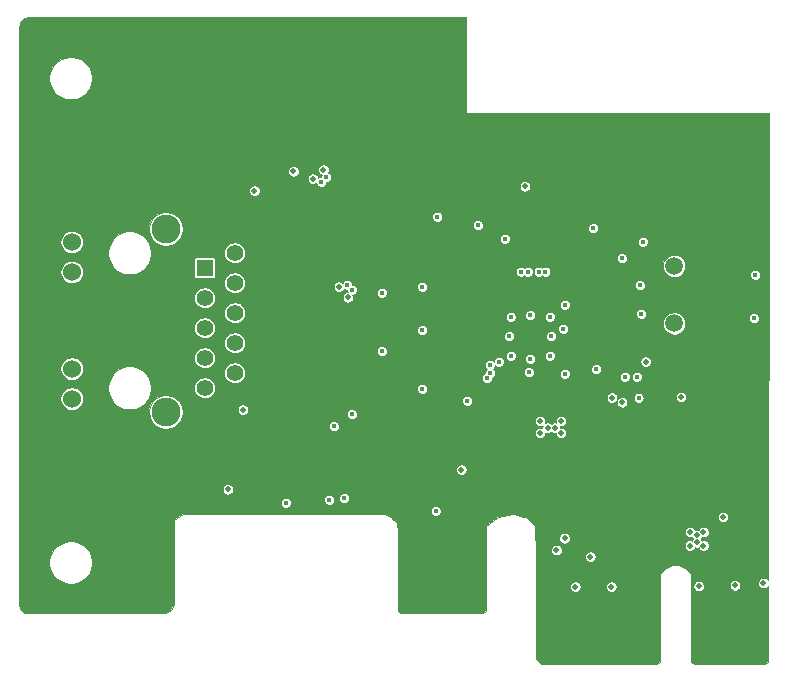
<source format=gbr>
G04 #@! TF.GenerationSoftware,KiCad,Pcbnew,(5.1.6)-1*
G04 #@! TF.CreationDate,2020-07-05T14:39:03+08:00*
G04 #@! TF.ProjectId,inteli210AT,696e7465-6c69-4323-9130-41542e6b6963,rev?*
G04 #@! TF.SameCoordinates,Original*
G04 #@! TF.FileFunction,Copper,L2,Inr*
G04 #@! TF.FilePolarity,Positive*
%FSLAX46Y46*%
G04 Gerber Fmt 4.6, Leading zero omitted, Abs format (unit mm)*
G04 Created by KiCad (PCBNEW (5.1.6)-1) date 2020-07-05 14:39:03*
%MOMM*%
%LPD*%
G01*
G04 APERTURE LIST*
G04 #@! TA.AperFunction,ViaPad*
%ADD10C,1.398000*%
G04 #@! TD*
G04 #@! TA.AperFunction,ViaPad*
%ADD11C,2.445000*%
G04 #@! TD*
G04 #@! TA.AperFunction,ViaPad*
%ADD12C,1.530000*%
G04 #@! TD*
G04 #@! TA.AperFunction,ViaPad*
%ADD13R,1.398000X1.398000*%
G04 #@! TD*
G04 #@! TA.AperFunction,ViaPad*
%ADD14C,1.500000*%
G04 #@! TD*
G04 #@! TA.AperFunction,ViaPad*
%ADD15C,0.500000*%
G04 #@! TD*
G04 #@! TA.AperFunction,ViaPad*
%ADD16C,0.450000*%
G04 #@! TD*
G04 #@! TA.AperFunction,Conductor*
%ADD17C,0.100000*%
G04 #@! TD*
G04 APERTURE END LIST*
D10*
X-45518600Y30820000D03*
X-48058600Y19390000D03*
D11*
X-51358600Y17355000D03*
X-51358600Y32845000D03*
D12*
X-59308600Y21015000D03*
X-59308600Y18475000D03*
X-59308600Y29185000D03*
X-59308600Y31725000D03*
D10*
X-45518600Y20660000D03*
X-48058600Y21930000D03*
X-45518600Y23200000D03*
X-48058600Y24470000D03*
X-45518600Y25740000D03*
X-48058600Y27010000D03*
X-45518600Y28280000D03*
D13*
X-48058600Y29550000D03*
D14*
X-8305600Y24838000D03*
X-8305600Y29718000D03*
D15*
X-17894100Y16573500D03*
X-17894100Y15557500D03*
X-19672100Y15557500D03*
X-19672100Y16573500D03*
D16*
X-36245600Y10033000D03*
X-1447600Y28956000D03*
X-1574600Y25273000D03*
X-11099600Y25654000D03*
X-11226600Y28067000D03*
X-12750600Y30353000D03*
X-10972600Y31750000D03*
X-15163600Y32893000D03*
X-22656600Y32004000D03*
X-24942600Y33147000D03*
X-29641600Y27940000D03*
X-33070600Y27432000D03*
X-33070600Y22479000D03*
X-29641600Y24257000D03*
X-29641600Y19304000D03*
X-22148600Y25400000D03*
X-18846600Y25400000D03*
X-18846600Y22098000D03*
X-22148600Y22098000D03*
X-22275600Y23749000D03*
X-18719600Y23749000D03*
X-20497600Y25527000D03*
X-20497600Y21844000D03*
X-28364600Y33864000D03*
D15*
X-12725200Y18161000D03*
X-6972100Y6032500D03*
X-5829100Y6032500D03*
X-5829100Y7175500D03*
X-6972100Y7175500D03*
X-6236500Y2603500D03*
X-16687600Y2540000D03*
X-13639600Y2540000D03*
X-3162100Y2667000D03*
X-749100Y2857500D03*
X-43847000Y36068000D03*
X-40545000Y37719000D03*
X-20955000Y36449000D03*
X-36703000Y27940000D03*
X-35941000Y27051000D03*
X-38005000Y37846000D03*
X-38894000Y37084000D03*
D16*
X-59772600Y38735000D03*
X-42087600Y20828000D03*
X-14147600Y33528000D03*
X-16179600Y29591000D03*
X-17703600Y29337000D03*
X-24434600Y30607000D03*
X-27355600Y31750000D03*
X-33070600Y25781000D03*
X-33070600Y24130000D03*
X-29641600Y25908000D03*
X-29641600Y22606000D03*
X-29641600Y20955000D03*
X-25704600Y14605000D03*
X-25069600Y11303000D03*
X-7797600Y20320000D03*
X-7924600Y17018000D03*
X-24815600Y29337000D03*
X-15036600Y24003000D03*
X-11099600Y23876000D03*
X-24053600Y23622000D03*
X-32308600Y11684000D03*
X-46024600Y10160000D03*
X-36626600Y23368000D03*
D15*
X-22224800Y20396200D03*
X-17398800Y18110200D03*
X-11099600Y2476500D03*
D16*
X-17703600Y24384000D03*
X-17576600Y26416000D03*
X-24180600Y20193000D03*
X-41198600Y9652000D03*
X-23875514Y20650629D03*
X-37515600Y9906000D03*
X-23926600Y21336000D03*
X-37134600Y16129000D03*
X-23164600Y21590000D03*
X-35610600Y17145000D03*
X-25831600Y18288000D03*
D15*
X-26339600Y12446000D03*
D16*
X-14909600Y20955000D03*
X-11323100Y18542000D03*
X-19209100Y29217502D03*
X-35994245Y28102588D03*
X-35586243Y27694586D03*
X-19786100Y29217502D03*
X-20709100Y29217502D03*
X-37780599Y37228001D03*
X-21286100Y29217502D03*
X-38188601Y36819999D03*
D15*
X-46101000Y10795000D03*
D16*
X-17576600Y20574000D03*
X-20624600Y20701000D03*
D15*
X-44831000Y17526000D03*
X-4178100Y8445500D03*
X-7734100Y18605500D03*
X-17589974Y6654126D03*
D16*
X-28498600Y8953500D03*
X-12496600Y20320000D03*
X-11480600Y20320000D03*
D15*
X-15417600Y5080000D03*
X-13576100Y18542000D03*
X-18275100Y5651500D03*
X-10718600Y21590000D03*
X-18406100Y16002000D03*
X-19033100Y16002000D03*
X-6400600Y6290500D03*
X-6400600Y6917500D03*
D17*
G36*
X-25958000Y42672000D02*
G01*
X-25957039Y42662245D01*
X-25954194Y42652866D01*
X-25949573Y42644221D01*
X-25943355Y42636645D01*
X-25935779Y42630427D01*
X-25927134Y42625806D01*
X-25917755Y42622961D01*
X-25908000Y42622000D01*
X-252748Y42622000D01*
X-252748Y36576157D01*
X-358075Y3082268D01*
X-399562Y3144358D01*
X-462242Y3207038D01*
X-535945Y3256285D01*
X-617840Y3290206D01*
X-704779Y3307500D01*
X-793421Y3307500D01*
X-880360Y3290206D01*
X-962255Y3256285D01*
X-1035958Y3207038D01*
X-1098638Y3144358D01*
X-1147885Y3070655D01*
X-1181806Y2988760D01*
X-1199100Y2901821D01*
X-1199100Y2813179D01*
X-1181806Y2726240D01*
X-1147885Y2644345D01*
X-1098638Y2570642D01*
X-1035958Y2507962D01*
X-962255Y2458715D01*
X-880360Y2424794D01*
X-793421Y2407500D01*
X-704779Y2407500D01*
X-617840Y2424794D01*
X-535945Y2458715D01*
X-462242Y2507962D01*
X-399562Y2570642D01*
X-359495Y2630606D01*
X-379683Y-3789225D01*
X-604458Y-4014000D01*
X-6659038Y-4014000D01*
X-6883748Y-3789290D01*
X-6883748Y2647821D01*
X-6686500Y2647821D01*
X-6686500Y2559179D01*
X-6669206Y2472240D01*
X-6635285Y2390345D01*
X-6586038Y2316642D01*
X-6523358Y2253962D01*
X-6449655Y2204715D01*
X-6367760Y2170794D01*
X-6280821Y2153500D01*
X-6192179Y2153500D01*
X-6105240Y2170794D01*
X-6023345Y2204715D01*
X-5949642Y2253962D01*
X-5886962Y2316642D01*
X-5837715Y2390345D01*
X-5803794Y2472240D01*
X-5786500Y2559179D01*
X-5786500Y2647821D01*
X-5799131Y2711321D01*
X-3612100Y2711321D01*
X-3612100Y2622679D01*
X-3594806Y2535740D01*
X-3560885Y2453845D01*
X-3511638Y2380142D01*
X-3448958Y2317462D01*
X-3375255Y2268215D01*
X-3293360Y2234294D01*
X-3206421Y2217000D01*
X-3117779Y2217000D01*
X-3030840Y2234294D01*
X-2948945Y2268215D01*
X-2875242Y2317462D01*
X-2812562Y2380142D01*
X-2763315Y2453845D01*
X-2729394Y2535740D01*
X-2712100Y2622679D01*
X-2712100Y2711321D01*
X-2729394Y2798260D01*
X-2763315Y2880155D01*
X-2812562Y2953858D01*
X-2875242Y3016538D01*
X-2948945Y3065785D01*
X-3030840Y3099706D01*
X-3117779Y3117000D01*
X-3206421Y3117000D01*
X-3293360Y3099706D01*
X-3375255Y3065785D01*
X-3448958Y3016538D01*
X-3511638Y2953858D01*
X-3560885Y2880155D01*
X-3594806Y2798260D01*
X-3612100Y2711321D01*
X-5799131Y2711321D01*
X-5803794Y2734760D01*
X-5837715Y2816655D01*
X-5886962Y2890358D01*
X-5949642Y2953038D01*
X-6023345Y3002285D01*
X-6105240Y3036206D01*
X-6192179Y3053500D01*
X-6280821Y3053500D01*
X-6367760Y3036206D01*
X-6449655Y3002285D01*
X-6523358Y2953038D01*
X-6586038Y2890358D01*
X-6635285Y2816655D01*
X-6669206Y2734760D01*
X-6686500Y2647821D01*
X-6883748Y2647821D01*
X-6883748Y3556000D01*
X-6884709Y3565755D01*
X-6887554Y3575134D01*
X-6892175Y3583779D01*
X-6898393Y3591355D01*
X-7406393Y4099355D01*
X-7413969Y4105573D01*
X-7419387Y4108721D01*
X-7927387Y4362721D01*
X-7936542Y4366224D01*
X-7949748Y4368000D01*
X-8457748Y4368000D01*
X-8467503Y4367039D01*
X-8480109Y4362721D01*
X-8988109Y4108721D01*
X-8996404Y4103500D01*
X-9001103Y4099355D01*
X-9509103Y3591355D01*
X-9515321Y3583779D01*
X-9519942Y3575134D01*
X-9522787Y3565755D01*
X-9523748Y3556000D01*
X-9523748Y-3789290D01*
X-9748458Y-4014000D01*
X-19613038Y-4014000D01*
X-20050000Y-3577038D01*
X-20050000Y2584321D01*
X-17137600Y2584321D01*
X-17137600Y2495679D01*
X-17120306Y2408740D01*
X-17086385Y2326845D01*
X-17037138Y2253142D01*
X-16974458Y2190462D01*
X-16900755Y2141215D01*
X-16818860Y2107294D01*
X-16731921Y2090000D01*
X-16643279Y2090000D01*
X-16556340Y2107294D01*
X-16474445Y2141215D01*
X-16400742Y2190462D01*
X-16338062Y2253142D01*
X-16288815Y2326845D01*
X-16254894Y2408740D01*
X-16237600Y2495679D01*
X-16237600Y2584321D01*
X-14089600Y2584321D01*
X-14089600Y2495679D01*
X-14072306Y2408740D01*
X-14038385Y2326845D01*
X-13989138Y2253142D01*
X-13926458Y2190462D01*
X-13852755Y2141215D01*
X-13770860Y2107294D01*
X-13683921Y2090000D01*
X-13595279Y2090000D01*
X-13508340Y2107294D01*
X-13426445Y2141215D01*
X-13352742Y2190462D01*
X-13290062Y2253142D01*
X-13240815Y2326845D01*
X-13206894Y2408740D01*
X-13189600Y2495679D01*
X-13189600Y2584321D01*
X-13206894Y2671260D01*
X-13240815Y2753155D01*
X-13290062Y2826858D01*
X-13352742Y2889538D01*
X-13426445Y2938785D01*
X-13508340Y2972706D01*
X-13595279Y2990000D01*
X-13683921Y2990000D01*
X-13770860Y2972706D01*
X-13852755Y2938785D01*
X-13926458Y2889538D01*
X-13989138Y2826858D01*
X-14038385Y2753155D01*
X-14072306Y2671260D01*
X-14089600Y2584321D01*
X-16237600Y2584321D01*
X-16254894Y2671260D01*
X-16288815Y2753155D01*
X-16338062Y2826858D01*
X-16400742Y2889538D01*
X-16474445Y2938785D01*
X-16556340Y2972706D01*
X-16643279Y2990000D01*
X-16731921Y2990000D01*
X-16818860Y2972706D01*
X-16900755Y2938785D01*
X-16974458Y2889538D01*
X-17037138Y2826858D01*
X-17086385Y2753155D01*
X-17120306Y2671260D01*
X-17137600Y2584321D01*
X-20050000Y2584321D01*
X-20050000Y5124321D01*
X-15867600Y5124321D01*
X-15867600Y5035679D01*
X-15850306Y4948740D01*
X-15816385Y4866845D01*
X-15767138Y4793142D01*
X-15704458Y4730462D01*
X-15630755Y4681215D01*
X-15548860Y4647294D01*
X-15461921Y4630000D01*
X-15373279Y4630000D01*
X-15286340Y4647294D01*
X-15204445Y4681215D01*
X-15130742Y4730462D01*
X-15068062Y4793142D01*
X-15018815Y4866845D01*
X-14984894Y4948740D01*
X-14967600Y5035679D01*
X-14967600Y5124321D01*
X-14984894Y5211260D01*
X-15018815Y5293155D01*
X-15068062Y5366858D01*
X-15130742Y5429538D01*
X-15204445Y5478785D01*
X-15286340Y5512706D01*
X-15373279Y5530000D01*
X-15461921Y5530000D01*
X-15548860Y5512706D01*
X-15630755Y5478785D01*
X-15704458Y5429538D01*
X-15767138Y5366858D01*
X-15816385Y5293155D01*
X-15850306Y5211260D01*
X-15867600Y5124321D01*
X-20050000Y5124321D01*
X-20050000Y5695821D01*
X-18725100Y5695821D01*
X-18725100Y5607179D01*
X-18707806Y5520240D01*
X-18673885Y5438345D01*
X-18624638Y5364642D01*
X-18561958Y5301962D01*
X-18488255Y5252715D01*
X-18406360Y5218794D01*
X-18319421Y5201500D01*
X-18230779Y5201500D01*
X-18143840Y5218794D01*
X-18061945Y5252715D01*
X-17988242Y5301962D01*
X-17925562Y5364642D01*
X-17876315Y5438345D01*
X-17842394Y5520240D01*
X-17825100Y5607179D01*
X-17825100Y5695821D01*
X-17842394Y5782760D01*
X-17876315Y5864655D01*
X-17925562Y5938358D01*
X-17988242Y6001038D01*
X-18061945Y6050285D01*
X-18143840Y6084206D01*
X-18230779Y6101500D01*
X-18319421Y6101500D01*
X-18406360Y6084206D01*
X-18488255Y6050285D01*
X-18561958Y6001038D01*
X-18624638Y5938358D01*
X-18673885Y5864655D01*
X-18707806Y5782760D01*
X-18725100Y5695821D01*
X-20050000Y5695821D01*
X-20050000Y6490875D01*
X-20050086Y6491744D01*
X-20050184Y6505827D01*
X-20051371Y6517121D01*
X-20051371Y6528476D01*
X-20051736Y6531948D01*
X-20070411Y6698447D01*
X-18039974Y6698447D01*
X-18039974Y6609805D01*
X-18022680Y6522866D01*
X-17988759Y6440971D01*
X-17939512Y6367268D01*
X-17876832Y6304588D01*
X-17803129Y6255341D01*
X-17721234Y6221420D01*
X-17634295Y6204126D01*
X-17545653Y6204126D01*
X-17458714Y6221420D01*
X-17376819Y6255341D01*
X-17303116Y6304588D01*
X-17240436Y6367268D01*
X-17191189Y6440971D01*
X-17157268Y6522866D01*
X-17139974Y6609805D01*
X-17139974Y6698447D01*
X-17157268Y6785386D01*
X-17191189Y6867281D01*
X-17240436Y6940984D01*
X-17303116Y7003664D01*
X-17376819Y7052911D01*
X-17458714Y7086832D01*
X-17545653Y7104126D01*
X-17634295Y7104126D01*
X-17721234Y7086832D01*
X-17803129Y7052911D01*
X-17876832Y7003664D01*
X-17939512Y6940984D01*
X-17988759Y6867281D01*
X-18022680Y6785386D01*
X-18039974Y6698447D01*
X-20070411Y6698447D01*
X-20091439Y6885906D01*
X-20091748Y6887360D01*
X-20091748Y7219821D01*
X-7422100Y7219821D01*
X-7422100Y7131179D01*
X-7404806Y7044240D01*
X-7370885Y6962345D01*
X-7321638Y6888642D01*
X-7258958Y6825962D01*
X-7185255Y6776715D01*
X-7103360Y6742794D01*
X-7016421Y6725500D01*
X-6927779Y6725500D01*
X-6840840Y6742794D01*
X-6819049Y6751820D01*
X-6799385Y6704345D01*
X-6750138Y6630642D01*
X-6723496Y6604000D01*
X-6750138Y6577358D01*
X-6799385Y6503655D01*
X-6819049Y6456180D01*
X-6840840Y6465206D01*
X-6927779Y6482500D01*
X-7016421Y6482500D01*
X-7103360Y6465206D01*
X-7185255Y6431285D01*
X-7258958Y6382038D01*
X-7321638Y6319358D01*
X-7370885Y6245655D01*
X-7404806Y6163760D01*
X-7422100Y6076821D01*
X-7422100Y5988179D01*
X-7404806Y5901240D01*
X-7370885Y5819345D01*
X-7321638Y5745642D01*
X-7258958Y5682962D01*
X-7185255Y5633715D01*
X-7103360Y5599794D01*
X-7016421Y5582500D01*
X-6927779Y5582500D01*
X-6840840Y5599794D01*
X-6758945Y5633715D01*
X-6685242Y5682962D01*
X-6622562Y5745642D01*
X-6573315Y5819345D01*
X-6553651Y5866820D01*
X-6531860Y5857794D01*
X-6444921Y5840500D01*
X-6356279Y5840500D01*
X-6269340Y5857794D01*
X-6247549Y5866820D01*
X-6227885Y5819345D01*
X-6178638Y5745642D01*
X-6115958Y5682962D01*
X-6042255Y5633715D01*
X-5960360Y5599794D01*
X-5873421Y5582500D01*
X-5784779Y5582500D01*
X-5697840Y5599794D01*
X-5615945Y5633715D01*
X-5542242Y5682962D01*
X-5479562Y5745642D01*
X-5430315Y5819345D01*
X-5396394Y5901240D01*
X-5379100Y5988179D01*
X-5379100Y6076821D01*
X-5396394Y6163760D01*
X-5430315Y6245655D01*
X-5479562Y6319358D01*
X-5542242Y6382038D01*
X-5615945Y6431285D01*
X-5697840Y6465206D01*
X-5784779Y6482500D01*
X-5873421Y6482500D01*
X-5960360Y6465206D01*
X-5982151Y6456180D01*
X-6001815Y6503655D01*
X-6051062Y6577358D01*
X-6077704Y6604000D01*
X-6051062Y6630642D01*
X-6001815Y6704345D01*
X-5982151Y6751820D01*
X-5960360Y6742794D01*
X-5873421Y6725500D01*
X-5784779Y6725500D01*
X-5697840Y6742794D01*
X-5615945Y6776715D01*
X-5542242Y6825962D01*
X-5479562Y6888642D01*
X-5430315Y6962345D01*
X-5396394Y7044240D01*
X-5379100Y7131179D01*
X-5379100Y7219821D01*
X-5396394Y7306760D01*
X-5430315Y7388655D01*
X-5479562Y7462358D01*
X-5542242Y7525038D01*
X-5615945Y7574285D01*
X-5697840Y7608206D01*
X-5784779Y7625500D01*
X-5873421Y7625500D01*
X-5960360Y7608206D01*
X-6042255Y7574285D01*
X-6115958Y7525038D01*
X-6178638Y7462358D01*
X-6227885Y7388655D01*
X-6247549Y7341180D01*
X-6269340Y7350206D01*
X-6356279Y7367500D01*
X-6444921Y7367500D01*
X-6531860Y7350206D01*
X-6553651Y7341180D01*
X-6573315Y7388655D01*
X-6622562Y7462358D01*
X-6685242Y7525038D01*
X-6758945Y7574285D01*
X-6840840Y7608206D01*
X-6927779Y7625500D01*
X-7016421Y7625500D01*
X-7103360Y7608206D01*
X-7185255Y7574285D01*
X-7258958Y7525038D01*
X-7321638Y7462358D01*
X-7370885Y7388655D01*
X-7404806Y7306760D01*
X-7422100Y7219821D01*
X-20091748Y7219821D01*
X-20091748Y7620000D01*
X-20092709Y7629755D01*
X-20095554Y7639134D01*
X-20100175Y7647779D01*
X-20106393Y7655355D01*
X-20868393Y8417355D01*
X-20875969Y8423573D01*
X-20884614Y8428194D01*
X-20891621Y8430507D01*
X-21128877Y8489821D01*
X-4628100Y8489821D01*
X-4628100Y8401179D01*
X-4610806Y8314240D01*
X-4576885Y8232345D01*
X-4527638Y8158642D01*
X-4464958Y8095962D01*
X-4391255Y8046715D01*
X-4309360Y8012794D01*
X-4222421Y7995500D01*
X-4133779Y7995500D01*
X-4046840Y8012794D01*
X-3964945Y8046715D01*
X-3891242Y8095962D01*
X-3828562Y8158642D01*
X-3779315Y8232345D01*
X-3745394Y8314240D01*
X-3728100Y8401179D01*
X-3728100Y8489821D01*
X-3745394Y8576760D01*
X-3779315Y8658655D01*
X-3828562Y8732358D01*
X-3891242Y8795038D01*
X-3964945Y8844285D01*
X-4046840Y8878206D01*
X-4133779Y8895500D01*
X-4222421Y8895500D01*
X-4309360Y8878206D01*
X-4391255Y8844285D01*
X-4464958Y8795038D01*
X-4527638Y8732358D01*
X-4576885Y8658655D01*
X-4610806Y8576760D01*
X-4628100Y8489821D01*
X-21128877Y8489821D01*
X-21907621Y8684507D01*
X-21917318Y8685941D01*
X-21929554Y8685029D01*
X-23199554Y8431029D01*
X-23208930Y8428174D01*
X-23219748Y8422000D01*
X-24235748Y7660000D01*
X-24242975Y7653379D01*
X-24248772Y7645475D01*
X-24252915Y7636592D01*
X-24255245Y7627071D01*
X-24255748Y7620000D01*
X-24255748Y528710D01*
X-24480458Y304000D01*
X-31551038Y304000D01*
X-31700000Y452962D01*
X-31700000Y7315875D01*
X-31700190Y7317805D01*
X-31700510Y7338446D01*
X-31701913Y7350781D01*
X-31702124Y7363197D01*
X-31702548Y7366662D01*
X-31727599Y7560212D01*
X-31732683Y7582280D01*
X-31737465Y7604442D01*
X-31738554Y7607759D01*
X-31775748Y7718439D01*
X-31775748Y7874000D01*
X-31776709Y7883755D01*
X-31779554Y7893134D01*
X-31784175Y7901779D01*
X-31790393Y7909355D01*
X-32067244Y8186206D01*
X-32073843Y8193804D01*
X-32090270Y8209352D01*
X-32094768Y8213730D01*
X-32298393Y8417355D01*
X-32305969Y8423573D01*
X-32311387Y8426721D01*
X-32819387Y8680721D01*
X-32828542Y8684224D01*
X-32841748Y8686000D01*
X-49859748Y8686000D01*
X-49869503Y8685039D01*
X-49878882Y8682194D01*
X-49887483Y8677603D01*
X-50649483Y8169603D01*
X-50657066Y8163392D01*
X-50663292Y8155822D01*
X-50667922Y8147182D01*
X-50670777Y8137806D01*
X-50671748Y8128000D01*
X-50671748Y1027803D01*
X-50913016Y545268D01*
X-51395551Y304000D01*
X-63273094Y304000D01*
X-63285346Y307699D01*
X-63414383Y376309D01*
X-63527629Y468670D01*
X-63620785Y581276D01*
X-63690291Y709825D01*
X-63733508Y849437D01*
X-63750000Y1006346D01*
X-63750000Y4777284D01*
X-61200000Y4777284D01*
X-61200000Y4422716D01*
X-61130827Y4074959D01*
X-60995139Y3747380D01*
X-60798151Y3452567D01*
X-60547433Y3201849D01*
X-60252620Y3004861D01*
X-59925041Y2869173D01*
X-59577284Y2800000D01*
X-59222716Y2800000D01*
X-58874959Y2869173D01*
X-58547380Y3004861D01*
X-58252567Y3201849D01*
X-58001849Y3452567D01*
X-57804861Y3747380D01*
X-57669173Y4074959D01*
X-57600000Y4422716D01*
X-57600000Y4777284D01*
X-57669173Y5125041D01*
X-57804861Y5452620D01*
X-58001849Y5747433D01*
X-58252567Y5998151D01*
X-58547380Y6195139D01*
X-58874959Y6330827D01*
X-59222716Y6400000D01*
X-59577284Y6400000D01*
X-59925041Y6330827D01*
X-60252620Y6195139D01*
X-60547433Y5998151D01*
X-60798151Y5747433D01*
X-60995139Y5452620D01*
X-61130827Y5125041D01*
X-61200000Y4777284D01*
X-63750000Y4777284D01*
X-63750000Y8995359D01*
X-28923600Y8995359D01*
X-28923600Y8911641D01*
X-28907267Y8829532D01*
X-28875230Y8752187D01*
X-28828719Y8682579D01*
X-28769521Y8623381D01*
X-28699913Y8576870D01*
X-28622568Y8544833D01*
X-28540459Y8528500D01*
X-28456741Y8528500D01*
X-28374632Y8544833D01*
X-28297287Y8576870D01*
X-28227679Y8623381D01*
X-28168481Y8682579D01*
X-28121970Y8752187D01*
X-28089933Y8829532D01*
X-28073600Y8911641D01*
X-28073600Y8995359D01*
X-28089933Y9077468D01*
X-28121970Y9154813D01*
X-28168481Y9224421D01*
X-28227679Y9283619D01*
X-28297287Y9330130D01*
X-28374632Y9362167D01*
X-28456741Y9378500D01*
X-28540459Y9378500D01*
X-28622568Y9362167D01*
X-28699913Y9330130D01*
X-28769521Y9283619D01*
X-28828719Y9224421D01*
X-28875230Y9154813D01*
X-28907267Y9077468D01*
X-28923600Y8995359D01*
X-63750000Y8995359D01*
X-63750000Y9693859D01*
X-41623600Y9693859D01*
X-41623600Y9610141D01*
X-41607267Y9528032D01*
X-41575230Y9450687D01*
X-41528719Y9381079D01*
X-41469521Y9321881D01*
X-41399913Y9275370D01*
X-41322568Y9243333D01*
X-41240459Y9227000D01*
X-41156741Y9227000D01*
X-41074632Y9243333D01*
X-40997287Y9275370D01*
X-40927679Y9321881D01*
X-40868481Y9381079D01*
X-40821970Y9450687D01*
X-40789933Y9528032D01*
X-40773600Y9610141D01*
X-40773600Y9693859D01*
X-40789933Y9775968D01*
X-40821970Y9853313D01*
X-40868481Y9922921D01*
X-40893419Y9947859D01*
X-37940600Y9947859D01*
X-37940600Y9864141D01*
X-37924267Y9782032D01*
X-37892230Y9704687D01*
X-37845719Y9635079D01*
X-37786521Y9575881D01*
X-37716913Y9529370D01*
X-37639568Y9497333D01*
X-37557459Y9481000D01*
X-37473741Y9481000D01*
X-37391632Y9497333D01*
X-37314287Y9529370D01*
X-37244679Y9575881D01*
X-37185481Y9635079D01*
X-37138970Y9704687D01*
X-37106933Y9782032D01*
X-37090600Y9864141D01*
X-37090600Y9947859D01*
X-37106933Y10029968D01*
X-37125527Y10074859D01*
X-36670600Y10074859D01*
X-36670600Y9991141D01*
X-36654267Y9909032D01*
X-36622230Y9831687D01*
X-36575719Y9762079D01*
X-36516521Y9702881D01*
X-36446913Y9656370D01*
X-36369568Y9624333D01*
X-36287459Y9608000D01*
X-36203741Y9608000D01*
X-36121632Y9624333D01*
X-36044287Y9656370D01*
X-35974679Y9702881D01*
X-35915481Y9762079D01*
X-35868970Y9831687D01*
X-35836933Y9909032D01*
X-35820600Y9991141D01*
X-35820600Y10074859D01*
X-35836933Y10156968D01*
X-35868970Y10234313D01*
X-35915481Y10303921D01*
X-35974679Y10363119D01*
X-36044287Y10409630D01*
X-36121632Y10441667D01*
X-36203741Y10458000D01*
X-36287459Y10458000D01*
X-36369568Y10441667D01*
X-36446913Y10409630D01*
X-36516521Y10363119D01*
X-36575719Y10303921D01*
X-36622230Y10234313D01*
X-36654267Y10156968D01*
X-36670600Y10074859D01*
X-37125527Y10074859D01*
X-37138970Y10107313D01*
X-37185481Y10176921D01*
X-37244679Y10236119D01*
X-37314287Y10282630D01*
X-37391632Y10314667D01*
X-37473741Y10331000D01*
X-37557459Y10331000D01*
X-37639568Y10314667D01*
X-37716913Y10282630D01*
X-37786521Y10236119D01*
X-37845719Y10176921D01*
X-37892230Y10107313D01*
X-37924267Y10029968D01*
X-37940600Y9947859D01*
X-40893419Y9947859D01*
X-40927679Y9982119D01*
X-40997287Y10028630D01*
X-41074632Y10060667D01*
X-41156741Y10077000D01*
X-41240459Y10077000D01*
X-41322568Y10060667D01*
X-41399913Y10028630D01*
X-41469521Y9982119D01*
X-41528719Y9922921D01*
X-41575230Y9853313D01*
X-41607267Y9775968D01*
X-41623600Y9693859D01*
X-63750000Y9693859D01*
X-63750000Y10839321D01*
X-46551000Y10839321D01*
X-46551000Y10750679D01*
X-46533706Y10663740D01*
X-46499785Y10581845D01*
X-46450538Y10508142D01*
X-46387858Y10445462D01*
X-46314155Y10396215D01*
X-46232260Y10362294D01*
X-46145321Y10345000D01*
X-46056679Y10345000D01*
X-45969740Y10362294D01*
X-45887845Y10396215D01*
X-45814142Y10445462D01*
X-45751462Y10508142D01*
X-45702215Y10581845D01*
X-45668294Y10663740D01*
X-45651000Y10750679D01*
X-45651000Y10839321D01*
X-45668294Y10926260D01*
X-45702215Y11008155D01*
X-45751462Y11081858D01*
X-45814142Y11144538D01*
X-45887845Y11193785D01*
X-45969740Y11227706D01*
X-46056679Y11245000D01*
X-46145321Y11245000D01*
X-46232260Y11227706D01*
X-46314155Y11193785D01*
X-46387858Y11144538D01*
X-46450538Y11081858D01*
X-46499785Y11008155D01*
X-46533706Y10926260D01*
X-46551000Y10839321D01*
X-63750000Y10839321D01*
X-63750000Y12490321D01*
X-26789600Y12490321D01*
X-26789600Y12401679D01*
X-26772306Y12314740D01*
X-26738385Y12232845D01*
X-26689138Y12159142D01*
X-26626458Y12096462D01*
X-26552755Y12047215D01*
X-26470860Y12013294D01*
X-26383921Y11996000D01*
X-26295279Y11996000D01*
X-26208340Y12013294D01*
X-26126445Y12047215D01*
X-26052742Y12096462D01*
X-25990062Y12159142D01*
X-25940815Y12232845D01*
X-25906894Y12314740D01*
X-25889600Y12401679D01*
X-25889600Y12490321D01*
X-25906894Y12577260D01*
X-25940815Y12659155D01*
X-25990062Y12732858D01*
X-26052742Y12795538D01*
X-26126445Y12844785D01*
X-26208340Y12878706D01*
X-26295279Y12896000D01*
X-26383921Y12896000D01*
X-26470860Y12878706D01*
X-26552755Y12844785D01*
X-26626458Y12795538D01*
X-26689138Y12732858D01*
X-26738385Y12659155D01*
X-26772306Y12577260D01*
X-26789600Y12490321D01*
X-63750000Y12490321D01*
X-63750000Y17495104D01*
X-52781100Y17495104D01*
X-52781100Y17214896D01*
X-52726434Y16940072D01*
X-52619203Y16681194D01*
X-52463528Y16448209D01*
X-52265391Y16250072D01*
X-52032406Y16094397D01*
X-51773528Y15987166D01*
X-51498704Y15932500D01*
X-51218496Y15932500D01*
X-50943672Y15987166D01*
X-50684794Y16094397D01*
X-50570361Y16170859D01*
X-37559600Y16170859D01*
X-37559600Y16087141D01*
X-37543267Y16005032D01*
X-37511230Y15927687D01*
X-37464719Y15858079D01*
X-37405521Y15798881D01*
X-37335913Y15752370D01*
X-37258568Y15720333D01*
X-37176459Y15704000D01*
X-37092741Y15704000D01*
X-37010632Y15720333D01*
X-36933287Y15752370D01*
X-36863679Y15798881D01*
X-36804481Y15858079D01*
X-36757970Y15927687D01*
X-36725933Y16005032D01*
X-36709600Y16087141D01*
X-36709600Y16170859D01*
X-36725933Y16252968D01*
X-36757970Y16330313D01*
X-36804481Y16399921D01*
X-36863679Y16459119D01*
X-36933287Y16505630D01*
X-37010632Y16537667D01*
X-37092741Y16554000D01*
X-37176459Y16554000D01*
X-37258568Y16537667D01*
X-37335913Y16505630D01*
X-37405521Y16459119D01*
X-37464719Y16399921D01*
X-37511230Y16330313D01*
X-37543267Y16252968D01*
X-37559600Y16170859D01*
X-50570361Y16170859D01*
X-50451809Y16250072D01*
X-50253672Y16448209D01*
X-50140342Y16617821D01*
X-20122100Y16617821D01*
X-20122100Y16529179D01*
X-20104806Y16442240D01*
X-20070885Y16360345D01*
X-20021638Y16286642D01*
X-19958958Y16223962D01*
X-19885255Y16174715D01*
X-19803360Y16140794D01*
X-19716421Y16123500D01*
X-19627779Y16123500D01*
X-19540840Y16140794D01*
X-19458945Y16174715D01*
X-19444690Y16184240D01*
X-19465806Y16133260D01*
X-19483100Y16046321D01*
X-19483100Y15966290D01*
X-19540840Y15990206D01*
X-19627779Y16007500D01*
X-19716421Y16007500D01*
X-19803360Y15990206D01*
X-19885255Y15956285D01*
X-19958958Y15907038D01*
X-20021638Y15844358D01*
X-20070885Y15770655D01*
X-20104806Y15688760D01*
X-20122100Y15601821D01*
X-20122100Y15513179D01*
X-20104806Y15426240D01*
X-20070885Y15344345D01*
X-20021638Y15270642D01*
X-19958958Y15207962D01*
X-19885255Y15158715D01*
X-19803360Y15124794D01*
X-19716421Y15107500D01*
X-19627779Y15107500D01*
X-19540840Y15124794D01*
X-19458945Y15158715D01*
X-19385242Y15207962D01*
X-19322562Y15270642D01*
X-19273315Y15344345D01*
X-19239394Y15426240D01*
X-19222100Y15513179D01*
X-19222100Y15593210D01*
X-19164360Y15569294D01*
X-19077421Y15552000D01*
X-18988779Y15552000D01*
X-18901840Y15569294D01*
X-18819945Y15603215D01*
X-18746242Y15652462D01*
X-18719600Y15679104D01*
X-18692958Y15652462D01*
X-18619255Y15603215D01*
X-18537360Y15569294D01*
X-18450421Y15552000D01*
X-18361779Y15552000D01*
X-18344100Y15555517D01*
X-18344100Y15513179D01*
X-18326806Y15426240D01*
X-18292885Y15344345D01*
X-18243638Y15270642D01*
X-18180958Y15207962D01*
X-18107255Y15158715D01*
X-18025360Y15124794D01*
X-17938421Y15107500D01*
X-17849779Y15107500D01*
X-17762840Y15124794D01*
X-17680945Y15158715D01*
X-17607242Y15207962D01*
X-17544562Y15270642D01*
X-17495315Y15344345D01*
X-17461394Y15426240D01*
X-17444100Y15513179D01*
X-17444100Y15601821D01*
X-17461394Y15688760D01*
X-17495315Y15770655D01*
X-17544562Y15844358D01*
X-17607242Y15907038D01*
X-17680945Y15956285D01*
X-17762840Y15990206D01*
X-17849779Y16007500D01*
X-17938421Y16007500D01*
X-17956100Y16003983D01*
X-17956100Y16046321D01*
X-17972813Y16130341D01*
X-17938421Y16123500D01*
X-17849779Y16123500D01*
X-17762840Y16140794D01*
X-17680945Y16174715D01*
X-17607242Y16223962D01*
X-17544562Y16286642D01*
X-17495315Y16360345D01*
X-17461394Y16442240D01*
X-17444100Y16529179D01*
X-17444100Y16617821D01*
X-17461394Y16704760D01*
X-17495315Y16786655D01*
X-17544562Y16860358D01*
X-17607242Y16923038D01*
X-17680945Y16972285D01*
X-17762840Y17006206D01*
X-17849779Y17023500D01*
X-17938421Y17023500D01*
X-18025360Y17006206D01*
X-18107255Y16972285D01*
X-18180958Y16923038D01*
X-18243638Y16860358D01*
X-18292885Y16786655D01*
X-18326806Y16704760D01*
X-18344100Y16617821D01*
X-18344100Y16529179D01*
X-18327387Y16445159D01*
X-18361779Y16452000D01*
X-18450421Y16452000D01*
X-18537360Y16434706D01*
X-18619255Y16400785D01*
X-18692958Y16351538D01*
X-18719600Y16324896D01*
X-18746242Y16351538D01*
X-18819945Y16400785D01*
X-18901840Y16434706D01*
X-18988779Y16452000D01*
X-19077421Y16452000D01*
X-19164360Y16434706D01*
X-19246255Y16400785D01*
X-19260510Y16391260D01*
X-19239394Y16442240D01*
X-19222100Y16529179D01*
X-19222100Y16617821D01*
X-19239394Y16704760D01*
X-19273315Y16786655D01*
X-19322562Y16860358D01*
X-19385242Y16923038D01*
X-19458945Y16972285D01*
X-19540840Y17006206D01*
X-19627779Y17023500D01*
X-19716421Y17023500D01*
X-19803360Y17006206D01*
X-19885255Y16972285D01*
X-19958958Y16923038D01*
X-20021638Y16860358D01*
X-20070885Y16786655D01*
X-20104806Y16704760D01*
X-20122100Y16617821D01*
X-50140342Y16617821D01*
X-50097997Y16681194D01*
X-49990766Y16940072D01*
X-49936100Y17214896D01*
X-49936100Y17495104D01*
X-49951061Y17570321D01*
X-45281000Y17570321D01*
X-45281000Y17481679D01*
X-45263706Y17394740D01*
X-45229785Y17312845D01*
X-45180538Y17239142D01*
X-45117858Y17176462D01*
X-45044155Y17127215D01*
X-44962260Y17093294D01*
X-44875321Y17076000D01*
X-44786679Y17076000D01*
X-44699740Y17093294D01*
X-44617845Y17127215D01*
X-44544142Y17176462D01*
X-44533745Y17186859D01*
X-36035600Y17186859D01*
X-36035600Y17103141D01*
X-36019267Y17021032D01*
X-35987230Y16943687D01*
X-35940719Y16874079D01*
X-35881521Y16814881D01*
X-35811913Y16768370D01*
X-35734568Y16736333D01*
X-35652459Y16720000D01*
X-35568741Y16720000D01*
X-35486632Y16736333D01*
X-35409287Y16768370D01*
X-35339679Y16814881D01*
X-35280481Y16874079D01*
X-35233970Y16943687D01*
X-35201933Y17021032D01*
X-35185600Y17103141D01*
X-35185600Y17186859D01*
X-35201933Y17268968D01*
X-35233970Y17346313D01*
X-35280481Y17415921D01*
X-35339679Y17475119D01*
X-35409287Y17521630D01*
X-35486632Y17553667D01*
X-35568741Y17570000D01*
X-35652459Y17570000D01*
X-35734568Y17553667D01*
X-35811913Y17521630D01*
X-35881521Y17475119D01*
X-35940719Y17415921D01*
X-35987230Y17346313D01*
X-36019267Y17268968D01*
X-36035600Y17186859D01*
X-44533745Y17186859D01*
X-44481462Y17239142D01*
X-44432215Y17312845D01*
X-44398294Y17394740D01*
X-44381000Y17481679D01*
X-44381000Y17570321D01*
X-44398294Y17657260D01*
X-44432215Y17739155D01*
X-44481462Y17812858D01*
X-44544142Y17875538D01*
X-44617845Y17924785D01*
X-44699740Y17958706D01*
X-44786679Y17976000D01*
X-44875321Y17976000D01*
X-44962260Y17958706D01*
X-45044155Y17924785D01*
X-45117858Y17875538D01*
X-45180538Y17812858D01*
X-45229785Y17739155D01*
X-45263706Y17657260D01*
X-45281000Y17570321D01*
X-49951061Y17570321D01*
X-49990766Y17769928D01*
X-50097997Y18028806D01*
X-50253672Y18261791D01*
X-50321740Y18329859D01*
X-26256600Y18329859D01*
X-26256600Y18246141D01*
X-26240267Y18164032D01*
X-26208230Y18086687D01*
X-26161719Y18017079D01*
X-26102521Y17957881D01*
X-26032913Y17911370D01*
X-25955568Y17879333D01*
X-25873459Y17863000D01*
X-25789741Y17863000D01*
X-25707632Y17879333D01*
X-25630287Y17911370D01*
X-25560679Y17957881D01*
X-25501481Y18017079D01*
X-25454970Y18086687D01*
X-25422933Y18164032D01*
X-25406600Y18246141D01*
X-25406600Y18329859D01*
X-25422933Y18411968D01*
X-25454970Y18489313D01*
X-25501481Y18558921D01*
X-25528881Y18586321D01*
X-14026100Y18586321D01*
X-14026100Y18497679D01*
X-14008806Y18410740D01*
X-13974885Y18328845D01*
X-13925638Y18255142D01*
X-13862958Y18192462D01*
X-13789255Y18143215D01*
X-13707360Y18109294D01*
X-13620421Y18092000D01*
X-13531779Y18092000D01*
X-13444840Y18109294D01*
X-13362945Y18143215D01*
X-13289242Y18192462D01*
X-13276383Y18205321D01*
X-13175200Y18205321D01*
X-13175200Y18116679D01*
X-13157906Y18029740D01*
X-13123985Y17947845D01*
X-13074738Y17874142D01*
X-13012058Y17811462D01*
X-12938355Y17762215D01*
X-12856460Y17728294D01*
X-12769521Y17711000D01*
X-12680879Y17711000D01*
X-12593940Y17728294D01*
X-12512045Y17762215D01*
X-12438342Y17811462D01*
X-12375662Y17874142D01*
X-12326415Y17947845D01*
X-12292494Y18029740D01*
X-12275200Y18116679D01*
X-12275200Y18205321D01*
X-12292494Y18292260D01*
X-12326415Y18374155D01*
X-12375662Y18447858D01*
X-12438342Y18510538D01*
X-12512045Y18559785D01*
X-12570166Y18583859D01*
X-11748100Y18583859D01*
X-11748100Y18500141D01*
X-11731767Y18418032D01*
X-11699730Y18340687D01*
X-11653219Y18271079D01*
X-11594021Y18211881D01*
X-11524413Y18165370D01*
X-11447068Y18133333D01*
X-11364959Y18117000D01*
X-11281241Y18117000D01*
X-11199132Y18133333D01*
X-11121787Y18165370D01*
X-11052179Y18211881D01*
X-10992981Y18271079D01*
X-10946470Y18340687D01*
X-10914433Y18418032D01*
X-10898100Y18500141D01*
X-10898100Y18583859D01*
X-10911221Y18649821D01*
X-8184100Y18649821D01*
X-8184100Y18561179D01*
X-8166806Y18474240D01*
X-8132885Y18392345D01*
X-8083638Y18318642D01*
X-8020958Y18255962D01*
X-7947255Y18206715D01*
X-7865360Y18172794D01*
X-7778421Y18155500D01*
X-7689779Y18155500D01*
X-7602840Y18172794D01*
X-7520945Y18206715D01*
X-7447242Y18255962D01*
X-7384562Y18318642D01*
X-7335315Y18392345D01*
X-7301394Y18474240D01*
X-7284100Y18561179D01*
X-7284100Y18649821D01*
X-7301394Y18736760D01*
X-7335315Y18818655D01*
X-7384562Y18892358D01*
X-7447242Y18955038D01*
X-7520945Y19004285D01*
X-7602840Y19038206D01*
X-7689779Y19055500D01*
X-7778421Y19055500D01*
X-7865360Y19038206D01*
X-7947255Y19004285D01*
X-8020958Y18955038D01*
X-8083638Y18892358D01*
X-8132885Y18818655D01*
X-8166806Y18736760D01*
X-8184100Y18649821D01*
X-10911221Y18649821D01*
X-10914433Y18665968D01*
X-10946470Y18743313D01*
X-10992981Y18812921D01*
X-11052179Y18872119D01*
X-11121787Y18918630D01*
X-11199132Y18950667D01*
X-11281241Y18967000D01*
X-11364959Y18967000D01*
X-11447068Y18950667D01*
X-11524413Y18918630D01*
X-11594021Y18872119D01*
X-11653219Y18812921D01*
X-11699730Y18743313D01*
X-11731767Y18665968D01*
X-11748100Y18583859D01*
X-12570166Y18583859D01*
X-12593940Y18593706D01*
X-12680879Y18611000D01*
X-12769521Y18611000D01*
X-12856460Y18593706D01*
X-12938355Y18559785D01*
X-13012058Y18510538D01*
X-13074738Y18447858D01*
X-13123985Y18374155D01*
X-13157906Y18292260D01*
X-13175200Y18205321D01*
X-13276383Y18205321D01*
X-13226562Y18255142D01*
X-13177315Y18328845D01*
X-13143394Y18410740D01*
X-13126100Y18497679D01*
X-13126100Y18586321D01*
X-13143394Y18673260D01*
X-13177315Y18755155D01*
X-13226562Y18828858D01*
X-13289242Y18891538D01*
X-13362945Y18940785D01*
X-13444840Y18974706D01*
X-13531779Y18992000D01*
X-13620421Y18992000D01*
X-13707360Y18974706D01*
X-13789255Y18940785D01*
X-13862958Y18891538D01*
X-13925638Y18828858D01*
X-13974885Y18755155D01*
X-14008806Y18673260D01*
X-14026100Y18586321D01*
X-25528881Y18586321D01*
X-25560679Y18618119D01*
X-25630287Y18664630D01*
X-25707632Y18696667D01*
X-25789741Y18713000D01*
X-25873459Y18713000D01*
X-25955568Y18696667D01*
X-26032913Y18664630D01*
X-26102521Y18618119D01*
X-26161719Y18558921D01*
X-26208230Y18489313D01*
X-26240267Y18411968D01*
X-26256600Y18329859D01*
X-50321740Y18329859D01*
X-50451809Y18459928D01*
X-50684794Y18615603D01*
X-50943672Y18722834D01*
X-51218496Y18777500D01*
X-51498704Y18777500D01*
X-51773528Y18722834D01*
X-52032406Y18615603D01*
X-52265391Y18459928D01*
X-52463528Y18261791D01*
X-52619203Y18028806D01*
X-52726434Y17769928D01*
X-52781100Y17495104D01*
X-63750000Y17495104D01*
X-63750000Y18570044D01*
X-60273600Y18570044D01*
X-60273600Y18379956D01*
X-60236515Y18193520D01*
X-60163772Y18017901D01*
X-60058164Y17859848D01*
X-59923752Y17725436D01*
X-59765699Y17619828D01*
X-59590080Y17547085D01*
X-59403644Y17510000D01*
X-59213556Y17510000D01*
X-59027120Y17547085D01*
X-58851501Y17619828D01*
X-58693448Y17725436D01*
X-58559036Y17859848D01*
X-58453428Y18017901D01*
X-58380685Y18193520D01*
X-58343600Y18379956D01*
X-58343600Y18570044D01*
X-58380685Y18756480D01*
X-58453428Y18932099D01*
X-58559036Y19090152D01*
X-58693448Y19224564D01*
X-58851501Y19330172D01*
X-59027120Y19402915D01*
X-59213556Y19440000D01*
X-59403644Y19440000D01*
X-59590080Y19402915D01*
X-59765699Y19330172D01*
X-59923752Y19224564D01*
X-60058164Y19090152D01*
X-60163772Y18932099D01*
X-60236515Y18756480D01*
X-60273600Y18570044D01*
X-63750000Y18570044D01*
X-63750000Y19564747D01*
X-56233600Y19564747D01*
X-56233600Y19205253D01*
X-56163466Y18852667D01*
X-56025894Y18520539D01*
X-55826170Y18221631D01*
X-55571969Y17967430D01*
X-55273061Y17767706D01*
X-54940933Y17630134D01*
X-54588347Y17560000D01*
X-54228853Y17560000D01*
X-53876267Y17630134D01*
X-53544139Y17767706D01*
X-53245231Y17967430D01*
X-52991030Y18221631D01*
X-52791306Y18520539D01*
X-52653734Y18852667D01*
X-52583600Y19205253D01*
X-52583600Y19478544D01*
X-48957600Y19478544D01*
X-48957600Y19301456D01*
X-48923052Y19127771D01*
X-48855284Y18964164D01*
X-48756899Y18816921D01*
X-48631679Y18691701D01*
X-48484436Y18593316D01*
X-48320829Y18525548D01*
X-48147144Y18491000D01*
X-47970056Y18491000D01*
X-47796371Y18525548D01*
X-47632764Y18593316D01*
X-47485521Y18691701D01*
X-47360301Y18816921D01*
X-47261916Y18964164D01*
X-47194148Y19127771D01*
X-47159600Y19301456D01*
X-47159600Y19345859D01*
X-30066600Y19345859D01*
X-30066600Y19262141D01*
X-30050267Y19180032D01*
X-30018230Y19102687D01*
X-29971719Y19033079D01*
X-29912521Y18973881D01*
X-29842913Y18927370D01*
X-29765568Y18895333D01*
X-29683459Y18879000D01*
X-29599741Y18879000D01*
X-29517632Y18895333D01*
X-29440287Y18927370D01*
X-29370679Y18973881D01*
X-29311481Y19033079D01*
X-29264970Y19102687D01*
X-29232933Y19180032D01*
X-29216600Y19262141D01*
X-29216600Y19345859D01*
X-29232933Y19427968D01*
X-29264970Y19505313D01*
X-29311481Y19574921D01*
X-29370679Y19634119D01*
X-29440287Y19680630D01*
X-29517632Y19712667D01*
X-29599741Y19729000D01*
X-29683459Y19729000D01*
X-29765568Y19712667D01*
X-29842913Y19680630D01*
X-29912521Y19634119D01*
X-29971719Y19574921D01*
X-30018230Y19505313D01*
X-30050267Y19427968D01*
X-30066600Y19345859D01*
X-47159600Y19345859D01*
X-47159600Y19478544D01*
X-47194148Y19652229D01*
X-47261916Y19815836D01*
X-47360301Y19963079D01*
X-47485521Y20088299D01*
X-47632764Y20186684D01*
X-47796371Y20254452D01*
X-47970056Y20289000D01*
X-48147144Y20289000D01*
X-48320829Y20254452D01*
X-48484436Y20186684D01*
X-48631679Y20088299D01*
X-48756899Y19963079D01*
X-48855284Y19815836D01*
X-48923052Y19652229D01*
X-48957600Y19478544D01*
X-52583600Y19478544D01*
X-52583600Y19564747D01*
X-52653734Y19917333D01*
X-52791306Y20249461D01*
X-52991030Y20548369D01*
X-53191205Y20748544D01*
X-46417600Y20748544D01*
X-46417600Y20571456D01*
X-46383052Y20397771D01*
X-46315284Y20234164D01*
X-46216899Y20086921D01*
X-46091679Y19961701D01*
X-45944436Y19863316D01*
X-45780829Y19795548D01*
X-45607144Y19761000D01*
X-45430056Y19761000D01*
X-45256371Y19795548D01*
X-45092764Y19863316D01*
X-44945521Y19961701D01*
X-44820301Y20086921D01*
X-44721916Y20234164D01*
X-44721629Y20234859D01*
X-24605600Y20234859D01*
X-24605600Y20151141D01*
X-24589267Y20069032D01*
X-24557230Y19991687D01*
X-24510719Y19922079D01*
X-24451521Y19862881D01*
X-24381913Y19816370D01*
X-24304568Y19784333D01*
X-24222459Y19768000D01*
X-24138741Y19768000D01*
X-24056632Y19784333D01*
X-23979287Y19816370D01*
X-23909679Y19862881D01*
X-23850481Y19922079D01*
X-23803970Y19991687D01*
X-23771933Y20069032D01*
X-23755600Y20151141D01*
X-23755600Y20234859D01*
X-23756805Y20240916D01*
X-23751546Y20241962D01*
X-23674201Y20273999D01*
X-23604593Y20320510D01*
X-23545395Y20379708D01*
X-23498884Y20449316D01*
X-23466847Y20526661D01*
X-23450514Y20608770D01*
X-23450514Y20692488D01*
X-23460533Y20742859D01*
X-21049600Y20742859D01*
X-21049600Y20659141D01*
X-21033267Y20577032D01*
X-21001230Y20499687D01*
X-20954719Y20430079D01*
X-20895521Y20370881D01*
X-20825913Y20324370D01*
X-20748568Y20292333D01*
X-20666459Y20276000D01*
X-20582741Y20276000D01*
X-20500632Y20292333D01*
X-20423287Y20324370D01*
X-20353679Y20370881D01*
X-20294481Y20430079D01*
X-20247970Y20499687D01*
X-20215933Y20577032D01*
X-20208210Y20615859D01*
X-18001600Y20615859D01*
X-18001600Y20532141D01*
X-17985267Y20450032D01*
X-17953230Y20372687D01*
X-17906719Y20303079D01*
X-17847521Y20243881D01*
X-17777913Y20197370D01*
X-17700568Y20165333D01*
X-17618459Y20149000D01*
X-17534741Y20149000D01*
X-17452632Y20165333D01*
X-17375287Y20197370D01*
X-17305679Y20243881D01*
X-17246481Y20303079D01*
X-17207206Y20361859D01*
X-12921600Y20361859D01*
X-12921600Y20278141D01*
X-12905267Y20196032D01*
X-12873230Y20118687D01*
X-12826719Y20049079D01*
X-12767521Y19989881D01*
X-12697913Y19943370D01*
X-12620568Y19911333D01*
X-12538459Y19895000D01*
X-12454741Y19895000D01*
X-12372632Y19911333D01*
X-12295287Y19943370D01*
X-12225679Y19989881D01*
X-12166481Y20049079D01*
X-12119970Y20118687D01*
X-12087933Y20196032D01*
X-12071600Y20278141D01*
X-12071600Y20361859D01*
X-11905600Y20361859D01*
X-11905600Y20278141D01*
X-11889267Y20196032D01*
X-11857230Y20118687D01*
X-11810719Y20049079D01*
X-11751521Y19989881D01*
X-11681913Y19943370D01*
X-11604568Y19911333D01*
X-11522459Y19895000D01*
X-11438741Y19895000D01*
X-11356632Y19911333D01*
X-11279287Y19943370D01*
X-11209679Y19989881D01*
X-11150481Y20049079D01*
X-11103970Y20118687D01*
X-11071933Y20196032D01*
X-11055600Y20278141D01*
X-11055600Y20361859D01*
X-11071933Y20443968D01*
X-11103970Y20521313D01*
X-11150481Y20590921D01*
X-11209679Y20650119D01*
X-11279287Y20696630D01*
X-11356632Y20728667D01*
X-11438741Y20745000D01*
X-11522459Y20745000D01*
X-11604568Y20728667D01*
X-11681913Y20696630D01*
X-11751521Y20650119D01*
X-11810719Y20590921D01*
X-11857230Y20521313D01*
X-11889267Y20443968D01*
X-11905600Y20361859D01*
X-12071600Y20361859D01*
X-12087933Y20443968D01*
X-12119970Y20521313D01*
X-12166481Y20590921D01*
X-12225679Y20650119D01*
X-12295287Y20696630D01*
X-12372632Y20728667D01*
X-12454741Y20745000D01*
X-12538459Y20745000D01*
X-12620568Y20728667D01*
X-12697913Y20696630D01*
X-12767521Y20650119D01*
X-12826719Y20590921D01*
X-12873230Y20521313D01*
X-12905267Y20443968D01*
X-12921600Y20361859D01*
X-17207206Y20361859D01*
X-17199970Y20372687D01*
X-17167933Y20450032D01*
X-17151600Y20532141D01*
X-17151600Y20615859D01*
X-17167933Y20697968D01*
X-17199970Y20775313D01*
X-17246481Y20844921D01*
X-17305679Y20904119D01*
X-17375287Y20950630D01*
X-17452632Y20982667D01*
X-17523977Y20996859D01*
X-15334600Y20996859D01*
X-15334600Y20913141D01*
X-15318267Y20831032D01*
X-15286230Y20753687D01*
X-15239719Y20684079D01*
X-15180521Y20624881D01*
X-15110913Y20578370D01*
X-15033568Y20546333D01*
X-14951459Y20530000D01*
X-14867741Y20530000D01*
X-14785632Y20546333D01*
X-14708287Y20578370D01*
X-14638679Y20624881D01*
X-14579481Y20684079D01*
X-14532970Y20753687D01*
X-14500933Y20831032D01*
X-14484600Y20913141D01*
X-14484600Y20996859D01*
X-14500933Y21078968D01*
X-14532970Y21156313D01*
X-14579481Y21225921D01*
X-14638679Y21285119D01*
X-14708287Y21331630D01*
X-14785632Y21363667D01*
X-14867741Y21380000D01*
X-14951459Y21380000D01*
X-15033568Y21363667D01*
X-15110913Y21331630D01*
X-15180521Y21285119D01*
X-15239719Y21225921D01*
X-15286230Y21156313D01*
X-15318267Y21078968D01*
X-15334600Y20996859D01*
X-17523977Y20996859D01*
X-17534741Y20999000D01*
X-17618459Y20999000D01*
X-17700568Y20982667D01*
X-17777913Y20950630D01*
X-17847521Y20904119D01*
X-17906719Y20844921D01*
X-17953230Y20775313D01*
X-17985267Y20697968D01*
X-18001600Y20615859D01*
X-20208210Y20615859D01*
X-20199600Y20659141D01*
X-20199600Y20742859D01*
X-20215933Y20824968D01*
X-20247970Y20902313D01*
X-20294481Y20971921D01*
X-20353679Y21031119D01*
X-20423287Y21077630D01*
X-20500632Y21109667D01*
X-20582741Y21126000D01*
X-20666459Y21126000D01*
X-20748568Y21109667D01*
X-20825913Y21077630D01*
X-20895521Y21031119D01*
X-20954719Y20971921D01*
X-21001230Y20902313D01*
X-21033267Y20824968D01*
X-21049600Y20742859D01*
X-23460533Y20742859D01*
X-23466847Y20774597D01*
X-23498884Y20851942D01*
X-23545395Y20921550D01*
X-23604593Y20980748D01*
X-23650283Y21011277D01*
X-23596481Y21065079D01*
X-23549970Y21134687D01*
X-23517933Y21212032D01*
X-23501600Y21294141D01*
X-23501600Y21329377D01*
X-23494719Y21319079D01*
X-23435521Y21259881D01*
X-23365913Y21213370D01*
X-23288568Y21181333D01*
X-23206459Y21165000D01*
X-23122741Y21165000D01*
X-23040632Y21181333D01*
X-22963287Y21213370D01*
X-22893679Y21259881D01*
X-22834481Y21319079D01*
X-22787970Y21388687D01*
X-22755933Y21466032D01*
X-22739600Y21548141D01*
X-22739600Y21631859D01*
X-22755933Y21713968D01*
X-22787970Y21791313D01*
X-22834481Y21860921D01*
X-22893679Y21920119D01*
X-22963287Y21966630D01*
X-23040632Y21998667D01*
X-23122741Y22015000D01*
X-23206459Y22015000D01*
X-23288568Y21998667D01*
X-23365913Y21966630D01*
X-23435521Y21920119D01*
X-23494719Y21860921D01*
X-23541230Y21791313D01*
X-23573267Y21713968D01*
X-23589600Y21631859D01*
X-23589600Y21596623D01*
X-23596481Y21606921D01*
X-23655679Y21666119D01*
X-23725287Y21712630D01*
X-23802632Y21744667D01*
X-23884741Y21761000D01*
X-23968459Y21761000D01*
X-24050568Y21744667D01*
X-24127913Y21712630D01*
X-24197521Y21666119D01*
X-24256719Y21606921D01*
X-24303230Y21537313D01*
X-24335267Y21459968D01*
X-24351600Y21377859D01*
X-24351600Y21294141D01*
X-24335267Y21212032D01*
X-24303230Y21134687D01*
X-24256719Y21065079D01*
X-24197521Y21005881D01*
X-24151831Y20975352D01*
X-24205633Y20921550D01*
X-24252144Y20851942D01*
X-24284181Y20774597D01*
X-24300514Y20692488D01*
X-24300514Y20608770D01*
X-24299309Y20602713D01*
X-24304568Y20601667D01*
X-24381913Y20569630D01*
X-24451521Y20523119D01*
X-24510719Y20463921D01*
X-24557230Y20394313D01*
X-24589267Y20316968D01*
X-24605600Y20234859D01*
X-44721629Y20234859D01*
X-44654148Y20397771D01*
X-44619600Y20571456D01*
X-44619600Y20748544D01*
X-44654148Y20922229D01*
X-44721916Y21085836D01*
X-44820301Y21233079D01*
X-44945521Y21358299D01*
X-45092764Y21456684D01*
X-45256371Y21524452D01*
X-45430056Y21559000D01*
X-45607144Y21559000D01*
X-45780829Y21524452D01*
X-45944436Y21456684D01*
X-46091679Y21358299D01*
X-46216899Y21233079D01*
X-46315284Y21085836D01*
X-46383052Y20922229D01*
X-46417600Y20748544D01*
X-53191205Y20748544D01*
X-53245231Y20802570D01*
X-53544139Y21002294D01*
X-53876267Y21139866D01*
X-54228853Y21210000D01*
X-54588347Y21210000D01*
X-54940933Y21139866D01*
X-55273061Y21002294D01*
X-55571969Y20802570D01*
X-55826170Y20548369D01*
X-56025894Y20249461D01*
X-56163466Y19917333D01*
X-56233600Y19564747D01*
X-63750000Y19564747D01*
X-63750000Y21110044D01*
X-60273600Y21110044D01*
X-60273600Y20919956D01*
X-60236515Y20733520D01*
X-60163772Y20557901D01*
X-60058164Y20399848D01*
X-59923752Y20265436D01*
X-59765699Y20159828D01*
X-59590080Y20087085D01*
X-59403644Y20050000D01*
X-59213556Y20050000D01*
X-59027120Y20087085D01*
X-58851501Y20159828D01*
X-58693448Y20265436D01*
X-58559036Y20399848D01*
X-58453428Y20557901D01*
X-58380685Y20733520D01*
X-58343600Y20919956D01*
X-58343600Y21110044D01*
X-58380685Y21296480D01*
X-58453428Y21472099D01*
X-58559036Y21630152D01*
X-58693448Y21764564D01*
X-58851501Y21870172D01*
X-59027120Y21942915D01*
X-59213556Y21980000D01*
X-59403644Y21980000D01*
X-59590080Y21942915D01*
X-59765699Y21870172D01*
X-59923752Y21764564D01*
X-60058164Y21630152D01*
X-60163772Y21472099D01*
X-60236515Y21296480D01*
X-60273600Y21110044D01*
X-63750000Y21110044D01*
X-63750000Y22018544D01*
X-48957600Y22018544D01*
X-48957600Y21841456D01*
X-48923052Y21667771D01*
X-48855284Y21504164D01*
X-48756899Y21356921D01*
X-48631679Y21231701D01*
X-48484436Y21133316D01*
X-48320829Y21065548D01*
X-48147144Y21031000D01*
X-47970056Y21031000D01*
X-47796371Y21065548D01*
X-47632764Y21133316D01*
X-47485521Y21231701D01*
X-47360301Y21356921D01*
X-47261916Y21504164D01*
X-47194148Y21667771D01*
X-47159600Y21841456D01*
X-47159600Y22018544D01*
X-47194148Y22192229D01*
X-47261916Y22355836D01*
X-47360301Y22503079D01*
X-47485521Y22628299D01*
X-47632764Y22726684D01*
X-47796371Y22794452D01*
X-47970056Y22829000D01*
X-48147144Y22829000D01*
X-48320829Y22794452D01*
X-48484436Y22726684D01*
X-48631679Y22628299D01*
X-48756899Y22503079D01*
X-48855284Y22355836D01*
X-48923052Y22192229D01*
X-48957600Y22018544D01*
X-63750000Y22018544D01*
X-63750000Y23288544D01*
X-46417600Y23288544D01*
X-46417600Y23111456D01*
X-46383052Y22937771D01*
X-46315284Y22774164D01*
X-46216899Y22626921D01*
X-46091679Y22501701D01*
X-45944436Y22403316D01*
X-45780829Y22335548D01*
X-45607144Y22301000D01*
X-45430056Y22301000D01*
X-45256371Y22335548D01*
X-45092764Y22403316D01*
X-44945521Y22501701D01*
X-44926363Y22520859D01*
X-33495600Y22520859D01*
X-33495600Y22437141D01*
X-33479267Y22355032D01*
X-33447230Y22277687D01*
X-33400719Y22208079D01*
X-33341521Y22148881D01*
X-33271913Y22102370D01*
X-33194568Y22070333D01*
X-33112459Y22054000D01*
X-33028741Y22054000D01*
X-32946632Y22070333D01*
X-32869287Y22102370D01*
X-32813182Y22139859D01*
X-22573600Y22139859D01*
X-22573600Y22056141D01*
X-22557267Y21974032D01*
X-22525230Y21896687D01*
X-22478719Y21827079D01*
X-22419521Y21767881D01*
X-22349913Y21721370D01*
X-22272568Y21689333D01*
X-22190459Y21673000D01*
X-22106741Y21673000D01*
X-22024632Y21689333D01*
X-21947287Y21721370D01*
X-21877679Y21767881D01*
X-21818481Y21827079D01*
X-21779206Y21885859D01*
X-20922600Y21885859D01*
X-20922600Y21802141D01*
X-20906267Y21720032D01*
X-20874230Y21642687D01*
X-20827719Y21573079D01*
X-20768521Y21513881D01*
X-20698913Y21467370D01*
X-20621568Y21435333D01*
X-20539459Y21419000D01*
X-20455741Y21419000D01*
X-20373632Y21435333D01*
X-20296287Y21467370D01*
X-20226679Y21513881D01*
X-20167481Y21573079D01*
X-20126561Y21634321D01*
X-11168600Y21634321D01*
X-11168600Y21545679D01*
X-11151306Y21458740D01*
X-11117385Y21376845D01*
X-11068138Y21303142D01*
X-11005458Y21240462D01*
X-10931755Y21191215D01*
X-10849860Y21157294D01*
X-10762921Y21140000D01*
X-10674279Y21140000D01*
X-10587340Y21157294D01*
X-10505445Y21191215D01*
X-10431742Y21240462D01*
X-10369062Y21303142D01*
X-10319815Y21376845D01*
X-10285894Y21458740D01*
X-10268600Y21545679D01*
X-10268600Y21634321D01*
X-10285894Y21721260D01*
X-10319815Y21803155D01*
X-10369062Y21876858D01*
X-10431742Y21939538D01*
X-10505445Y21988785D01*
X-10587340Y22022706D01*
X-10674279Y22040000D01*
X-10762921Y22040000D01*
X-10849860Y22022706D01*
X-10931755Y21988785D01*
X-11005458Y21939538D01*
X-11068138Y21876858D01*
X-11117385Y21803155D01*
X-11151306Y21721260D01*
X-11168600Y21634321D01*
X-20126561Y21634321D01*
X-20120970Y21642687D01*
X-20088933Y21720032D01*
X-20072600Y21802141D01*
X-20072600Y21885859D01*
X-20088933Y21967968D01*
X-20120970Y22045313D01*
X-20167481Y22114921D01*
X-20192419Y22139859D01*
X-19271600Y22139859D01*
X-19271600Y22056141D01*
X-19255267Y21974032D01*
X-19223230Y21896687D01*
X-19176719Y21827079D01*
X-19117521Y21767881D01*
X-19047913Y21721370D01*
X-18970568Y21689333D01*
X-18888459Y21673000D01*
X-18804741Y21673000D01*
X-18722632Y21689333D01*
X-18645287Y21721370D01*
X-18575679Y21767881D01*
X-18516481Y21827079D01*
X-18469970Y21896687D01*
X-18437933Y21974032D01*
X-18421600Y22056141D01*
X-18421600Y22139859D01*
X-18437933Y22221968D01*
X-18469970Y22299313D01*
X-18516481Y22368921D01*
X-18575679Y22428119D01*
X-18645287Y22474630D01*
X-18722632Y22506667D01*
X-18804741Y22523000D01*
X-18888459Y22523000D01*
X-18970568Y22506667D01*
X-19047913Y22474630D01*
X-19117521Y22428119D01*
X-19176719Y22368921D01*
X-19223230Y22299313D01*
X-19255267Y22221968D01*
X-19271600Y22139859D01*
X-20192419Y22139859D01*
X-20226679Y22174119D01*
X-20296287Y22220630D01*
X-20373632Y22252667D01*
X-20455741Y22269000D01*
X-20539459Y22269000D01*
X-20621568Y22252667D01*
X-20698913Y22220630D01*
X-20768521Y22174119D01*
X-20827719Y22114921D01*
X-20874230Y22045313D01*
X-20906267Y21967968D01*
X-20922600Y21885859D01*
X-21779206Y21885859D01*
X-21771970Y21896687D01*
X-21739933Y21974032D01*
X-21723600Y22056141D01*
X-21723600Y22139859D01*
X-21739933Y22221968D01*
X-21771970Y22299313D01*
X-21818481Y22368921D01*
X-21877679Y22428119D01*
X-21947287Y22474630D01*
X-22024632Y22506667D01*
X-22106741Y22523000D01*
X-22190459Y22523000D01*
X-22272568Y22506667D01*
X-22349913Y22474630D01*
X-22419521Y22428119D01*
X-22478719Y22368921D01*
X-22525230Y22299313D01*
X-22557267Y22221968D01*
X-22573600Y22139859D01*
X-32813182Y22139859D01*
X-32799679Y22148881D01*
X-32740481Y22208079D01*
X-32693970Y22277687D01*
X-32661933Y22355032D01*
X-32645600Y22437141D01*
X-32645600Y22520859D01*
X-32661933Y22602968D01*
X-32693970Y22680313D01*
X-32740481Y22749921D01*
X-32799679Y22809119D01*
X-32869287Y22855630D01*
X-32946632Y22887667D01*
X-33028741Y22904000D01*
X-33112459Y22904000D01*
X-33194568Y22887667D01*
X-33271913Y22855630D01*
X-33341521Y22809119D01*
X-33400719Y22749921D01*
X-33447230Y22680313D01*
X-33479267Y22602968D01*
X-33495600Y22520859D01*
X-44926363Y22520859D01*
X-44820301Y22626921D01*
X-44721916Y22774164D01*
X-44654148Y22937771D01*
X-44619600Y23111456D01*
X-44619600Y23288544D01*
X-44654148Y23462229D01*
X-44721916Y23625836D01*
X-44820301Y23773079D01*
X-44838081Y23790859D01*
X-22700600Y23790859D01*
X-22700600Y23707141D01*
X-22684267Y23625032D01*
X-22652230Y23547687D01*
X-22605719Y23478079D01*
X-22546521Y23418881D01*
X-22476913Y23372370D01*
X-22399568Y23340333D01*
X-22317459Y23324000D01*
X-22233741Y23324000D01*
X-22151632Y23340333D01*
X-22074287Y23372370D01*
X-22004679Y23418881D01*
X-21945481Y23478079D01*
X-21898970Y23547687D01*
X-21866933Y23625032D01*
X-21850600Y23707141D01*
X-21850600Y23790859D01*
X-19144600Y23790859D01*
X-19144600Y23707141D01*
X-19128267Y23625032D01*
X-19096230Y23547687D01*
X-19049719Y23478079D01*
X-18990521Y23418881D01*
X-18920913Y23372370D01*
X-18843568Y23340333D01*
X-18761459Y23324000D01*
X-18677741Y23324000D01*
X-18595632Y23340333D01*
X-18518287Y23372370D01*
X-18448679Y23418881D01*
X-18389481Y23478079D01*
X-18342970Y23547687D01*
X-18310933Y23625032D01*
X-18294600Y23707141D01*
X-18294600Y23790859D01*
X-18310933Y23872968D01*
X-18342970Y23950313D01*
X-18389481Y24019921D01*
X-18448679Y24079119D01*
X-18518287Y24125630D01*
X-18595632Y24157667D01*
X-18677741Y24174000D01*
X-18761459Y24174000D01*
X-18843568Y24157667D01*
X-18920913Y24125630D01*
X-18990521Y24079119D01*
X-19049719Y24019921D01*
X-19096230Y23950313D01*
X-19128267Y23872968D01*
X-19144600Y23790859D01*
X-21850600Y23790859D01*
X-21866933Y23872968D01*
X-21898970Y23950313D01*
X-21945481Y24019921D01*
X-22004679Y24079119D01*
X-22074287Y24125630D01*
X-22151632Y24157667D01*
X-22233741Y24174000D01*
X-22317459Y24174000D01*
X-22399568Y24157667D01*
X-22476913Y24125630D01*
X-22546521Y24079119D01*
X-22605719Y24019921D01*
X-22652230Y23950313D01*
X-22684267Y23872968D01*
X-22700600Y23790859D01*
X-44838081Y23790859D01*
X-44945521Y23898299D01*
X-45092764Y23996684D01*
X-45256371Y24064452D01*
X-45430056Y24099000D01*
X-45607144Y24099000D01*
X-45780829Y24064452D01*
X-45944436Y23996684D01*
X-46091679Y23898299D01*
X-46216899Y23773079D01*
X-46315284Y23625836D01*
X-46383052Y23462229D01*
X-46417600Y23288544D01*
X-63750000Y23288544D01*
X-63750000Y24558544D01*
X-48957600Y24558544D01*
X-48957600Y24381456D01*
X-48923052Y24207771D01*
X-48855284Y24044164D01*
X-48756899Y23896921D01*
X-48631679Y23771701D01*
X-48484436Y23673316D01*
X-48320829Y23605548D01*
X-48147144Y23571000D01*
X-47970056Y23571000D01*
X-47796371Y23605548D01*
X-47632764Y23673316D01*
X-47485521Y23771701D01*
X-47360301Y23896921D01*
X-47261916Y24044164D01*
X-47194148Y24207771D01*
X-47176030Y24298859D01*
X-30066600Y24298859D01*
X-30066600Y24215141D01*
X-30050267Y24133032D01*
X-30018230Y24055687D01*
X-29971719Y23986079D01*
X-29912521Y23926881D01*
X-29842913Y23880370D01*
X-29765568Y23848333D01*
X-29683459Y23832000D01*
X-29599741Y23832000D01*
X-29517632Y23848333D01*
X-29440287Y23880370D01*
X-29370679Y23926881D01*
X-29311481Y23986079D01*
X-29264970Y24055687D01*
X-29232933Y24133032D01*
X-29216600Y24215141D01*
X-29216600Y24298859D01*
X-29232933Y24380968D01*
X-29251527Y24425859D01*
X-18128600Y24425859D01*
X-18128600Y24342141D01*
X-18112267Y24260032D01*
X-18080230Y24182687D01*
X-18033719Y24113079D01*
X-17974521Y24053881D01*
X-17904913Y24007370D01*
X-17827568Y23975333D01*
X-17745459Y23959000D01*
X-17661741Y23959000D01*
X-17579632Y23975333D01*
X-17502287Y24007370D01*
X-17432679Y24053881D01*
X-17373481Y24113079D01*
X-17326970Y24182687D01*
X-17294933Y24260032D01*
X-17278600Y24342141D01*
X-17278600Y24425859D01*
X-17294933Y24507968D01*
X-17326970Y24585313D01*
X-17373481Y24654921D01*
X-17432679Y24714119D01*
X-17502287Y24760630D01*
X-17579632Y24792667D01*
X-17661741Y24809000D01*
X-17745459Y24809000D01*
X-17827568Y24792667D01*
X-17904913Y24760630D01*
X-17974521Y24714119D01*
X-18033719Y24654921D01*
X-18080230Y24585313D01*
X-18112267Y24507968D01*
X-18128600Y24425859D01*
X-29251527Y24425859D01*
X-29264970Y24458313D01*
X-29311481Y24527921D01*
X-29370679Y24587119D01*
X-29440287Y24633630D01*
X-29517632Y24665667D01*
X-29599741Y24682000D01*
X-29683459Y24682000D01*
X-29765568Y24665667D01*
X-29842913Y24633630D01*
X-29912521Y24587119D01*
X-29971719Y24527921D01*
X-30018230Y24458313D01*
X-30050267Y24380968D01*
X-30066600Y24298859D01*
X-47176030Y24298859D01*
X-47159600Y24381456D01*
X-47159600Y24558544D01*
X-47194148Y24732229D01*
X-47261916Y24895836D01*
X-47360301Y25043079D01*
X-47485521Y25168299D01*
X-47632764Y25266684D01*
X-47796371Y25334452D01*
X-47970056Y25369000D01*
X-48147144Y25369000D01*
X-48320829Y25334452D01*
X-48484436Y25266684D01*
X-48631679Y25168299D01*
X-48756899Y25043079D01*
X-48855284Y24895836D01*
X-48923052Y24732229D01*
X-48957600Y24558544D01*
X-63750000Y24558544D01*
X-63750000Y25828544D01*
X-46417600Y25828544D01*
X-46417600Y25651456D01*
X-46383052Y25477771D01*
X-46315284Y25314164D01*
X-46216899Y25166921D01*
X-46091679Y25041701D01*
X-45944436Y24943316D01*
X-45780829Y24875548D01*
X-45607144Y24841000D01*
X-45430056Y24841000D01*
X-45256371Y24875548D01*
X-45121129Y24931567D01*
X-9255600Y24931567D01*
X-9255600Y24744433D01*
X-9219092Y24560895D01*
X-9147479Y24388006D01*
X-9043513Y24232410D01*
X-8911190Y24100087D01*
X-8755594Y23996121D01*
X-8582705Y23924508D01*
X-8399167Y23888000D01*
X-8212033Y23888000D01*
X-8028495Y23924508D01*
X-7855606Y23996121D01*
X-7700010Y24100087D01*
X-7567687Y24232410D01*
X-7463721Y24388006D01*
X-7392108Y24560895D01*
X-7355600Y24744433D01*
X-7355600Y24931567D01*
X-7392108Y25115105D01*
X-7463721Y25287994D01*
X-7481671Y25314859D01*
X-1999600Y25314859D01*
X-1999600Y25231141D01*
X-1983267Y25149032D01*
X-1951230Y25071687D01*
X-1904719Y25002079D01*
X-1845521Y24942881D01*
X-1775913Y24896370D01*
X-1698568Y24864333D01*
X-1616459Y24848000D01*
X-1532741Y24848000D01*
X-1450632Y24864333D01*
X-1373287Y24896370D01*
X-1303679Y24942881D01*
X-1244481Y25002079D01*
X-1197970Y25071687D01*
X-1165933Y25149032D01*
X-1149600Y25231141D01*
X-1149600Y25314859D01*
X-1165933Y25396968D01*
X-1197970Y25474313D01*
X-1244481Y25543921D01*
X-1303679Y25603119D01*
X-1373287Y25649630D01*
X-1450632Y25681667D01*
X-1532741Y25698000D01*
X-1616459Y25698000D01*
X-1698568Y25681667D01*
X-1775913Y25649630D01*
X-1845521Y25603119D01*
X-1904719Y25543921D01*
X-1951230Y25474313D01*
X-1983267Y25396968D01*
X-1999600Y25314859D01*
X-7481671Y25314859D01*
X-7567687Y25443590D01*
X-7700010Y25575913D01*
X-7855606Y25679879D01*
X-8028495Y25751492D01*
X-8212033Y25788000D01*
X-8399167Y25788000D01*
X-8582705Y25751492D01*
X-8755594Y25679879D01*
X-8911190Y25575913D01*
X-9043513Y25443590D01*
X-9147479Y25287994D01*
X-9219092Y25115105D01*
X-9255600Y24931567D01*
X-45121129Y24931567D01*
X-45092764Y24943316D01*
X-44945521Y25041701D01*
X-44820301Y25166921D01*
X-44721916Y25314164D01*
X-44669024Y25441859D01*
X-22573600Y25441859D01*
X-22573600Y25358141D01*
X-22557267Y25276032D01*
X-22525230Y25198687D01*
X-22478719Y25129079D01*
X-22419521Y25069881D01*
X-22349913Y25023370D01*
X-22272568Y24991333D01*
X-22190459Y24975000D01*
X-22106741Y24975000D01*
X-22024632Y24991333D01*
X-21947287Y25023370D01*
X-21877679Y25069881D01*
X-21818481Y25129079D01*
X-21771970Y25198687D01*
X-21739933Y25276032D01*
X-21723600Y25358141D01*
X-21723600Y25441859D01*
X-21739933Y25523968D01*
X-21758527Y25568859D01*
X-20922600Y25568859D01*
X-20922600Y25485141D01*
X-20906267Y25403032D01*
X-20874230Y25325687D01*
X-20827719Y25256079D01*
X-20768521Y25196881D01*
X-20698913Y25150370D01*
X-20621568Y25118333D01*
X-20539459Y25102000D01*
X-20455741Y25102000D01*
X-20373632Y25118333D01*
X-20296287Y25150370D01*
X-20226679Y25196881D01*
X-20167481Y25256079D01*
X-20120970Y25325687D01*
X-20088933Y25403032D01*
X-20081210Y25441859D01*
X-19271600Y25441859D01*
X-19271600Y25358141D01*
X-19255267Y25276032D01*
X-19223230Y25198687D01*
X-19176719Y25129079D01*
X-19117521Y25069881D01*
X-19047913Y25023370D01*
X-18970568Y24991333D01*
X-18888459Y24975000D01*
X-18804741Y24975000D01*
X-18722632Y24991333D01*
X-18645287Y25023370D01*
X-18575679Y25069881D01*
X-18516481Y25129079D01*
X-18469970Y25198687D01*
X-18437933Y25276032D01*
X-18421600Y25358141D01*
X-18421600Y25441859D01*
X-18437933Y25523968D01*
X-18469970Y25601313D01*
X-18516481Y25670921D01*
X-18541419Y25695859D01*
X-11524600Y25695859D01*
X-11524600Y25612141D01*
X-11508267Y25530032D01*
X-11476230Y25452687D01*
X-11429719Y25383079D01*
X-11370521Y25323881D01*
X-11300913Y25277370D01*
X-11223568Y25245333D01*
X-11141459Y25229000D01*
X-11057741Y25229000D01*
X-10975632Y25245333D01*
X-10898287Y25277370D01*
X-10828679Y25323881D01*
X-10769481Y25383079D01*
X-10722970Y25452687D01*
X-10690933Y25530032D01*
X-10674600Y25612141D01*
X-10674600Y25695859D01*
X-10690933Y25777968D01*
X-10722970Y25855313D01*
X-10769481Y25924921D01*
X-10828679Y25984119D01*
X-10898287Y26030630D01*
X-10975632Y26062667D01*
X-11057741Y26079000D01*
X-11141459Y26079000D01*
X-11223568Y26062667D01*
X-11300913Y26030630D01*
X-11370521Y25984119D01*
X-11429719Y25924921D01*
X-11476230Y25855313D01*
X-11508267Y25777968D01*
X-11524600Y25695859D01*
X-18541419Y25695859D01*
X-18575679Y25730119D01*
X-18645287Y25776630D01*
X-18722632Y25808667D01*
X-18804741Y25825000D01*
X-18888459Y25825000D01*
X-18970568Y25808667D01*
X-19047913Y25776630D01*
X-19117521Y25730119D01*
X-19176719Y25670921D01*
X-19223230Y25601313D01*
X-19255267Y25523968D01*
X-19271600Y25441859D01*
X-20081210Y25441859D01*
X-20072600Y25485141D01*
X-20072600Y25568859D01*
X-20088933Y25650968D01*
X-20120970Y25728313D01*
X-20167481Y25797921D01*
X-20226679Y25857119D01*
X-20296287Y25903630D01*
X-20373632Y25935667D01*
X-20455741Y25952000D01*
X-20539459Y25952000D01*
X-20621568Y25935667D01*
X-20698913Y25903630D01*
X-20768521Y25857119D01*
X-20827719Y25797921D01*
X-20874230Y25728313D01*
X-20906267Y25650968D01*
X-20922600Y25568859D01*
X-21758527Y25568859D01*
X-21771970Y25601313D01*
X-21818481Y25670921D01*
X-21877679Y25730119D01*
X-21947287Y25776630D01*
X-22024632Y25808667D01*
X-22106741Y25825000D01*
X-22190459Y25825000D01*
X-22272568Y25808667D01*
X-22349913Y25776630D01*
X-22419521Y25730119D01*
X-22478719Y25670921D01*
X-22525230Y25601313D01*
X-22557267Y25523968D01*
X-22573600Y25441859D01*
X-44669024Y25441859D01*
X-44654148Y25477771D01*
X-44619600Y25651456D01*
X-44619600Y25828544D01*
X-44654148Y26002229D01*
X-44721916Y26165836D01*
X-44820301Y26313079D01*
X-44945521Y26438299D01*
X-44974794Y26457859D01*
X-18001600Y26457859D01*
X-18001600Y26374141D01*
X-17985267Y26292032D01*
X-17953230Y26214687D01*
X-17906719Y26145079D01*
X-17847521Y26085881D01*
X-17777913Y26039370D01*
X-17700568Y26007333D01*
X-17618459Y25991000D01*
X-17534741Y25991000D01*
X-17452632Y26007333D01*
X-17375287Y26039370D01*
X-17305679Y26085881D01*
X-17246481Y26145079D01*
X-17199970Y26214687D01*
X-17167933Y26292032D01*
X-17151600Y26374141D01*
X-17151600Y26457859D01*
X-17167933Y26539968D01*
X-17199970Y26617313D01*
X-17246481Y26686921D01*
X-17305679Y26746119D01*
X-17375287Y26792630D01*
X-17452632Y26824667D01*
X-17534741Y26841000D01*
X-17618459Y26841000D01*
X-17700568Y26824667D01*
X-17777913Y26792630D01*
X-17847521Y26746119D01*
X-17906719Y26686921D01*
X-17953230Y26617313D01*
X-17985267Y26539968D01*
X-18001600Y26457859D01*
X-44974794Y26457859D01*
X-45092764Y26536684D01*
X-45256371Y26604452D01*
X-45430056Y26639000D01*
X-45607144Y26639000D01*
X-45780829Y26604452D01*
X-45944436Y26536684D01*
X-46091679Y26438299D01*
X-46216899Y26313079D01*
X-46315284Y26165836D01*
X-46383052Y26002229D01*
X-46417600Y25828544D01*
X-63750000Y25828544D01*
X-63750000Y27098544D01*
X-48957600Y27098544D01*
X-48957600Y26921456D01*
X-48923052Y26747771D01*
X-48855284Y26584164D01*
X-48756899Y26436921D01*
X-48631679Y26311701D01*
X-48484436Y26213316D01*
X-48320829Y26145548D01*
X-48147144Y26111000D01*
X-47970056Y26111000D01*
X-47796371Y26145548D01*
X-47632764Y26213316D01*
X-47485521Y26311701D01*
X-47360301Y26436921D01*
X-47261916Y26584164D01*
X-47194148Y26747771D01*
X-47159600Y26921456D01*
X-47159600Y27098544D01*
X-47194148Y27272229D01*
X-47261916Y27435836D01*
X-47360301Y27583079D01*
X-47485521Y27708299D01*
X-47632764Y27806684D01*
X-47796371Y27874452D01*
X-47970056Y27909000D01*
X-48147144Y27909000D01*
X-48320829Y27874452D01*
X-48484436Y27806684D01*
X-48631679Y27708299D01*
X-48756899Y27583079D01*
X-48855284Y27435836D01*
X-48923052Y27272229D01*
X-48957600Y27098544D01*
X-63750000Y27098544D01*
X-63750000Y29280044D01*
X-60273600Y29280044D01*
X-60273600Y29089956D01*
X-60236515Y28903520D01*
X-60163772Y28727901D01*
X-60058164Y28569848D01*
X-59923752Y28435436D01*
X-59765699Y28329828D01*
X-59590080Y28257085D01*
X-59403644Y28220000D01*
X-59213556Y28220000D01*
X-59027120Y28257085D01*
X-58851501Y28329828D01*
X-58793559Y28368544D01*
X-46417600Y28368544D01*
X-46417600Y28191456D01*
X-46383052Y28017771D01*
X-46315284Y27854164D01*
X-46216899Y27706921D01*
X-46091679Y27581701D01*
X-45944436Y27483316D01*
X-45780829Y27415548D01*
X-45607144Y27381000D01*
X-45430056Y27381000D01*
X-45256371Y27415548D01*
X-45092764Y27483316D01*
X-44945521Y27581701D01*
X-44820301Y27706921D01*
X-44721916Y27854164D01*
X-44668004Y27984321D01*
X-37153000Y27984321D01*
X-37153000Y27895679D01*
X-37135706Y27808740D01*
X-37101785Y27726845D01*
X-37052538Y27653142D01*
X-36989858Y27590462D01*
X-36916155Y27541215D01*
X-36834260Y27507294D01*
X-36747321Y27490000D01*
X-36658679Y27490000D01*
X-36571740Y27507294D01*
X-36489845Y27541215D01*
X-36416142Y27590462D01*
X-36353462Y27653142D01*
X-36304215Y27726845D01*
X-36279415Y27786718D01*
X-36265166Y27772469D01*
X-36195558Y27725958D01*
X-36118213Y27693921D01*
X-36036104Y27677588D01*
X-36011243Y27677588D01*
X-36011243Y27652727D01*
X-35994910Y27570618D01*
X-35966074Y27501000D01*
X-35985321Y27501000D01*
X-36072260Y27483706D01*
X-36154155Y27449785D01*
X-36227858Y27400538D01*
X-36290538Y27337858D01*
X-36339785Y27264155D01*
X-36373706Y27182260D01*
X-36391000Y27095321D01*
X-36391000Y27006679D01*
X-36373706Y26919740D01*
X-36339785Y26837845D01*
X-36290538Y26764142D01*
X-36227858Y26701462D01*
X-36154155Y26652215D01*
X-36072260Y26618294D01*
X-35985321Y26601000D01*
X-35896679Y26601000D01*
X-35809740Y26618294D01*
X-35727845Y26652215D01*
X-35654142Y26701462D01*
X-35591462Y26764142D01*
X-35542215Y26837845D01*
X-35508294Y26919740D01*
X-35491000Y27006679D01*
X-35491000Y27095321D01*
X-35508294Y27182260D01*
X-35542215Y27264155D01*
X-35545844Y27269586D01*
X-35544384Y27269586D01*
X-35462275Y27285919D01*
X-35384930Y27317956D01*
X-35315322Y27364467D01*
X-35256124Y27423665D01*
X-35222586Y27473859D01*
X-33495600Y27473859D01*
X-33495600Y27390141D01*
X-33479267Y27308032D01*
X-33447230Y27230687D01*
X-33400719Y27161079D01*
X-33341521Y27101881D01*
X-33271913Y27055370D01*
X-33194568Y27023333D01*
X-33112459Y27007000D01*
X-33028741Y27007000D01*
X-32946632Y27023333D01*
X-32869287Y27055370D01*
X-32799679Y27101881D01*
X-32740481Y27161079D01*
X-32693970Y27230687D01*
X-32661933Y27308032D01*
X-32645600Y27390141D01*
X-32645600Y27473859D01*
X-32661933Y27555968D01*
X-32693970Y27633313D01*
X-32740481Y27702921D01*
X-32799679Y27762119D01*
X-32869287Y27808630D01*
X-32946632Y27840667D01*
X-33028741Y27857000D01*
X-33112459Y27857000D01*
X-33194568Y27840667D01*
X-33271913Y27808630D01*
X-33341521Y27762119D01*
X-33400719Y27702921D01*
X-33447230Y27633313D01*
X-33479267Y27555968D01*
X-33495600Y27473859D01*
X-35222586Y27473859D01*
X-35209613Y27493273D01*
X-35177576Y27570618D01*
X-35161243Y27652727D01*
X-35161243Y27736445D01*
X-35177576Y27818554D01*
X-35209613Y27895899D01*
X-35256124Y27965507D01*
X-35272476Y27981859D01*
X-30066600Y27981859D01*
X-30066600Y27898141D01*
X-30050267Y27816032D01*
X-30018230Y27738687D01*
X-29971719Y27669079D01*
X-29912521Y27609881D01*
X-29842913Y27563370D01*
X-29765568Y27531333D01*
X-29683459Y27515000D01*
X-29599741Y27515000D01*
X-29517632Y27531333D01*
X-29440287Y27563370D01*
X-29370679Y27609881D01*
X-29311481Y27669079D01*
X-29264970Y27738687D01*
X-29232933Y27816032D01*
X-29216600Y27898141D01*
X-29216600Y27981859D01*
X-29232933Y28063968D01*
X-29251527Y28108859D01*
X-11651600Y28108859D01*
X-11651600Y28025141D01*
X-11635267Y27943032D01*
X-11603230Y27865687D01*
X-11556719Y27796079D01*
X-11497521Y27736881D01*
X-11427913Y27690370D01*
X-11350568Y27658333D01*
X-11268459Y27642000D01*
X-11184741Y27642000D01*
X-11102632Y27658333D01*
X-11025287Y27690370D01*
X-10955679Y27736881D01*
X-10896481Y27796079D01*
X-10849970Y27865687D01*
X-10817933Y27943032D01*
X-10801600Y28025141D01*
X-10801600Y28108859D01*
X-10817933Y28190968D01*
X-10849970Y28268313D01*
X-10896481Y28337921D01*
X-10955679Y28397119D01*
X-11025287Y28443630D01*
X-11102632Y28475667D01*
X-11184741Y28492000D01*
X-11268459Y28492000D01*
X-11350568Y28475667D01*
X-11427913Y28443630D01*
X-11497521Y28397119D01*
X-11556719Y28337921D01*
X-11603230Y28268313D01*
X-11635267Y28190968D01*
X-11651600Y28108859D01*
X-29251527Y28108859D01*
X-29264970Y28141313D01*
X-29311481Y28210921D01*
X-29370679Y28270119D01*
X-29440287Y28316630D01*
X-29517632Y28348667D01*
X-29599741Y28365000D01*
X-29683459Y28365000D01*
X-29765568Y28348667D01*
X-29842913Y28316630D01*
X-29912521Y28270119D01*
X-29971719Y28210921D01*
X-30018230Y28141313D01*
X-30050267Y28063968D01*
X-30066600Y27981859D01*
X-35272476Y27981859D01*
X-35315322Y28024705D01*
X-35384930Y28071216D01*
X-35462275Y28103253D01*
X-35544384Y28119586D01*
X-35569245Y28119586D01*
X-35569245Y28144447D01*
X-35585578Y28226556D01*
X-35617615Y28303901D01*
X-35664126Y28373509D01*
X-35723324Y28432707D01*
X-35792932Y28479218D01*
X-35870277Y28511255D01*
X-35952386Y28527588D01*
X-36036104Y28527588D01*
X-36118213Y28511255D01*
X-36195558Y28479218D01*
X-36265166Y28432707D01*
X-36324364Y28373509D01*
X-36370875Y28303901D01*
X-36388340Y28261736D01*
X-36416142Y28289538D01*
X-36489845Y28338785D01*
X-36571740Y28372706D01*
X-36658679Y28390000D01*
X-36747321Y28390000D01*
X-36834260Y28372706D01*
X-36916155Y28338785D01*
X-36989858Y28289538D01*
X-37052538Y28226858D01*
X-37101785Y28153155D01*
X-37135706Y28071260D01*
X-37153000Y27984321D01*
X-44668004Y27984321D01*
X-44654148Y28017771D01*
X-44619600Y28191456D01*
X-44619600Y28368544D01*
X-44654148Y28542229D01*
X-44721916Y28705836D01*
X-44820301Y28853079D01*
X-44945521Y28978299D01*
X-45092764Y29076684D01*
X-45256371Y29144452D01*
X-45430056Y29179000D01*
X-45607144Y29179000D01*
X-45780829Y29144452D01*
X-45944436Y29076684D01*
X-46091679Y28978299D01*
X-46216899Y28853079D01*
X-46315284Y28705836D01*
X-46383052Y28542229D01*
X-46417600Y28368544D01*
X-58793559Y28368544D01*
X-58693448Y28435436D01*
X-58559036Y28569848D01*
X-58453428Y28727901D01*
X-58380685Y28903520D01*
X-58343600Y29089956D01*
X-58343600Y29280044D01*
X-58380685Y29466480D01*
X-58453428Y29642099D01*
X-58559036Y29800152D01*
X-58693448Y29934564D01*
X-58851501Y30040172D01*
X-59027120Y30112915D01*
X-59213556Y30150000D01*
X-59403644Y30150000D01*
X-59590080Y30112915D01*
X-59765699Y30040172D01*
X-59923752Y29934564D01*
X-60058164Y29800152D01*
X-60163772Y29642099D01*
X-60236515Y29466480D01*
X-60273600Y29280044D01*
X-63750000Y29280044D01*
X-63750000Y31820044D01*
X-60273600Y31820044D01*
X-60273600Y31629956D01*
X-60236515Y31443520D01*
X-60163772Y31267901D01*
X-60058164Y31109848D01*
X-59923752Y30975436D01*
X-59765699Y30869828D01*
X-59590080Y30797085D01*
X-59403644Y30760000D01*
X-59213556Y30760000D01*
X-59027120Y30797085D01*
X-58851501Y30869828D01*
X-58693448Y30975436D01*
X-58674137Y30994747D01*
X-56233600Y30994747D01*
X-56233600Y30635253D01*
X-56163466Y30282667D01*
X-56025894Y29950539D01*
X-55826170Y29651631D01*
X-55571969Y29397430D01*
X-55273061Y29197706D01*
X-54940933Y29060134D01*
X-54588347Y28990000D01*
X-54228853Y28990000D01*
X-53876267Y29060134D01*
X-53544139Y29197706D01*
X-53245231Y29397430D01*
X-52991030Y29651631D01*
X-52791306Y29950539D01*
X-52667680Y30249000D01*
X-48958567Y30249000D01*
X-48958567Y28851000D01*
X-48954705Y28811793D01*
X-48943269Y28774093D01*
X-48924698Y28739349D01*
X-48899705Y28708895D01*
X-48869251Y28683902D01*
X-48834507Y28665331D01*
X-48796807Y28653895D01*
X-48757600Y28650033D01*
X-47359600Y28650033D01*
X-47320393Y28653895D01*
X-47282693Y28665331D01*
X-47247949Y28683902D01*
X-47217495Y28708895D01*
X-47192502Y28739349D01*
X-47173931Y28774093D01*
X-47162495Y28811793D01*
X-47158633Y28851000D01*
X-47158633Y29259361D01*
X-21711100Y29259361D01*
X-21711100Y29175643D01*
X-21694767Y29093534D01*
X-21662730Y29016189D01*
X-21616219Y28946581D01*
X-21557021Y28887383D01*
X-21487413Y28840872D01*
X-21410068Y28808835D01*
X-21327959Y28792502D01*
X-21244241Y28792502D01*
X-21162132Y28808835D01*
X-21084787Y28840872D01*
X-21015179Y28887383D01*
X-20997600Y28904962D01*
X-20980021Y28887383D01*
X-20910413Y28840872D01*
X-20833068Y28808835D01*
X-20750959Y28792502D01*
X-20667241Y28792502D01*
X-20585132Y28808835D01*
X-20507787Y28840872D01*
X-20438179Y28887383D01*
X-20378981Y28946581D01*
X-20332470Y29016189D01*
X-20300433Y29093534D01*
X-20284100Y29175643D01*
X-20284100Y29259361D01*
X-20211100Y29259361D01*
X-20211100Y29175643D01*
X-20194767Y29093534D01*
X-20162730Y29016189D01*
X-20116219Y28946581D01*
X-20057021Y28887383D01*
X-19987413Y28840872D01*
X-19910068Y28808835D01*
X-19827959Y28792502D01*
X-19744241Y28792502D01*
X-19662132Y28808835D01*
X-19584787Y28840872D01*
X-19515179Y28887383D01*
X-19497600Y28904962D01*
X-19480021Y28887383D01*
X-19410413Y28840872D01*
X-19333068Y28808835D01*
X-19250959Y28792502D01*
X-19167241Y28792502D01*
X-19085132Y28808835D01*
X-19007787Y28840872D01*
X-18938179Y28887383D01*
X-18878981Y28946581D01*
X-18832470Y29016189D01*
X-18800433Y29093534D01*
X-18784100Y29175643D01*
X-18784100Y29259361D01*
X-18800433Y29341470D01*
X-18832470Y29418815D01*
X-18878981Y29488423D01*
X-18938179Y29547621D01*
X-19007787Y29594132D01*
X-19085132Y29626169D01*
X-19167241Y29642502D01*
X-19250959Y29642502D01*
X-19333068Y29626169D01*
X-19410413Y29594132D01*
X-19480021Y29547621D01*
X-19497600Y29530042D01*
X-19515179Y29547621D01*
X-19584787Y29594132D01*
X-19662132Y29626169D01*
X-19744241Y29642502D01*
X-19827959Y29642502D01*
X-19910068Y29626169D01*
X-19987413Y29594132D01*
X-20057021Y29547621D01*
X-20116219Y29488423D01*
X-20162730Y29418815D01*
X-20194767Y29341470D01*
X-20211100Y29259361D01*
X-20284100Y29259361D01*
X-20300433Y29341470D01*
X-20332470Y29418815D01*
X-20378981Y29488423D01*
X-20438179Y29547621D01*
X-20507787Y29594132D01*
X-20585132Y29626169D01*
X-20667241Y29642502D01*
X-20750959Y29642502D01*
X-20833068Y29626169D01*
X-20910413Y29594132D01*
X-20980021Y29547621D01*
X-20997600Y29530042D01*
X-21015179Y29547621D01*
X-21084787Y29594132D01*
X-21162132Y29626169D01*
X-21244241Y29642502D01*
X-21327959Y29642502D01*
X-21410068Y29626169D01*
X-21487413Y29594132D01*
X-21557021Y29547621D01*
X-21616219Y29488423D01*
X-21662730Y29418815D01*
X-21694767Y29341470D01*
X-21711100Y29259361D01*
X-47158633Y29259361D01*
X-47158633Y29811567D01*
X-9255600Y29811567D01*
X-9255600Y29624433D01*
X-9219092Y29440895D01*
X-9147479Y29268006D01*
X-9043513Y29112410D01*
X-8911190Y28980087D01*
X-8755594Y28876121D01*
X-8582705Y28804508D01*
X-8399167Y28768000D01*
X-8212033Y28768000D01*
X-8028495Y28804508D01*
X-7855606Y28876121D01*
X-7700010Y28980087D01*
X-7682238Y28997859D01*
X-1872600Y28997859D01*
X-1872600Y28914141D01*
X-1856267Y28832032D01*
X-1824230Y28754687D01*
X-1777719Y28685079D01*
X-1718521Y28625881D01*
X-1648913Y28579370D01*
X-1571568Y28547333D01*
X-1489459Y28531000D01*
X-1405741Y28531000D01*
X-1323632Y28547333D01*
X-1246287Y28579370D01*
X-1176679Y28625881D01*
X-1117481Y28685079D01*
X-1070970Y28754687D01*
X-1038933Y28832032D01*
X-1022600Y28914141D01*
X-1022600Y28997859D01*
X-1038933Y29079968D01*
X-1070970Y29157313D01*
X-1117481Y29226921D01*
X-1176679Y29286119D01*
X-1246287Y29332630D01*
X-1323632Y29364667D01*
X-1405741Y29381000D01*
X-1489459Y29381000D01*
X-1571568Y29364667D01*
X-1648913Y29332630D01*
X-1718521Y29286119D01*
X-1777719Y29226921D01*
X-1824230Y29157313D01*
X-1856267Y29079968D01*
X-1872600Y28997859D01*
X-7682238Y28997859D01*
X-7567687Y29112410D01*
X-7463721Y29268006D01*
X-7392108Y29440895D01*
X-7355600Y29624433D01*
X-7355600Y29811567D01*
X-7392108Y29995105D01*
X-7463721Y30167994D01*
X-7567687Y30323590D01*
X-7700010Y30455913D01*
X-7855606Y30559879D01*
X-8028495Y30631492D01*
X-8212033Y30668000D01*
X-8399167Y30668000D01*
X-8582705Y30631492D01*
X-8755594Y30559879D01*
X-8911190Y30455913D01*
X-9043513Y30323590D01*
X-9147479Y30167994D01*
X-9219092Y29995105D01*
X-9255600Y29811567D01*
X-47158633Y29811567D01*
X-47158633Y30249000D01*
X-47162495Y30288207D01*
X-47173931Y30325907D01*
X-47192502Y30360651D01*
X-47217495Y30391105D01*
X-47247949Y30416098D01*
X-47282693Y30434669D01*
X-47320393Y30446105D01*
X-47359600Y30449967D01*
X-48757600Y30449967D01*
X-48796807Y30446105D01*
X-48834507Y30434669D01*
X-48869251Y30416098D01*
X-48899705Y30391105D01*
X-48924698Y30360651D01*
X-48943269Y30325907D01*
X-48954705Y30288207D01*
X-48958567Y30249000D01*
X-52667680Y30249000D01*
X-52653734Y30282667D01*
X-52583600Y30635253D01*
X-52583600Y30908544D01*
X-46417600Y30908544D01*
X-46417600Y30731456D01*
X-46383052Y30557771D01*
X-46315284Y30394164D01*
X-46216899Y30246921D01*
X-46091679Y30121701D01*
X-45944436Y30023316D01*
X-45780829Y29955548D01*
X-45607144Y29921000D01*
X-45430056Y29921000D01*
X-45256371Y29955548D01*
X-45092764Y30023316D01*
X-44945521Y30121701D01*
X-44820301Y30246921D01*
X-44721916Y30394164D01*
X-44721629Y30394859D01*
X-13175600Y30394859D01*
X-13175600Y30311141D01*
X-13159267Y30229032D01*
X-13127230Y30151687D01*
X-13080719Y30082079D01*
X-13021521Y30022881D01*
X-12951913Y29976370D01*
X-12874568Y29944333D01*
X-12792459Y29928000D01*
X-12708741Y29928000D01*
X-12626632Y29944333D01*
X-12549287Y29976370D01*
X-12479679Y30022881D01*
X-12420481Y30082079D01*
X-12373970Y30151687D01*
X-12341933Y30229032D01*
X-12325600Y30311141D01*
X-12325600Y30394859D01*
X-12341933Y30476968D01*
X-12373970Y30554313D01*
X-12420481Y30623921D01*
X-12479679Y30683119D01*
X-12549287Y30729630D01*
X-12626632Y30761667D01*
X-12708741Y30778000D01*
X-12792459Y30778000D01*
X-12874568Y30761667D01*
X-12951913Y30729630D01*
X-13021521Y30683119D01*
X-13080719Y30623921D01*
X-13127230Y30554313D01*
X-13159267Y30476968D01*
X-13175600Y30394859D01*
X-44721629Y30394859D01*
X-44654148Y30557771D01*
X-44619600Y30731456D01*
X-44619600Y30908544D01*
X-44654148Y31082229D01*
X-44721916Y31245836D01*
X-44820301Y31393079D01*
X-44945521Y31518299D01*
X-45092764Y31616684D01*
X-45256371Y31684452D01*
X-45430056Y31719000D01*
X-45607144Y31719000D01*
X-45780829Y31684452D01*
X-45944436Y31616684D01*
X-46091679Y31518299D01*
X-46216899Y31393079D01*
X-46315284Y31245836D01*
X-46383052Y31082229D01*
X-46417600Y30908544D01*
X-52583600Y30908544D01*
X-52583600Y30994747D01*
X-52653734Y31347333D01*
X-52791306Y31679461D01*
X-52991030Y31978369D01*
X-53245231Y32232570D01*
X-53544139Y32432294D01*
X-53876267Y32569866D01*
X-54228853Y32640000D01*
X-54588347Y32640000D01*
X-54940933Y32569866D01*
X-55273061Y32432294D01*
X-55571969Y32232570D01*
X-55826170Y31978369D01*
X-56025894Y31679461D01*
X-56163466Y31347333D01*
X-56233600Y30994747D01*
X-58674137Y30994747D01*
X-58559036Y31109848D01*
X-58453428Y31267901D01*
X-58380685Y31443520D01*
X-58343600Y31629956D01*
X-58343600Y31820044D01*
X-58380685Y32006480D01*
X-58453428Y32182099D01*
X-58559036Y32340152D01*
X-58693448Y32474564D01*
X-58851501Y32580172D01*
X-59027120Y32652915D01*
X-59213556Y32690000D01*
X-59403644Y32690000D01*
X-59590080Y32652915D01*
X-59765699Y32580172D01*
X-59923752Y32474564D01*
X-60058164Y32340152D01*
X-60163772Y32182099D01*
X-60236515Y32006480D01*
X-60273600Y31820044D01*
X-63750000Y31820044D01*
X-63750000Y32985104D01*
X-52781100Y32985104D01*
X-52781100Y32704896D01*
X-52726434Y32430072D01*
X-52619203Y32171194D01*
X-52463528Y31938209D01*
X-52265391Y31740072D01*
X-52032406Y31584397D01*
X-51773528Y31477166D01*
X-51498704Y31422500D01*
X-51218496Y31422500D01*
X-50943672Y31477166D01*
X-50684794Y31584397D01*
X-50451809Y31740072D01*
X-50253672Y31938209D01*
X-50181743Y32045859D01*
X-23081600Y32045859D01*
X-23081600Y31962141D01*
X-23065267Y31880032D01*
X-23033230Y31802687D01*
X-22986719Y31733079D01*
X-22927521Y31673881D01*
X-22857913Y31627370D01*
X-22780568Y31595333D01*
X-22698459Y31579000D01*
X-22614741Y31579000D01*
X-22532632Y31595333D01*
X-22455287Y31627370D01*
X-22385679Y31673881D01*
X-22326481Y31733079D01*
X-22287206Y31791859D01*
X-11397600Y31791859D01*
X-11397600Y31708141D01*
X-11381267Y31626032D01*
X-11349230Y31548687D01*
X-11302719Y31479079D01*
X-11243521Y31419881D01*
X-11173913Y31373370D01*
X-11096568Y31341333D01*
X-11014459Y31325000D01*
X-10930741Y31325000D01*
X-10848632Y31341333D01*
X-10771287Y31373370D01*
X-10701679Y31419881D01*
X-10642481Y31479079D01*
X-10595970Y31548687D01*
X-10563933Y31626032D01*
X-10547600Y31708141D01*
X-10547600Y31791859D01*
X-10563933Y31873968D01*
X-10595970Y31951313D01*
X-10642481Y32020921D01*
X-10701679Y32080119D01*
X-10771287Y32126630D01*
X-10848632Y32158667D01*
X-10930741Y32175000D01*
X-11014459Y32175000D01*
X-11096568Y32158667D01*
X-11173913Y32126630D01*
X-11243521Y32080119D01*
X-11302719Y32020921D01*
X-11349230Y31951313D01*
X-11381267Y31873968D01*
X-11397600Y31791859D01*
X-22287206Y31791859D01*
X-22279970Y31802687D01*
X-22247933Y31880032D01*
X-22231600Y31962141D01*
X-22231600Y32045859D01*
X-22247933Y32127968D01*
X-22279970Y32205313D01*
X-22326481Y32274921D01*
X-22385679Y32334119D01*
X-22455287Y32380630D01*
X-22532632Y32412667D01*
X-22614741Y32429000D01*
X-22698459Y32429000D01*
X-22780568Y32412667D01*
X-22857913Y32380630D01*
X-22927521Y32334119D01*
X-22986719Y32274921D01*
X-23033230Y32205313D01*
X-23065267Y32127968D01*
X-23081600Y32045859D01*
X-50181743Y32045859D01*
X-50097997Y32171194D01*
X-49990766Y32430072D01*
X-49936100Y32704896D01*
X-49936100Y32985104D01*
X-49976629Y33188859D01*
X-25367600Y33188859D01*
X-25367600Y33105141D01*
X-25351267Y33023032D01*
X-25319230Y32945687D01*
X-25272719Y32876079D01*
X-25213521Y32816881D01*
X-25143913Y32770370D01*
X-25066568Y32738333D01*
X-24984459Y32722000D01*
X-24900741Y32722000D01*
X-24818632Y32738333D01*
X-24741287Y32770370D01*
X-24671679Y32816881D01*
X-24612481Y32876079D01*
X-24573206Y32934859D01*
X-15588600Y32934859D01*
X-15588600Y32851141D01*
X-15572267Y32769032D01*
X-15540230Y32691687D01*
X-15493719Y32622079D01*
X-15434521Y32562881D01*
X-15364913Y32516370D01*
X-15287568Y32484333D01*
X-15205459Y32468000D01*
X-15121741Y32468000D01*
X-15039632Y32484333D01*
X-14962287Y32516370D01*
X-14892679Y32562881D01*
X-14833481Y32622079D01*
X-14786970Y32691687D01*
X-14754933Y32769032D01*
X-14738600Y32851141D01*
X-14738600Y32934859D01*
X-14754933Y33016968D01*
X-14786970Y33094313D01*
X-14833481Y33163921D01*
X-14892679Y33223119D01*
X-14962287Y33269630D01*
X-15039632Y33301667D01*
X-15121741Y33318000D01*
X-15205459Y33318000D01*
X-15287568Y33301667D01*
X-15364913Y33269630D01*
X-15434521Y33223119D01*
X-15493719Y33163921D01*
X-15540230Y33094313D01*
X-15572267Y33016968D01*
X-15588600Y32934859D01*
X-24573206Y32934859D01*
X-24565970Y32945687D01*
X-24533933Y33023032D01*
X-24517600Y33105141D01*
X-24517600Y33188859D01*
X-24533933Y33270968D01*
X-24565970Y33348313D01*
X-24612481Y33417921D01*
X-24671679Y33477119D01*
X-24741287Y33523630D01*
X-24818632Y33555667D01*
X-24900741Y33572000D01*
X-24984459Y33572000D01*
X-25066568Y33555667D01*
X-25143913Y33523630D01*
X-25213521Y33477119D01*
X-25272719Y33417921D01*
X-25319230Y33348313D01*
X-25351267Y33270968D01*
X-25367600Y33188859D01*
X-49976629Y33188859D01*
X-49990766Y33259928D01*
X-50097997Y33518806D01*
X-50253672Y33751791D01*
X-50407740Y33905859D01*
X-28789600Y33905859D01*
X-28789600Y33822141D01*
X-28773267Y33740032D01*
X-28741230Y33662687D01*
X-28694719Y33593079D01*
X-28635521Y33533881D01*
X-28565913Y33487370D01*
X-28488568Y33455333D01*
X-28406459Y33439000D01*
X-28322741Y33439000D01*
X-28240632Y33455333D01*
X-28163287Y33487370D01*
X-28093679Y33533881D01*
X-28034481Y33593079D01*
X-27987970Y33662687D01*
X-27955933Y33740032D01*
X-27939600Y33822141D01*
X-27939600Y33905859D01*
X-27955933Y33987968D01*
X-27987970Y34065313D01*
X-28034481Y34134921D01*
X-28093679Y34194119D01*
X-28163287Y34240630D01*
X-28240632Y34272667D01*
X-28322741Y34289000D01*
X-28406459Y34289000D01*
X-28488568Y34272667D01*
X-28565913Y34240630D01*
X-28635521Y34194119D01*
X-28694719Y34134921D01*
X-28741230Y34065313D01*
X-28773267Y33987968D01*
X-28789600Y33905859D01*
X-50407740Y33905859D01*
X-50451809Y33949928D01*
X-50684794Y34105603D01*
X-50943672Y34212834D01*
X-51218496Y34267500D01*
X-51498704Y34267500D01*
X-51773528Y34212834D01*
X-52032406Y34105603D01*
X-52265391Y33949928D01*
X-52463528Y33751791D01*
X-52619203Y33518806D01*
X-52726434Y33259928D01*
X-52781100Y32985104D01*
X-63750000Y32985104D01*
X-63750000Y36112321D01*
X-44297000Y36112321D01*
X-44297000Y36023679D01*
X-44279706Y35936740D01*
X-44245785Y35854845D01*
X-44196538Y35781142D01*
X-44133858Y35718462D01*
X-44060155Y35669215D01*
X-43978260Y35635294D01*
X-43891321Y35618000D01*
X-43802679Y35618000D01*
X-43715740Y35635294D01*
X-43633845Y35669215D01*
X-43560142Y35718462D01*
X-43497462Y35781142D01*
X-43448215Y35854845D01*
X-43414294Y35936740D01*
X-43397000Y36023679D01*
X-43397000Y36112321D01*
X-43414294Y36199260D01*
X-43448215Y36281155D01*
X-43497462Y36354858D01*
X-43560142Y36417538D01*
X-43633845Y36466785D01*
X-43715740Y36500706D01*
X-43802679Y36518000D01*
X-43891321Y36518000D01*
X-43978260Y36500706D01*
X-44060155Y36466785D01*
X-44133858Y36417538D01*
X-44196538Y36354858D01*
X-44245785Y36281155D01*
X-44279706Y36199260D01*
X-44297000Y36112321D01*
X-63750000Y36112321D01*
X-63750000Y37128321D01*
X-39344000Y37128321D01*
X-39344000Y37039679D01*
X-39326706Y36952740D01*
X-39292785Y36870845D01*
X-39243538Y36797142D01*
X-39180858Y36734462D01*
X-39107155Y36685215D01*
X-39025260Y36651294D01*
X-38938321Y36634000D01*
X-38849679Y36634000D01*
X-38762740Y36651294D01*
X-38680845Y36685215D01*
X-38607142Y36734462D01*
X-38605283Y36736321D01*
X-38597268Y36696031D01*
X-38565231Y36618686D01*
X-38518720Y36549078D01*
X-38459522Y36489880D01*
X-38389914Y36443369D01*
X-38312569Y36411332D01*
X-38230460Y36394999D01*
X-38146742Y36394999D01*
X-38064633Y36411332D01*
X-37987288Y36443369D01*
X-37917680Y36489880D01*
X-37914239Y36493321D01*
X-21405000Y36493321D01*
X-21405000Y36404679D01*
X-21387706Y36317740D01*
X-21353785Y36235845D01*
X-21304538Y36162142D01*
X-21241858Y36099462D01*
X-21168155Y36050215D01*
X-21086260Y36016294D01*
X-20999321Y35999000D01*
X-20910679Y35999000D01*
X-20823740Y36016294D01*
X-20741845Y36050215D01*
X-20668142Y36099462D01*
X-20605462Y36162142D01*
X-20556215Y36235845D01*
X-20522294Y36317740D01*
X-20505000Y36404679D01*
X-20505000Y36493321D01*
X-20522294Y36580260D01*
X-20556215Y36662155D01*
X-20605462Y36735858D01*
X-20668142Y36798538D01*
X-20741845Y36847785D01*
X-20823740Y36881706D01*
X-20910679Y36899000D01*
X-20999321Y36899000D01*
X-21086260Y36881706D01*
X-21168155Y36847785D01*
X-21241858Y36798538D01*
X-21304538Y36735858D01*
X-21353785Y36662155D01*
X-21387706Y36580260D01*
X-21405000Y36493321D01*
X-37914239Y36493321D01*
X-37858482Y36549078D01*
X-37811971Y36618686D01*
X-37779934Y36696031D01*
X-37763601Y36778140D01*
X-37763601Y36803001D01*
X-37738740Y36803001D01*
X-37656631Y36819334D01*
X-37579286Y36851371D01*
X-37509678Y36897882D01*
X-37450480Y36957080D01*
X-37403969Y37026688D01*
X-37371932Y37104033D01*
X-37355599Y37186142D01*
X-37355599Y37269860D01*
X-37371932Y37351969D01*
X-37403969Y37429314D01*
X-37450480Y37498922D01*
X-37509678Y37558120D01*
X-37579286Y37604631D01*
X-37615143Y37619483D01*
X-37606215Y37632845D01*
X-37572294Y37714740D01*
X-37555000Y37801679D01*
X-37555000Y37890321D01*
X-37572294Y37977260D01*
X-37606215Y38059155D01*
X-37655462Y38132858D01*
X-37718142Y38195538D01*
X-37791845Y38244785D01*
X-37873740Y38278706D01*
X-37960679Y38296000D01*
X-38049321Y38296000D01*
X-38136260Y38278706D01*
X-38218155Y38244785D01*
X-38291858Y38195538D01*
X-38354538Y38132858D01*
X-38403785Y38059155D01*
X-38437706Y37977260D01*
X-38455000Y37890321D01*
X-38455000Y37801679D01*
X-38437706Y37714740D01*
X-38403785Y37632845D01*
X-38354538Y37559142D01*
X-38291858Y37496462D01*
X-38218155Y37447215D01*
X-38159822Y37423053D01*
X-38189266Y37351969D01*
X-38205599Y37269860D01*
X-38205599Y37244999D01*
X-38230460Y37244999D01*
X-38312569Y37228666D01*
X-38389914Y37196629D01*
X-38449648Y37156715D01*
X-38461294Y37215260D01*
X-38495215Y37297155D01*
X-38544462Y37370858D01*
X-38607142Y37433538D01*
X-38680845Y37482785D01*
X-38762740Y37516706D01*
X-38849679Y37534000D01*
X-38938321Y37534000D01*
X-39025260Y37516706D01*
X-39107155Y37482785D01*
X-39180858Y37433538D01*
X-39243538Y37370858D01*
X-39292785Y37297155D01*
X-39326706Y37215260D01*
X-39344000Y37128321D01*
X-63750000Y37128321D01*
X-63750000Y37763321D01*
X-40995000Y37763321D01*
X-40995000Y37674679D01*
X-40977706Y37587740D01*
X-40943785Y37505845D01*
X-40894538Y37432142D01*
X-40831858Y37369462D01*
X-40758155Y37320215D01*
X-40676260Y37286294D01*
X-40589321Y37269000D01*
X-40500679Y37269000D01*
X-40413740Y37286294D01*
X-40331845Y37320215D01*
X-40258142Y37369462D01*
X-40195462Y37432142D01*
X-40146215Y37505845D01*
X-40112294Y37587740D01*
X-40095000Y37674679D01*
X-40095000Y37763321D01*
X-40112294Y37850260D01*
X-40146215Y37932155D01*
X-40195462Y38005858D01*
X-40258142Y38068538D01*
X-40331845Y38117785D01*
X-40413740Y38151706D01*
X-40500679Y38169000D01*
X-40589321Y38169000D01*
X-40676260Y38151706D01*
X-40758155Y38117785D01*
X-40831858Y38068538D01*
X-40894538Y38005858D01*
X-40943785Y37932155D01*
X-40977706Y37850260D01*
X-40995000Y37763321D01*
X-63750000Y37763321D01*
X-63750000Y45777284D01*
X-61200000Y45777284D01*
X-61200000Y45422716D01*
X-61130827Y45074959D01*
X-60995139Y44747380D01*
X-60798151Y44452567D01*
X-60547433Y44201849D01*
X-60252620Y44004861D01*
X-59925041Y43869173D01*
X-59577284Y43800000D01*
X-59222716Y43800000D01*
X-58874959Y43869173D01*
X-58547380Y44004861D01*
X-58252567Y44201849D01*
X-58001849Y44452567D01*
X-57804861Y44747380D01*
X-57669173Y45074959D01*
X-57600000Y45422716D01*
X-57600000Y45777284D01*
X-57669173Y46125041D01*
X-57804861Y46452620D01*
X-58001849Y46747433D01*
X-58252567Y46998151D01*
X-58547380Y47195139D01*
X-58874959Y47330827D01*
X-59222716Y47400000D01*
X-59577284Y47400000D01*
X-59925041Y47330827D01*
X-60252620Y47195139D01*
X-60547433Y46998151D01*
X-60798151Y46747433D01*
X-60995139Y46452620D01*
X-61130827Y46125041D01*
X-61200000Y45777284D01*
X-63750000Y45777284D01*
X-63750000Y49987771D01*
X-63734540Y50145443D01*
X-63692301Y50285346D01*
X-63623692Y50414381D01*
X-63531328Y50527631D01*
X-63418725Y50620785D01*
X-63290177Y50690290D01*
X-63150563Y50733508D01*
X-62980848Y50751346D01*
X-62975912Y50752359D01*
X-62950598Y50754929D01*
X-62903938Y50769192D01*
X-62893105Y50775000D01*
X-25958000Y50775000D01*
X-25958000Y42672000D01*
G37*
X-25958000Y42672000D02*
X-25957039Y42662245D01*
X-25954194Y42652866D01*
X-25949573Y42644221D01*
X-25943355Y42636645D01*
X-25935779Y42630427D01*
X-25927134Y42625806D01*
X-25917755Y42622961D01*
X-25908000Y42622000D01*
X-252748Y42622000D01*
X-252748Y36576157D01*
X-358075Y3082268D01*
X-399562Y3144358D01*
X-462242Y3207038D01*
X-535945Y3256285D01*
X-617840Y3290206D01*
X-704779Y3307500D01*
X-793421Y3307500D01*
X-880360Y3290206D01*
X-962255Y3256285D01*
X-1035958Y3207038D01*
X-1098638Y3144358D01*
X-1147885Y3070655D01*
X-1181806Y2988760D01*
X-1199100Y2901821D01*
X-1199100Y2813179D01*
X-1181806Y2726240D01*
X-1147885Y2644345D01*
X-1098638Y2570642D01*
X-1035958Y2507962D01*
X-962255Y2458715D01*
X-880360Y2424794D01*
X-793421Y2407500D01*
X-704779Y2407500D01*
X-617840Y2424794D01*
X-535945Y2458715D01*
X-462242Y2507962D01*
X-399562Y2570642D01*
X-359495Y2630606D01*
X-379683Y-3789225D01*
X-604458Y-4014000D01*
X-6659038Y-4014000D01*
X-6883748Y-3789290D01*
X-6883748Y2647821D01*
X-6686500Y2647821D01*
X-6686500Y2559179D01*
X-6669206Y2472240D01*
X-6635285Y2390345D01*
X-6586038Y2316642D01*
X-6523358Y2253962D01*
X-6449655Y2204715D01*
X-6367760Y2170794D01*
X-6280821Y2153500D01*
X-6192179Y2153500D01*
X-6105240Y2170794D01*
X-6023345Y2204715D01*
X-5949642Y2253962D01*
X-5886962Y2316642D01*
X-5837715Y2390345D01*
X-5803794Y2472240D01*
X-5786500Y2559179D01*
X-5786500Y2647821D01*
X-5799131Y2711321D01*
X-3612100Y2711321D01*
X-3612100Y2622679D01*
X-3594806Y2535740D01*
X-3560885Y2453845D01*
X-3511638Y2380142D01*
X-3448958Y2317462D01*
X-3375255Y2268215D01*
X-3293360Y2234294D01*
X-3206421Y2217000D01*
X-3117779Y2217000D01*
X-3030840Y2234294D01*
X-2948945Y2268215D01*
X-2875242Y2317462D01*
X-2812562Y2380142D01*
X-2763315Y2453845D01*
X-2729394Y2535740D01*
X-2712100Y2622679D01*
X-2712100Y2711321D01*
X-2729394Y2798260D01*
X-2763315Y2880155D01*
X-2812562Y2953858D01*
X-2875242Y3016538D01*
X-2948945Y3065785D01*
X-3030840Y3099706D01*
X-3117779Y3117000D01*
X-3206421Y3117000D01*
X-3293360Y3099706D01*
X-3375255Y3065785D01*
X-3448958Y3016538D01*
X-3511638Y2953858D01*
X-3560885Y2880155D01*
X-3594806Y2798260D01*
X-3612100Y2711321D01*
X-5799131Y2711321D01*
X-5803794Y2734760D01*
X-5837715Y2816655D01*
X-5886962Y2890358D01*
X-5949642Y2953038D01*
X-6023345Y3002285D01*
X-6105240Y3036206D01*
X-6192179Y3053500D01*
X-6280821Y3053500D01*
X-6367760Y3036206D01*
X-6449655Y3002285D01*
X-6523358Y2953038D01*
X-6586038Y2890358D01*
X-6635285Y2816655D01*
X-6669206Y2734760D01*
X-6686500Y2647821D01*
X-6883748Y2647821D01*
X-6883748Y3556000D01*
X-6884709Y3565755D01*
X-6887554Y3575134D01*
X-6892175Y3583779D01*
X-6898393Y3591355D01*
X-7406393Y4099355D01*
X-7413969Y4105573D01*
X-7419387Y4108721D01*
X-7927387Y4362721D01*
X-7936542Y4366224D01*
X-7949748Y4368000D01*
X-8457748Y4368000D01*
X-8467503Y4367039D01*
X-8480109Y4362721D01*
X-8988109Y4108721D01*
X-8996404Y4103500D01*
X-9001103Y4099355D01*
X-9509103Y3591355D01*
X-9515321Y3583779D01*
X-9519942Y3575134D01*
X-9522787Y3565755D01*
X-9523748Y3556000D01*
X-9523748Y-3789290D01*
X-9748458Y-4014000D01*
X-19613038Y-4014000D01*
X-20050000Y-3577038D01*
X-20050000Y2584321D01*
X-17137600Y2584321D01*
X-17137600Y2495679D01*
X-17120306Y2408740D01*
X-17086385Y2326845D01*
X-17037138Y2253142D01*
X-16974458Y2190462D01*
X-16900755Y2141215D01*
X-16818860Y2107294D01*
X-16731921Y2090000D01*
X-16643279Y2090000D01*
X-16556340Y2107294D01*
X-16474445Y2141215D01*
X-16400742Y2190462D01*
X-16338062Y2253142D01*
X-16288815Y2326845D01*
X-16254894Y2408740D01*
X-16237600Y2495679D01*
X-16237600Y2584321D01*
X-14089600Y2584321D01*
X-14089600Y2495679D01*
X-14072306Y2408740D01*
X-14038385Y2326845D01*
X-13989138Y2253142D01*
X-13926458Y2190462D01*
X-13852755Y2141215D01*
X-13770860Y2107294D01*
X-13683921Y2090000D01*
X-13595279Y2090000D01*
X-13508340Y2107294D01*
X-13426445Y2141215D01*
X-13352742Y2190462D01*
X-13290062Y2253142D01*
X-13240815Y2326845D01*
X-13206894Y2408740D01*
X-13189600Y2495679D01*
X-13189600Y2584321D01*
X-13206894Y2671260D01*
X-13240815Y2753155D01*
X-13290062Y2826858D01*
X-13352742Y2889538D01*
X-13426445Y2938785D01*
X-13508340Y2972706D01*
X-13595279Y2990000D01*
X-13683921Y2990000D01*
X-13770860Y2972706D01*
X-13852755Y2938785D01*
X-13926458Y2889538D01*
X-13989138Y2826858D01*
X-14038385Y2753155D01*
X-14072306Y2671260D01*
X-14089600Y2584321D01*
X-16237600Y2584321D01*
X-16254894Y2671260D01*
X-16288815Y2753155D01*
X-16338062Y2826858D01*
X-16400742Y2889538D01*
X-16474445Y2938785D01*
X-16556340Y2972706D01*
X-16643279Y2990000D01*
X-16731921Y2990000D01*
X-16818860Y2972706D01*
X-16900755Y2938785D01*
X-16974458Y2889538D01*
X-17037138Y2826858D01*
X-17086385Y2753155D01*
X-17120306Y2671260D01*
X-17137600Y2584321D01*
X-20050000Y2584321D01*
X-20050000Y5124321D01*
X-15867600Y5124321D01*
X-15867600Y5035679D01*
X-15850306Y4948740D01*
X-15816385Y4866845D01*
X-15767138Y4793142D01*
X-15704458Y4730462D01*
X-15630755Y4681215D01*
X-15548860Y4647294D01*
X-15461921Y4630000D01*
X-15373279Y4630000D01*
X-15286340Y4647294D01*
X-15204445Y4681215D01*
X-15130742Y4730462D01*
X-15068062Y4793142D01*
X-15018815Y4866845D01*
X-14984894Y4948740D01*
X-14967600Y5035679D01*
X-14967600Y5124321D01*
X-14984894Y5211260D01*
X-15018815Y5293155D01*
X-15068062Y5366858D01*
X-15130742Y5429538D01*
X-15204445Y5478785D01*
X-15286340Y5512706D01*
X-15373279Y5530000D01*
X-15461921Y5530000D01*
X-15548860Y5512706D01*
X-15630755Y5478785D01*
X-15704458Y5429538D01*
X-15767138Y5366858D01*
X-15816385Y5293155D01*
X-15850306Y5211260D01*
X-15867600Y5124321D01*
X-20050000Y5124321D01*
X-20050000Y5695821D01*
X-18725100Y5695821D01*
X-18725100Y5607179D01*
X-18707806Y5520240D01*
X-18673885Y5438345D01*
X-18624638Y5364642D01*
X-18561958Y5301962D01*
X-18488255Y5252715D01*
X-18406360Y5218794D01*
X-18319421Y5201500D01*
X-18230779Y5201500D01*
X-18143840Y5218794D01*
X-18061945Y5252715D01*
X-17988242Y5301962D01*
X-17925562Y5364642D01*
X-17876315Y5438345D01*
X-17842394Y5520240D01*
X-17825100Y5607179D01*
X-17825100Y5695821D01*
X-17842394Y5782760D01*
X-17876315Y5864655D01*
X-17925562Y5938358D01*
X-17988242Y6001038D01*
X-18061945Y6050285D01*
X-18143840Y6084206D01*
X-18230779Y6101500D01*
X-18319421Y6101500D01*
X-18406360Y6084206D01*
X-18488255Y6050285D01*
X-18561958Y6001038D01*
X-18624638Y5938358D01*
X-18673885Y5864655D01*
X-18707806Y5782760D01*
X-18725100Y5695821D01*
X-20050000Y5695821D01*
X-20050000Y6490875D01*
X-20050086Y6491744D01*
X-20050184Y6505827D01*
X-20051371Y6517121D01*
X-20051371Y6528476D01*
X-20051736Y6531948D01*
X-20070411Y6698447D01*
X-18039974Y6698447D01*
X-18039974Y6609805D01*
X-18022680Y6522866D01*
X-17988759Y6440971D01*
X-17939512Y6367268D01*
X-17876832Y6304588D01*
X-17803129Y6255341D01*
X-17721234Y6221420D01*
X-17634295Y6204126D01*
X-17545653Y6204126D01*
X-17458714Y6221420D01*
X-17376819Y6255341D01*
X-17303116Y6304588D01*
X-17240436Y6367268D01*
X-17191189Y6440971D01*
X-17157268Y6522866D01*
X-17139974Y6609805D01*
X-17139974Y6698447D01*
X-17157268Y6785386D01*
X-17191189Y6867281D01*
X-17240436Y6940984D01*
X-17303116Y7003664D01*
X-17376819Y7052911D01*
X-17458714Y7086832D01*
X-17545653Y7104126D01*
X-17634295Y7104126D01*
X-17721234Y7086832D01*
X-17803129Y7052911D01*
X-17876832Y7003664D01*
X-17939512Y6940984D01*
X-17988759Y6867281D01*
X-18022680Y6785386D01*
X-18039974Y6698447D01*
X-20070411Y6698447D01*
X-20091439Y6885906D01*
X-20091748Y6887360D01*
X-20091748Y7219821D01*
X-7422100Y7219821D01*
X-7422100Y7131179D01*
X-7404806Y7044240D01*
X-7370885Y6962345D01*
X-7321638Y6888642D01*
X-7258958Y6825962D01*
X-7185255Y6776715D01*
X-7103360Y6742794D01*
X-7016421Y6725500D01*
X-6927779Y6725500D01*
X-6840840Y6742794D01*
X-6819049Y6751820D01*
X-6799385Y6704345D01*
X-6750138Y6630642D01*
X-6723496Y6604000D01*
X-6750138Y6577358D01*
X-6799385Y6503655D01*
X-6819049Y6456180D01*
X-6840840Y6465206D01*
X-6927779Y6482500D01*
X-7016421Y6482500D01*
X-7103360Y6465206D01*
X-7185255Y6431285D01*
X-7258958Y6382038D01*
X-7321638Y6319358D01*
X-7370885Y6245655D01*
X-7404806Y6163760D01*
X-7422100Y6076821D01*
X-7422100Y5988179D01*
X-7404806Y5901240D01*
X-7370885Y5819345D01*
X-7321638Y5745642D01*
X-7258958Y5682962D01*
X-7185255Y5633715D01*
X-7103360Y5599794D01*
X-7016421Y5582500D01*
X-6927779Y5582500D01*
X-6840840Y5599794D01*
X-6758945Y5633715D01*
X-6685242Y5682962D01*
X-6622562Y5745642D01*
X-6573315Y5819345D01*
X-6553651Y5866820D01*
X-6531860Y5857794D01*
X-6444921Y5840500D01*
X-6356279Y5840500D01*
X-6269340Y5857794D01*
X-6247549Y5866820D01*
X-6227885Y5819345D01*
X-6178638Y5745642D01*
X-6115958Y5682962D01*
X-6042255Y5633715D01*
X-5960360Y5599794D01*
X-5873421Y5582500D01*
X-5784779Y5582500D01*
X-5697840Y5599794D01*
X-5615945Y5633715D01*
X-5542242Y5682962D01*
X-5479562Y5745642D01*
X-5430315Y5819345D01*
X-5396394Y5901240D01*
X-5379100Y5988179D01*
X-5379100Y6076821D01*
X-5396394Y6163760D01*
X-5430315Y6245655D01*
X-5479562Y6319358D01*
X-5542242Y6382038D01*
X-5615945Y6431285D01*
X-5697840Y6465206D01*
X-5784779Y6482500D01*
X-5873421Y6482500D01*
X-5960360Y6465206D01*
X-5982151Y6456180D01*
X-6001815Y6503655D01*
X-6051062Y6577358D01*
X-6077704Y6604000D01*
X-6051062Y6630642D01*
X-6001815Y6704345D01*
X-5982151Y6751820D01*
X-5960360Y6742794D01*
X-5873421Y6725500D01*
X-5784779Y6725500D01*
X-5697840Y6742794D01*
X-5615945Y6776715D01*
X-5542242Y6825962D01*
X-5479562Y6888642D01*
X-5430315Y6962345D01*
X-5396394Y7044240D01*
X-5379100Y7131179D01*
X-5379100Y7219821D01*
X-5396394Y7306760D01*
X-5430315Y7388655D01*
X-5479562Y7462358D01*
X-5542242Y7525038D01*
X-5615945Y7574285D01*
X-5697840Y7608206D01*
X-5784779Y7625500D01*
X-5873421Y7625500D01*
X-5960360Y7608206D01*
X-6042255Y7574285D01*
X-6115958Y7525038D01*
X-6178638Y7462358D01*
X-6227885Y7388655D01*
X-6247549Y7341180D01*
X-6269340Y7350206D01*
X-6356279Y7367500D01*
X-6444921Y7367500D01*
X-6531860Y7350206D01*
X-6553651Y7341180D01*
X-6573315Y7388655D01*
X-6622562Y7462358D01*
X-6685242Y7525038D01*
X-6758945Y7574285D01*
X-6840840Y7608206D01*
X-6927779Y7625500D01*
X-7016421Y7625500D01*
X-7103360Y7608206D01*
X-7185255Y7574285D01*
X-7258958Y7525038D01*
X-7321638Y7462358D01*
X-7370885Y7388655D01*
X-7404806Y7306760D01*
X-7422100Y7219821D01*
X-20091748Y7219821D01*
X-20091748Y7620000D01*
X-20092709Y7629755D01*
X-20095554Y7639134D01*
X-20100175Y7647779D01*
X-20106393Y7655355D01*
X-20868393Y8417355D01*
X-20875969Y8423573D01*
X-20884614Y8428194D01*
X-20891621Y8430507D01*
X-21128877Y8489821D01*
X-4628100Y8489821D01*
X-4628100Y8401179D01*
X-4610806Y8314240D01*
X-4576885Y8232345D01*
X-4527638Y8158642D01*
X-4464958Y8095962D01*
X-4391255Y8046715D01*
X-4309360Y8012794D01*
X-4222421Y7995500D01*
X-4133779Y7995500D01*
X-4046840Y8012794D01*
X-3964945Y8046715D01*
X-3891242Y8095962D01*
X-3828562Y8158642D01*
X-3779315Y8232345D01*
X-3745394Y8314240D01*
X-3728100Y8401179D01*
X-3728100Y8489821D01*
X-3745394Y8576760D01*
X-3779315Y8658655D01*
X-3828562Y8732358D01*
X-3891242Y8795038D01*
X-3964945Y8844285D01*
X-4046840Y8878206D01*
X-4133779Y8895500D01*
X-4222421Y8895500D01*
X-4309360Y8878206D01*
X-4391255Y8844285D01*
X-4464958Y8795038D01*
X-4527638Y8732358D01*
X-4576885Y8658655D01*
X-4610806Y8576760D01*
X-4628100Y8489821D01*
X-21128877Y8489821D01*
X-21907621Y8684507D01*
X-21917318Y8685941D01*
X-21929554Y8685029D01*
X-23199554Y8431029D01*
X-23208930Y8428174D01*
X-23219748Y8422000D01*
X-24235748Y7660000D01*
X-24242975Y7653379D01*
X-24248772Y7645475D01*
X-24252915Y7636592D01*
X-24255245Y7627071D01*
X-24255748Y7620000D01*
X-24255748Y528710D01*
X-24480458Y304000D01*
X-31551038Y304000D01*
X-31700000Y452962D01*
X-31700000Y7315875D01*
X-31700190Y7317805D01*
X-31700510Y7338446D01*
X-31701913Y7350781D01*
X-31702124Y7363197D01*
X-31702548Y7366662D01*
X-31727599Y7560212D01*
X-31732683Y7582280D01*
X-31737465Y7604442D01*
X-31738554Y7607759D01*
X-31775748Y7718439D01*
X-31775748Y7874000D01*
X-31776709Y7883755D01*
X-31779554Y7893134D01*
X-31784175Y7901779D01*
X-31790393Y7909355D01*
X-32067244Y8186206D01*
X-32073843Y8193804D01*
X-32090270Y8209352D01*
X-32094768Y8213730D01*
X-32298393Y8417355D01*
X-32305969Y8423573D01*
X-32311387Y8426721D01*
X-32819387Y8680721D01*
X-32828542Y8684224D01*
X-32841748Y8686000D01*
X-49859748Y8686000D01*
X-49869503Y8685039D01*
X-49878882Y8682194D01*
X-49887483Y8677603D01*
X-50649483Y8169603D01*
X-50657066Y8163392D01*
X-50663292Y8155822D01*
X-50667922Y8147182D01*
X-50670777Y8137806D01*
X-50671748Y8128000D01*
X-50671748Y1027803D01*
X-50913016Y545268D01*
X-51395551Y304000D01*
X-63273094Y304000D01*
X-63285346Y307699D01*
X-63414383Y376309D01*
X-63527629Y468670D01*
X-63620785Y581276D01*
X-63690291Y709825D01*
X-63733508Y849437D01*
X-63750000Y1006346D01*
X-63750000Y4777284D01*
X-61200000Y4777284D01*
X-61200000Y4422716D01*
X-61130827Y4074959D01*
X-60995139Y3747380D01*
X-60798151Y3452567D01*
X-60547433Y3201849D01*
X-60252620Y3004861D01*
X-59925041Y2869173D01*
X-59577284Y2800000D01*
X-59222716Y2800000D01*
X-58874959Y2869173D01*
X-58547380Y3004861D01*
X-58252567Y3201849D01*
X-58001849Y3452567D01*
X-57804861Y3747380D01*
X-57669173Y4074959D01*
X-57600000Y4422716D01*
X-57600000Y4777284D01*
X-57669173Y5125041D01*
X-57804861Y5452620D01*
X-58001849Y5747433D01*
X-58252567Y5998151D01*
X-58547380Y6195139D01*
X-58874959Y6330827D01*
X-59222716Y6400000D01*
X-59577284Y6400000D01*
X-59925041Y6330827D01*
X-60252620Y6195139D01*
X-60547433Y5998151D01*
X-60798151Y5747433D01*
X-60995139Y5452620D01*
X-61130827Y5125041D01*
X-61200000Y4777284D01*
X-63750000Y4777284D01*
X-63750000Y8995359D01*
X-28923600Y8995359D01*
X-28923600Y8911641D01*
X-28907267Y8829532D01*
X-28875230Y8752187D01*
X-28828719Y8682579D01*
X-28769521Y8623381D01*
X-28699913Y8576870D01*
X-28622568Y8544833D01*
X-28540459Y8528500D01*
X-28456741Y8528500D01*
X-28374632Y8544833D01*
X-28297287Y8576870D01*
X-28227679Y8623381D01*
X-28168481Y8682579D01*
X-28121970Y8752187D01*
X-28089933Y8829532D01*
X-28073600Y8911641D01*
X-28073600Y8995359D01*
X-28089933Y9077468D01*
X-28121970Y9154813D01*
X-28168481Y9224421D01*
X-28227679Y9283619D01*
X-28297287Y9330130D01*
X-28374632Y9362167D01*
X-28456741Y9378500D01*
X-28540459Y9378500D01*
X-28622568Y9362167D01*
X-28699913Y9330130D01*
X-28769521Y9283619D01*
X-28828719Y9224421D01*
X-28875230Y9154813D01*
X-28907267Y9077468D01*
X-28923600Y8995359D01*
X-63750000Y8995359D01*
X-63750000Y9693859D01*
X-41623600Y9693859D01*
X-41623600Y9610141D01*
X-41607267Y9528032D01*
X-41575230Y9450687D01*
X-41528719Y9381079D01*
X-41469521Y9321881D01*
X-41399913Y9275370D01*
X-41322568Y9243333D01*
X-41240459Y9227000D01*
X-41156741Y9227000D01*
X-41074632Y9243333D01*
X-40997287Y9275370D01*
X-40927679Y9321881D01*
X-40868481Y9381079D01*
X-40821970Y9450687D01*
X-40789933Y9528032D01*
X-40773600Y9610141D01*
X-40773600Y9693859D01*
X-40789933Y9775968D01*
X-40821970Y9853313D01*
X-40868481Y9922921D01*
X-40893419Y9947859D01*
X-37940600Y9947859D01*
X-37940600Y9864141D01*
X-37924267Y9782032D01*
X-37892230Y9704687D01*
X-37845719Y9635079D01*
X-37786521Y9575881D01*
X-37716913Y9529370D01*
X-37639568Y9497333D01*
X-37557459Y9481000D01*
X-37473741Y9481000D01*
X-37391632Y9497333D01*
X-37314287Y9529370D01*
X-37244679Y9575881D01*
X-37185481Y9635079D01*
X-37138970Y9704687D01*
X-37106933Y9782032D01*
X-37090600Y9864141D01*
X-37090600Y9947859D01*
X-37106933Y10029968D01*
X-37125527Y10074859D01*
X-36670600Y10074859D01*
X-36670600Y9991141D01*
X-36654267Y9909032D01*
X-36622230Y9831687D01*
X-36575719Y9762079D01*
X-36516521Y9702881D01*
X-36446913Y9656370D01*
X-36369568Y9624333D01*
X-36287459Y9608000D01*
X-36203741Y9608000D01*
X-36121632Y9624333D01*
X-36044287Y9656370D01*
X-35974679Y9702881D01*
X-35915481Y9762079D01*
X-35868970Y9831687D01*
X-35836933Y9909032D01*
X-35820600Y9991141D01*
X-35820600Y10074859D01*
X-35836933Y10156968D01*
X-35868970Y10234313D01*
X-35915481Y10303921D01*
X-35974679Y10363119D01*
X-36044287Y10409630D01*
X-36121632Y10441667D01*
X-36203741Y10458000D01*
X-36287459Y10458000D01*
X-36369568Y10441667D01*
X-36446913Y10409630D01*
X-36516521Y10363119D01*
X-36575719Y10303921D01*
X-36622230Y10234313D01*
X-36654267Y10156968D01*
X-36670600Y10074859D01*
X-37125527Y10074859D01*
X-37138970Y10107313D01*
X-37185481Y10176921D01*
X-37244679Y10236119D01*
X-37314287Y10282630D01*
X-37391632Y10314667D01*
X-37473741Y10331000D01*
X-37557459Y10331000D01*
X-37639568Y10314667D01*
X-37716913Y10282630D01*
X-37786521Y10236119D01*
X-37845719Y10176921D01*
X-37892230Y10107313D01*
X-37924267Y10029968D01*
X-37940600Y9947859D01*
X-40893419Y9947859D01*
X-40927679Y9982119D01*
X-40997287Y10028630D01*
X-41074632Y10060667D01*
X-41156741Y10077000D01*
X-41240459Y10077000D01*
X-41322568Y10060667D01*
X-41399913Y10028630D01*
X-41469521Y9982119D01*
X-41528719Y9922921D01*
X-41575230Y9853313D01*
X-41607267Y9775968D01*
X-41623600Y9693859D01*
X-63750000Y9693859D01*
X-63750000Y10839321D01*
X-46551000Y10839321D01*
X-46551000Y10750679D01*
X-46533706Y10663740D01*
X-46499785Y10581845D01*
X-46450538Y10508142D01*
X-46387858Y10445462D01*
X-46314155Y10396215D01*
X-46232260Y10362294D01*
X-46145321Y10345000D01*
X-46056679Y10345000D01*
X-45969740Y10362294D01*
X-45887845Y10396215D01*
X-45814142Y10445462D01*
X-45751462Y10508142D01*
X-45702215Y10581845D01*
X-45668294Y10663740D01*
X-45651000Y10750679D01*
X-45651000Y10839321D01*
X-45668294Y10926260D01*
X-45702215Y11008155D01*
X-45751462Y11081858D01*
X-45814142Y11144538D01*
X-45887845Y11193785D01*
X-45969740Y11227706D01*
X-46056679Y11245000D01*
X-46145321Y11245000D01*
X-46232260Y11227706D01*
X-46314155Y11193785D01*
X-46387858Y11144538D01*
X-46450538Y11081858D01*
X-46499785Y11008155D01*
X-46533706Y10926260D01*
X-46551000Y10839321D01*
X-63750000Y10839321D01*
X-63750000Y12490321D01*
X-26789600Y12490321D01*
X-26789600Y12401679D01*
X-26772306Y12314740D01*
X-26738385Y12232845D01*
X-26689138Y12159142D01*
X-26626458Y12096462D01*
X-26552755Y12047215D01*
X-26470860Y12013294D01*
X-26383921Y11996000D01*
X-26295279Y11996000D01*
X-26208340Y12013294D01*
X-26126445Y12047215D01*
X-26052742Y12096462D01*
X-25990062Y12159142D01*
X-25940815Y12232845D01*
X-25906894Y12314740D01*
X-25889600Y12401679D01*
X-25889600Y12490321D01*
X-25906894Y12577260D01*
X-25940815Y12659155D01*
X-25990062Y12732858D01*
X-26052742Y12795538D01*
X-26126445Y12844785D01*
X-26208340Y12878706D01*
X-26295279Y12896000D01*
X-26383921Y12896000D01*
X-26470860Y12878706D01*
X-26552755Y12844785D01*
X-26626458Y12795538D01*
X-26689138Y12732858D01*
X-26738385Y12659155D01*
X-26772306Y12577260D01*
X-26789600Y12490321D01*
X-63750000Y12490321D01*
X-63750000Y17495104D01*
X-52781100Y17495104D01*
X-52781100Y17214896D01*
X-52726434Y16940072D01*
X-52619203Y16681194D01*
X-52463528Y16448209D01*
X-52265391Y16250072D01*
X-52032406Y16094397D01*
X-51773528Y15987166D01*
X-51498704Y15932500D01*
X-51218496Y15932500D01*
X-50943672Y15987166D01*
X-50684794Y16094397D01*
X-50570361Y16170859D01*
X-37559600Y16170859D01*
X-37559600Y16087141D01*
X-37543267Y16005032D01*
X-37511230Y15927687D01*
X-37464719Y15858079D01*
X-37405521Y15798881D01*
X-37335913Y15752370D01*
X-37258568Y15720333D01*
X-37176459Y15704000D01*
X-37092741Y15704000D01*
X-37010632Y15720333D01*
X-36933287Y15752370D01*
X-36863679Y15798881D01*
X-36804481Y15858079D01*
X-36757970Y15927687D01*
X-36725933Y16005032D01*
X-36709600Y16087141D01*
X-36709600Y16170859D01*
X-36725933Y16252968D01*
X-36757970Y16330313D01*
X-36804481Y16399921D01*
X-36863679Y16459119D01*
X-36933287Y16505630D01*
X-37010632Y16537667D01*
X-37092741Y16554000D01*
X-37176459Y16554000D01*
X-37258568Y16537667D01*
X-37335913Y16505630D01*
X-37405521Y16459119D01*
X-37464719Y16399921D01*
X-37511230Y16330313D01*
X-37543267Y16252968D01*
X-37559600Y16170859D01*
X-50570361Y16170859D01*
X-50451809Y16250072D01*
X-50253672Y16448209D01*
X-50140342Y16617821D01*
X-20122100Y16617821D01*
X-20122100Y16529179D01*
X-20104806Y16442240D01*
X-20070885Y16360345D01*
X-20021638Y16286642D01*
X-19958958Y16223962D01*
X-19885255Y16174715D01*
X-19803360Y16140794D01*
X-19716421Y16123500D01*
X-19627779Y16123500D01*
X-19540840Y16140794D01*
X-19458945Y16174715D01*
X-19444690Y16184240D01*
X-19465806Y16133260D01*
X-19483100Y16046321D01*
X-19483100Y15966290D01*
X-19540840Y15990206D01*
X-19627779Y16007500D01*
X-19716421Y16007500D01*
X-19803360Y15990206D01*
X-19885255Y15956285D01*
X-19958958Y15907038D01*
X-20021638Y15844358D01*
X-20070885Y15770655D01*
X-20104806Y15688760D01*
X-20122100Y15601821D01*
X-20122100Y15513179D01*
X-20104806Y15426240D01*
X-20070885Y15344345D01*
X-20021638Y15270642D01*
X-19958958Y15207962D01*
X-19885255Y15158715D01*
X-19803360Y15124794D01*
X-19716421Y15107500D01*
X-19627779Y15107500D01*
X-19540840Y15124794D01*
X-19458945Y15158715D01*
X-19385242Y15207962D01*
X-19322562Y15270642D01*
X-19273315Y15344345D01*
X-19239394Y15426240D01*
X-19222100Y15513179D01*
X-19222100Y15593210D01*
X-19164360Y15569294D01*
X-19077421Y15552000D01*
X-18988779Y15552000D01*
X-18901840Y15569294D01*
X-18819945Y15603215D01*
X-18746242Y15652462D01*
X-18719600Y15679104D01*
X-18692958Y15652462D01*
X-18619255Y15603215D01*
X-18537360Y15569294D01*
X-18450421Y15552000D01*
X-18361779Y15552000D01*
X-18344100Y15555517D01*
X-18344100Y15513179D01*
X-18326806Y15426240D01*
X-18292885Y15344345D01*
X-18243638Y15270642D01*
X-18180958Y15207962D01*
X-18107255Y15158715D01*
X-18025360Y15124794D01*
X-17938421Y15107500D01*
X-17849779Y15107500D01*
X-17762840Y15124794D01*
X-17680945Y15158715D01*
X-17607242Y15207962D01*
X-17544562Y15270642D01*
X-17495315Y15344345D01*
X-17461394Y15426240D01*
X-17444100Y15513179D01*
X-17444100Y15601821D01*
X-17461394Y15688760D01*
X-17495315Y15770655D01*
X-17544562Y15844358D01*
X-17607242Y15907038D01*
X-17680945Y15956285D01*
X-17762840Y15990206D01*
X-17849779Y16007500D01*
X-17938421Y16007500D01*
X-17956100Y16003983D01*
X-17956100Y16046321D01*
X-17972813Y16130341D01*
X-17938421Y16123500D01*
X-17849779Y16123500D01*
X-17762840Y16140794D01*
X-17680945Y16174715D01*
X-17607242Y16223962D01*
X-17544562Y16286642D01*
X-17495315Y16360345D01*
X-17461394Y16442240D01*
X-17444100Y16529179D01*
X-17444100Y16617821D01*
X-17461394Y16704760D01*
X-17495315Y16786655D01*
X-17544562Y16860358D01*
X-17607242Y16923038D01*
X-17680945Y16972285D01*
X-17762840Y17006206D01*
X-17849779Y17023500D01*
X-17938421Y17023500D01*
X-18025360Y17006206D01*
X-18107255Y16972285D01*
X-18180958Y16923038D01*
X-18243638Y16860358D01*
X-18292885Y16786655D01*
X-18326806Y16704760D01*
X-18344100Y16617821D01*
X-18344100Y16529179D01*
X-18327387Y16445159D01*
X-18361779Y16452000D01*
X-18450421Y16452000D01*
X-18537360Y16434706D01*
X-18619255Y16400785D01*
X-18692958Y16351538D01*
X-18719600Y16324896D01*
X-18746242Y16351538D01*
X-18819945Y16400785D01*
X-18901840Y16434706D01*
X-18988779Y16452000D01*
X-19077421Y16452000D01*
X-19164360Y16434706D01*
X-19246255Y16400785D01*
X-19260510Y16391260D01*
X-19239394Y16442240D01*
X-19222100Y16529179D01*
X-19222100Y16617821D01*
X-19239394Y16704760D01*
X-19273315Y16786655D01*
X-19322562Y16860358D01*
X-19385242Y16923038D01*
X-19458945Y16972285D01*
X-19540840Y17006206D01*
X-19627779Y17023500D01*
X-19716421Y17023500D01*
X-19803360Y17006206D01*
X-19885255Y16972285D01*
X-19958958Y16923038D01*
X-20021638Y16860358D01*
X-20070885Y16786655D01*
X-20104806Y16704760D01*
X-20122100Y16617821D01*
X-50140342Y16617821D01*
X-50097997Y16681194D01*
X-49990766Y16940072D01*
X-49936100Y17214896D01*
X-49936100Y17495104D01*
X-49951061Y17570321D01*
X-45281000Y17570321D01*
X-45281000Y17481679D01*
X-45263706Y17394740D01*
X-45229785Y17312845D01*
X-45180538Y17239142D01*
X-45117858Y17176462D01*
X-45044155Y17127215D01*
X-44962260Y17093294D01*
X-44875321Y17076000D01*
X-44786679Y17076000D01*
X-44699740Y17093294D01*
X-44617845Y17127215D01*
X-44544142Y17176462D01*
X-44533745Y17186859D01*
X-36035600Y17186859D01*
X-36035600Y17103141D01*
X-36019267Y17021032D01*
X-35987230Y16943687D01*
X-35940719Y16874079D01*
X-35881521Y16814881D01*
X-35811913Y16768370D01*
X-35734568Y16736333D01*
X-35652459Y16720000D01*
X-35568741Y16720000D01*
X-35486632Y16736333D01*
X-35409287Y16768370D01*
X-35339679Y16814881D01*
X-35280481Y16874079D01*
X-35233970Y16943687D01*
X-35201933Y17021032D01*
X-35185600Y17103141D01*
X-35185600Y17186859D01*
X-35201933Y17268968D01*
X-35233970Y17346313D01*
X-35280481Y17415921D01*
X-35339679Y17475119D01*
X-35409287Y17521630D01*
X-35486632Y17553667D01*
X-35568741Y17570000D01*
X-35652459Y17570000D01*
X-35734568Y17553667D01*
X-35811913Y17521630D01*
X-35881521Y17475119D01*
X-35940719Y17415921D01*
X-35987230Y17346313D01*
X-36019267Y17268968D01*
X-36035600Y17186859D01*
X-44533745Y17186859D01*
X-44481462Y17239142D01*
X-44432215Y17312845D01*
X-44398294Y17394740D01*
X-44381000Y17481679D01*
X-44381000Y17570321D01*
X-44398294Y17657260D01*
X-44432215Y17739155D01*
X-44481462Y17812858D01*
X-44544142Y17875538D01*
X-44617845Y17924785D01*
X-44699740Y17958706D01*
X-44786679Y17976000D01*
X-44875321Y17976000D01*
X-44962260Y17958706D01*
X-45044155Y17924785D01*
X-45117858Y17875538D01*
X-45180538Y17812858D01*
X-45229785Y17739155D01*
X-45263706Y17657260D01*
X-45281000Y17570321D01*
X-49951061Y17570321D01*
X-49990766Y17769928D01*
X-50097997Y18028806D01*
X-50253672Y18261791D01*
X-50321740Y18329859D01*
X-26256600Y18329859D01*
X-26256600Y18246141D01*
X-26240267Y18164032D01*
X-26208230Y18086687D01*
X-26161719Y18017079D01*
X-26102521Y17957881D01*
X-26032913Y17911370D01*
X-25955568Y17879333D01*
X-25873459Y17863000D01*
X-25789741Y17863000D01*
X-25707632Y17879333D01*
X-25630287Y17911370D01*
X-25560679Y17957881D01*
X-25501481Y18017079D01*
X-25454970Y18086687D01*
X-25422933Y18164032D01*
X-25406600Y18246141D01*
X-25406600Y18329859D01*
X-25422933Y18411968D01*
X-25454970Y18489313D01*
X-25501481Y18558921D01*
X-25528881Y18586321D01*
X-14026100Y18586321D01*
X-14026100Y18497679D01*
X-14008806Y18410740D01*
X-13974885Y18328845D01*
X-13925638Y18255142D01*
X-13862958Y18192462D01*
X-13789255Y18143215D01*
X-13707360Y18109294D01*
X-13620421Y18092000D01*
X-13531779Y18092000D01*
X-13444840Y18109294D01*
X-13362945Y18143215D01*
X-13289242Y18192462D01*
X-13276383Y18205321D01*
X-13175200Y18205321D01*
X-13175200Y18116679D01*
X-13157906Y18029740D01*
X-13123985Y17947845D01*
X-13074738Y17874142D01*
X-13012058Y17811462D01*
X-12938355Y17762215D01*
X-12856460Y17728294D01*
X-12769521Y17711000D01*
X-12680879Y17711000D01*
X-12593940Y17728294D01*
X-12512045Y17762215D01*
X-12438342Y17811462D01*
X-12375662Y17874142D01*
X-12326415Y17947845D01*
X-12292494Y18029740D01*
X-12275200Y18116679D01*
X-12275200Y18205321D01*
X-12292494Y18292260D01*
X-12326415Y18374155D01*
X-12375662Y18447858D01*
X-12438342Y18510538D01*
X-12512045Y18559785D01*
X-12570166Y18583859D01*
X-11748100Y18583859D01*
X-11748100Y18500141D01*
X-11731767Y18418032D01*
X-11699730Y18340687D01*
X-11653219Y18271079D01*
X-11594021Y18211881D01*
X-11524413Y18165370D01*
X-11447068Y18133333D01*
X-11364959Y18117000D01*
X-11281241Y18117000D01*
X-11199132Y18133333D01*
X-11121787Y18165370D01*
X-11052179Y18211881D01*
X-10992981Y18271079D01*
X-10946470Y18340687D01*
X-10914433Y18418032D01*
X-10898100Y18500141D01*
X-10898100Y18583859D01*
X-10911221Y18649821D01*
X-8184100Y18649821D01*
X-8184100Y18561179D01*
X-8166806Y18474240D01*
X-8132885Y18392345D01*
X-8083638Y18318642D01*
X-8020958Y18255962D01*
X-7947255Y18206715D01*
X-7865360Y18172794D01*
X-7778421Y18155500D01*
X-7689779Y18155500D01*
X-7602840Y18172794D01*
X-7520945Y18206715D01*
X-7447242Y18255962D01*
X-7384562Y18318642D01*
X-7335315Y18392345D01*
X-7301394Y18474240D01*
X-7284100Y18561179D01*
X-7284100Y18649821D01*
X-7301394Y18736760D01*
X-7335315Y18818655D01*
X-7384562Y18892358D01*
X-7447242Y18955038D01*
X-7520945Y19004285D01*
X-7602840Y19038206D01*
X-7689779Y19055500D01*
X-7778421Y19055500D01*
X-7865360Y19038206D01*
X-7947255Y19004285D01*
X-8020958Y18955038D01*
X-8083638Y18892358D01*
X-8132885Y18818655D01*
X-8166806Y18736760D01*
X-8184100Y18649821D01*
X-10911221Y18649821D01*
X-10914433Y18665968D01*
X-10946470Y18743313D01*
X-10992981Y18812921D01*
X-11052179Y18872119D01*
X-11121787Y18918630D01*
X-11199132Y18950667D01*
X-11281241Y18967000D01*
X-11364959Y18967000D01*
X-11447068Y18950667D01*
X-11524413Y18918630D01*
X-11594021Y18872119D01*
X-11653219Y18812921D01*
X-11699730Y18743313D01*
X-11731767Y18665968D01*
X-11748100Y18583859D01*
X-12570166Y18583859D01*
X-12593940Y18593706D01*
X-12680879Y18611000D01*
X-12769521Y18611000D01*
X-12856460Y18593706D01*
X-12938355Y18559785D01*
X-13012058Y18510538D01*
X-13074738Y18447858D01*
X-13123985Y18374155D01*
X-13157906Y18292260D01*
X-13175200Y18205321D01*
X-13276383Y18205321D01*
X-13226562Y18255142D01*
X-13177315Y18328845D01*
X-13143394Y18410740D01*
X-13126100Y18497679D01*
X-13126100Y18586321D01*
X-13143394Y18673260D01*
X-13177315Y18755155D01*
X-13226562Y18828858D01*
X-13289242Y18891538D01*
X-13362945Y18940785D01*
X-13444840Y18974706D01*
X-13531779Y18992000D01*
X-13620421Y18992000D01*
X-13707360Y18974706D01*
X-13789255Y18940785D01*
X-13862958Y18891538D01*
X-13925638Y18828858D01*
X-13974885Y18755155D01*
X-14008806Y18673260D01*
X-14026100Y18586321D01*
X-25528881Y18586321D01*
X-25560679Y18618119D01*
X-25630287Y18664630D01*
X-25707632Y18696667D01*
X-25789741Y18713000D01*
X-25873459Y18713000D01*
X-25955568Y18696667D01*
X-26032913Y18664630D01*
X-26102521Y18618119D01*
X-26161719Y18558921D01*
X-26208230Y18489313D01*
X-26240267Y18411968D01*
X-26256600Y18329859D01*
X-50321740Y18329859D01*
X-50451809Y18459928D01*
X-50684794Y18615603D01*
X-50943672Y18722834D01*
X-51218496Y18777500D01*
X-51498704Y18777500D01*
X-51773528Y18722834D01*
X-52032406Y18615603D01*
X-52265391Y18459928D01*
X-52463528Y18261791D01*
X-52619203Y18028806D01*
X-52726434Y17769928D01*
X-52781100Y17495104D01*
X-63750000Y17495104D01*
X-63750000Y18570044D01*
X-60273600Y18570044D01*
X-60273600Y18379956D01*
X-60236515Y18193520D01*
X-60163772Y18017901D01*
X-60058164Y17859848D01*
X-59923752Y17725436D01*
X-59765699Y17619828D01*
X-59590080Y17547085D01*
X-59403644Y17510000D01*
X-59213556Y17510000D01*
X-59027120Y17547085D01*
X-58851501Y17619828D01*
X-58693448Y17725436D01*
X-58559036Y17859848D01*
X-58453428Y18017901D01*
X-58380685Y18193520D01*
X-58343600Y18379956D01*
X-58343600Y18570044D01*
X-58380685Y18756480D01*
X-58453428Y18932099D01*
X-58559036Y19090152D01*
X-58693448Y19224564D01*
X-58851501Y19330172D01*
X-59027120Y19402915D01*
X-59213556Y19440000D01*
X-59403644Y19440000D01*
X-59590080Y19402915D01*
X-59765699Y19330172D01*
X-59923752Y19224564D01*
X-60058164Y19090152D01*
X-60163772Y18932099D01*
X-60236515Y18756480D01*
X-60273600Y18570044D01*
X-63750000Y18570044D01*
X-63750000Y19564747D01*
X-56233600Y19564747D01*
X-56233600Y19205253D01*
X-56163466Y18852667D01*
X-56025894Y18520539D01*
X-55826170Y18221631D01*
X-55571969Y17967430D01*
X-55273061Y17767706D01*
X-54940933Y17630134D01*
X-54588347Y17560000D01*
X-54228853Y17560000D01*
X-53876267Y17630134D01*
X-53544139Y17767706D01*
X-53245231Y17967430D01*
X-52991030Y18221631D01*
X-52791306Y18520539D01*
X-52653734Y18852667D01*
X-52583600Y19205253D01*
X-52583600Y19478544D01*
X-48957600Y19478544D01*
X-48957600Y19301456D01*
X-48923052Y19127771D01*
X-48855284Y18964164D01*
X-48756899Y18816921D01*
X-48631679Y18691701D01*
X-48484436Y18593316D01*
X-48320829Y18525548D01*
X-48147144Y18491000D01*
X-47970056Y18491000D01*
X-47796371Y18525548D01*
X-47632764Y18593316D01*
X-47485521Y18691701D01*
X-47360301Y18816921D01*
X-47261916Y18964164D01*
X-47194148Y19127771D01*
X-47159600Y19301456D01*
X-47159600Y19345859D01*
X-30066600Y19345859D01*
X-30066600Y19262141D01*
X-30050267Y19180032D01*
X-30018230Y19102687D01*
X-29971719Y19033079D01*
X-29912521Y18973881D01*
X-29842913Y18927370D01*
X-29765568Y18895333D01*
X-29683459Y18879000D01*
X-29599741Y18879000D01*
X-29517632Y18895333D01*
X-29440287Y18927370D01*
X-29370679Y18973881D01*
X-29311481Y19033079D01*
X-29264970Y19102687D01*
X-29232933Y19180032D01*
X-29216600Y19262141D01*
X-29216600Y19345859D01*
X-29232933Y19427968D01*
X-29264970Y19505313D01*
X-29311481Y19574921D01*
X-29370679Y19634119D01*
X-29440287Y19680630D01*
X-29517632Y19712667D01*
X-29599741Y19729000D01*
X-29683459Y19729000D01*
X-29765568Y19712667D01*
X-29842913Y19680630D01*
X-29912521Y19634119D01*
X-29971719Y19574921D01*
X-30018230Y19505313D01*
X-30050267Y19427968D01*
X-30066600Y19345859D01*
X-47159600Y19345859D01*
X-47159600Y19478544D01*
X-47194148Y19652229D01*
X-47261916Y19815836D01*
X-47360301Y19963079D01*
X-47485521Y20088299D01*
X-47632764Y20186684D01*
X-47796371Y20254452D01*
X-47970056Y20289000D01*
X-48147144Y20289000D01*
X-48320829Y20254452D01*
X-48484436Y20186684D01*
X-48631679Y20088299D01*
X-48756899Y19963079D01*
X-48855284Y19815836D01*
X-48923052Y19652229D01*
X-48957600Y19478544D01*
X-52583600Y19478544D01*
X-52583600Y19564747D01*
X-52653734Y19917333D01*
X-52791306Y20249461D01*
X-52991030Y20548369D01*
X-53191205Y20748544D01*
X-46417600Y20748544D01*
X-46417600Y20571456D01*
X-46383052Y20397771D01*
X-46315284Y20234164D01*
X-46216899Y20086921D01*
X-46091679Y19961701D01*
X-45944436Y19863316D01*
X-45780829Y19795548D01*
X-45607144Y19761000D01*
X-45430056Y19761000D01*
X-45256371Y19795548D01*
X-45092764Y19863316D01*
X-44945521Y19961701D01*
X-44820301Y20086921D01*
X-44721916Y20234164D01*
X-44721629Y20234859D01*
X-24605600Y20234859D01*
X-24605600Y20151141D01*
X-24589267Y20069032D01*
X-24557230Y19991687D01*
X-24510719Y19922079D01*
X-24451521Y19862881D01*
X-24381913Y19816370D01*
X-24304568Y19784333D01*
X-24222459Y19768000D01*
X-24138741Y19768000D01*
X-24056632Y19784333D01*
X-23979287Y19816370D01*
X-23909679Y19862881D01*
X-23850481Y19922079D01*
X-23803970Y19991687D01*
X-23771933Y20069032D01*
X-23755600Y20151141D01*
X-23755600Y20234859D01*
X-23756805Y20240916D01*
X-23751546Y20241962D01*
X-23674201Y20273999D01*
X-23604593Y20320510D01*
X-23545395Y20379708D01*
X-23498884Y20449316D01*
X-23466847Y20526661D01*
X-23450514Y20608770D01*
X-23450514Y20692488D01*
X-23460533Y20742859D01*
X-21049600Y20742859D01*
X-21049600Y20659141D01*
X-21033267Y20577032D01*
X-21001230Y20499687D01*
X-20954719Y20430079D01*
X-20895521Y20370881D01*
X-20825913Y20324370D01*
X-20748568Y20292333D01*
X-20666459Y20276000D01*
X-20582741Y20276000D01*
X-20500632Y20292333D01*
X-20423287Y20324370D01*
X-20353679Y20370881D01*
X-20294481Y20430079D01*
X-20247970Y20499687D01*
X-20215933Y20577032D01*
X-20208210Y20615859D01*
X-18001600Y20615859D01*
X-18001600Y20532141D01*
X-17985267Y20450032D01*
X-17953230Y20372687D01*
X-17906719Y20303079D01*
X-17847521Y20243881D01*
X-17777913Y20197370D01*
X-17700568Y20165333D01*
X-17618459Y20149000D01*
X-17534741Y20149000D01*
X-17452632Y20165333D01*
X-17375287Y20197370D01*
X-17305679Y20243881D01*
X-17246481Y20303079D01*
X-17207206Y20361859D01*
X-12921600Y20361859D01*
X-12921600Y20278141D01*
X-12905267Y20196032D01*
X-12873230Y20118687D01*
X-12826719Y20049079D01*
X-12767521Y19989881D01*
X-12697913Y19943370D01*
X-12620568Y19911333D01*
X-12538459Y19895000D01*
X-12454741Y19895000D01*
X-12372632Y19911333D01*
X-12295287Y19943370D01*
X-12225679Y19989881D01*
X-12166481Y20049079D01*
X-12119970Y20118687D01*
X-12087933Y20196032D01*
X-12071600Y20278141D01*
X-12071600Y20361859D01*
X-11905600Y20361859D01*
X-11905600Y20278141D01*
X-11889267Y20196032D01*
X-11857230Y20118687D01*
X-11810719Y20049079D01*
X-11751521Y19989881D01*
X-11681913Y19943370D01*
X-11604568Y19911333D01*
X-11522459Y19895000D01*
X-11438741Y19895000D01*
X-11356632Y19911333D01*
X-11279287Y19943370D01*
X-11209679Y19989881D01*
X-11150481Y20049079D01*
X-11103970Y20118687D01*
X-11071933Y20196032D01*
X-11055600Y20278141D01*
X-11055600Y20361859D01*
X-11071933Y20443968D01*
X-11103970Y20521313D01*
X-11150481Y20590921D01*
X-11209679Y20650119D01*
X-11279287Y20696630D01*
X-11356632Y20728667D01*
X-11438741Y20745000D01*
X-11522459Y20745000D01*
X-11604568Y20728667D01*
X-11681913Y20696630D01*
X-11751521Y20650119D01*
X-11810719Y20590921D01*
X-11857230Y20521313D01*
X-11889267Y20443968D01*
X-11905600Y20361859D01*
X-12071600Y20361859D01*
X-12087933Y20443968D01*
X-12119970Y20521313D01*
X-12166481Y20590921D01*
X-12225679Y20650119D01*
X-12295287Y20696630D01*
X-12372632Y20728667D01*
X-12454741Y20745000D01*
X-12538459Y20745000D01*
X-12620568Y20728667D01*
X-12697913Y20696630D01*
X-12767521Y20650119D01*
X-12826719Y20590921D01*
X-12873230Y20521313D01*
X-12905267Y20443968D01*
X-12921600Y20361859D01*
X-17207206Y20361859D01*
X-17199970Y20372687D01*
X-17167933Y20450032D01*
X-17151600Y20532141D01*
X-17151600Y20615859D01*
X-17167933Y20697968D01*
X-17199970Y20775313D01*
X-17246481Y20844921D01*
X-17305679Y20904119D01*
X-17375287Y20950630D01*
X-17452632Y20982667D01*
X-17523977Y20996859D01*
X-15334600Y20996859D01*
X-15334600Y20913141D01*
X-15318267Y20831032D01*
X-15286230Y20753687D01*
X-15239719Y20684079D01*
X-15180521Y20624881D01*
X-15110913Y20578370D01*
X-15033568Y20546333D01*
X-14951459Y20530000D01*
X-14867741Y20530000D01*
X-14785632Y20546333D01*
X-14708287Y20578370D01*
X-14638679Y20624881D01*
X-14579481Y20684079D01*
X-14532970Y20753687D01*
X-14500933Y20831032D01*
X-14484600Y20913141D01*
X-14484600Y20996859D01*
X-14500933Y21078968D01*
X-14532970Y21156313D01*
X-14579481Y21225921D01*
X-14638679Y21285119D01*
X-14708287Y21331630D01*
X-14785632Y21363667D01*
X-14867741Y21380000D01*
X-14951459Y21380000D01*
X-15033568Y21363667D01*
X-15110913Y21331630D01*
X-15180521Y21285119D01*
X-15239719Y21225921D01*
X-15286230Y21156313D01*
X-15318267Y21078968D01*
X-15334600Y20996859D01*
X-17523977Y20996859D01*
X-17534741Y20999000D01*
X-17618459Y20999000D01*
X-17700568Y20982667D01*
X-17777913Y20950630D01*
X-17847521Y20904119D01*
X-17906719Y20844921D01*
X-17953230Y20775313D01*
X-17985267Y20697968D01*
X-18001600Y20615859D01*
X-20208210Y20615859D01*
X-20199600Y20659141D01*
X-20199600Y20742859D01*
X-20215933Y20824968D01*
X-20247970Y20902313D01*
X-20294481Y20971921D01*
X-20353679Y21031119D01*
X-20423287Y21077630D01*
X-20500632Y21109667D01*
X-20582741Y21126000D01*
X-20666459Y21126000D01*
X-20748568Y21109667D01*
X-20825913Y21077630D01*
X-20895521Y21031119D01*
X-20954719Y20971921D01*
X-21001230Y20902313D01*
X-21033267Y20824968D01*
X-21049600Y20742859D01*
X-23460533Y20742859D01*
X-23466847Y20774597D01*
X-23498884Y20851942D01*
X-23545395Y20921550D01*
X-23604593Y20980748D01*
X-23650283Y21011277D01*
X-23596481Y21065079D01*
X-23549970Y21134687D01*
X-23517933Y21212032D01*
X-23501600Y21294141D01*
X-23501600Y21329377D01*
X-23494719Y21319079D01*
X-23435521Y21259881D01*
X-23365913Y21213370D01*
X-23288568Y21181333D01*
X-23206459Y21165000D01*
X-23122741Y21165000D01*
X-23040632Y21181333D01*
X-22963287Y21213370D01*
X-22893679Y21259881D01*
X-22834481Y21319079D01*
X-22787970Y21388687D01*
X-22755933Y21466032D01*
X-22739600Y21548141D01*
X-22739600Y21631859D01*
X-22755933Y21713968D01*
X-22787970Y21791313D01*
X-22834481Y21860921D01*
X-22893679Y21920119D01*
X-22963287Y21966630D01*
X-23040632Y21998667D01*
X-23122741Y22015000D01*
X-23206459Y22015000D01*
X-23288568Y21998667D01*
X-23365913Y21966630D01*
X-23435521Y21920119D01*
X-23494719Y21860921D01*
X-23541230Y21791313D01*
X-23573267Y21713968D01*
X-23589600Y21631859D01*
X-23589600Y21596623D01*
X-23596481Y21606921D01*
X-23655679Y21666119D01*
X-23725287Y21712630D01*
X-23802632Y21744667D01*
X-23884741Y21761000D01*
X-23968459Y21761000D01*
X-24050568Y21744667D01*
X-24127913Y21712630D01*
X-24197521Y21666119D01*
X-24256719Y21606921D01*
X-24303230Y21537313D01*
X-24335267Y21459968D01*
X-24351600Y21377859D01*
X-24351600Y21294141D01*
X-24335267Y21212032D01*
X-24303230Y21134687D01*
X-24256719Y21065079D01*
X-24197521Y21005881D01*
X-24151831Y20975352D01*
X-24205633Y20921550D01*
X-24252144Y20851942D01*
X-24284181Y20774597D01*
X-24300514Y20692488D01*
X-24300514Y20608770D01*
X-24299309Y20602713D01*
X-24304568Y20601667D01*
X-24381913Y20569630D01*
X-24451521Y20523119D01*
X-24510719Y20463921D01*
X-24557230Y20394313D01*
X-24589267Y20316968D01*
X-24605600Y20234859D01*
X-44721629Y20234859D01*
X-44654148Y20397771D01*
X-44619600Y20571456D01*
X-44619600Y20748544D01*
X-44654148Y20922229D01*
X-44721916Y21085836D01*
X-44820301Y21233079D01*
X-44945521Y21358299D01*
X-45092764Y21456684D01*
X-45256371Y21524452D01*
X-45430056Y21559000D01*
X-45607144Y21559000D01*
X-45780829Y21524452D01*
X-45944436Y21456684D01*
X-46091679Y21358299D01*
X-46216899Y21233079D01*
X-46315284Y21085836D01*
X-46383052Y20922229D01*
X-46417600Y20748544D01*
X-53191205Y20748544D01*
X-53245231Y20802570D01*
X-53544139Y21002294D01*
X-53876267Y21139866D01*
X-54228853Y21210000D01*
X-54588347Y21210000D01*
X-54940933Y21139866D01*
X-55273061Y21002294D01*
X-55571969Y20802570D01*
X-55826170Y20548369D01*
X-56025894Y20249461D01*
X-56163466Y19917333D01*
X-56233600Y19564747D01*
X-63750000Y19564747D01*
X-63750000Y21110044D01*
X-60273600Y21110044D01*
X-60273600Y20919956D01*
X-60236515Y20733520D01*
X-60163772Y20557901D01*
X-60058164Y20399848D01*
X-59923752Y20265436D01*
X-59765699Y20159828D01*
X-59590080Y20087085D01*
X-59403644Y20050000D01*
X-59213556Y20050000D01*
X-59027120Y20087085D01*
X-58851501Y20159828D01*
X-58693448Y20265436D01*
X-58559036Y20399848D01*
X-58453428Y20557901D01*
X-58380685Y20733520D01*
X-58343600Y20919956D01*
X-58343600Y21110044D01*
X-58380685Y21296480D01*
X-58453428Y21472099D01*
X-58559036Y21630152D01*
X-58693448Y21764564D01*
X-58851501Y21870172D01*
X-59027120Y21942915D01*
X-59213556Y21980000D01*
X-59403644Y21980000D01*
X-59590080Y21942915D01*
X-59765699Y21870172D01*
X-59923752Y21764564D01*
X-60058164Y21630152D01*
X-60163772Y21472099D01*
X-60236515Y21296480D01*
X-60273600Y21110044D01*
X-63750000Y21110044D01*
X-63750000Y22018544D01*
X-48957600Y22018544D01*
X-48957600Y21841456D01*
X-48923052Y21667771D01*
X-48855284Y21504164D01*
X-48756899Y21356921D01*
X-48631679Y21231701D01*
X-48484436Y21133316D01*
X-48320829Y21065548D01*
X-48147144Y21031000D01*
X-47970056Y21031000D01*
X-47796371Y21065548D01*
X-47632764Y21133316D01*
X-47485521Y21231701D01*
X-47360301Y21356921D01*
X-47261916Y21504164D01*
X-47194148Y21667771D01*
X-47159600Y21841456D01*
X-47159600Y22018544D01*
X-47194148Y22192229D01*
X-47261916Y22355836D01*
X-47360301Y22503079D01*
X-47485521Y22628299D01*
X-47632764Y22726684D01*
X-47796371Y22794452D01*
X-47970056Y22829000D01*
X-48147144Y22829000D01*
X-48320829Y22794452D01*
X-48484436Y22726684D01*
X-48631679Y22628299D01*
X-48756899Y22503079D01*
X-48855284Y22355836D01*
X-48923052Y22192229D01*
X-48957600Y22018544D01*
X-63750000Y22018544D01*
X-63750000Y23288544D01*
X-46417600Y23288544D01*
X-46417600Y23111456D01*
X-46383052Y22937771D01*
X-46315284Y22774164D01*
X-46216899Y22626921D01*
X-46091679Y22501701D01*
X-45944436Y22403316D01*
X-45780829Y22335548D01*
X-45607144Y22301000D01*
X-45430056Y22301000D01*
X-45256371Y22335548D01*
X-45092764Y22403316D01*
X-44945521Y22501701D01*
X-44926363Y22520859D01*
X-33495600Y22520859D01*
X-33495600Y22437141D01*
X-33479267Y22355032D01*
X-33447230Y22277687D01*
X-33400719Y22208079D01*
X-33341521Y22148881D01*
X-33271913Y22102370D01*
X-33194568Y22070333D01*
X-33112459Y22054000D01*
X-33028741Y22054000D01*
X-32946632Y22070333D01*
X-32869287Y22102370D01*
X-32813182Y22139859D01*
X-22573600Y22139859D01*
X-22573600Y22056141D01*
X-22557267Y21974032D01*
X-22525230Y21896687D01*
X-22478719Y21827079D01*
X-22419521Y21767881D01*
X-22349913Y21721370D01*
X-22272568Y21689333D01*
X-22190459Y21673000D01*
X-22106741Y21673000D01*
X-22024632Y21689333D01*
X-21947287Y21721370D01*
X-21877679Y21767881D01*
X-21818481Y21827079D01*
X-21779206Y21885859D01*
X-20922600Y21885859D01*
X-20922600Y21802141D01*
X-20906267Y21720032D01*
X-20874230Y21642687D01*
X-20827719Y21573079D01*
X-20768521Y21513881D01*
X-20698913Y21467370D01*
X-20621568Y21435333D01*
X-20539459Y21419000D01*
X-20455741Y21419000D01*
X-20373632Y21435333D01*
X-20296287Y21467370D01*
X-20226679Y21513881D01*
X-20167481Y21573079D01*
X-20126561Y21634321D01*
X-11168600Y21634321D01*
X-11168600Y21545679D01*
X-11151306Y21458740D01*
X-11117385Y21376845D01*
X-11068138Y21303142D01*
X-11005458Y21240462D01*
X-10931755Y21191215D01*
X-10849860Y21157294D01*
X-10762921Y21140000D01*
X-10674279Y21140000D01*
X-10587340Y21157294D01*
X-10505445Y21191215D01*
X-10431742Y21240462D01*
X-10369062Y21303142D01*
X-10319815Y21376845D01*
X-10285894Y21458740D01*
X-10268600Y21545679D01*
X-10268600Y21634321D01*
X-10285894Y21721260D01*
X-10319815Y21803155D01*
X-10369062Y21876858D01*
X-10431742Y21939538D01*
X-10505445Y21988785D01*
X-10587340Y22022706D01*
X-10674279Y22040000D01*
X-10762921Y22040000D01*
X-10849860Y22022706D01*
X-10931755Y21988785D01*
X-11005458Y21939538D01*
X-11068138Y21876858D01*
X-11117385Y21803155D01*
X-11151306Y21721260D01*
X-11168600Y21634321D01*
X-20126561Y21634321D01*
X-20120970Y21642687D01*
X-20088933Y21720032D01*
X-20072600Y21802141D01*
X-20072600Y21885859D01*
X-20088933Y21967968D01*
X-20120970Y22045313D01*
X-20167481Y22114921D01*
X-20192419Y22139859D01*
X-19271600Y22139859D01*
X-19271600Y22056141D01*
X-19255267Y21974032D01*
X-19223230Y21896687D01*
X-19176719Y21827079D01*
X-19117521Y21767881D01*
X-19047913Y21721370D01*
X-18970568Y21689333D01*
X-18888459Y21673000D01*
X-18804741Y21673000D01*
X-18722632Y21689333D01*
X-18645287Y21721370D01*
X-18575679Y21767881D01*
X-18516481Y21827079D01*
X-18469970Y21896687D01*
X-18437933Y21974032D01*
X-18421600Y22056141D01*
X-18421600Y22139859D01*
X-18437933Y22221968D01*
X-18469970Y22299313D01*
X-18516481Y22368921D01*
X-18575679Y22428119D01*
X-18645287Y22474630D01*
X-18722632Y22506667D01*
X-18804741Y22523000D01*
X-18888459Y22523000D01*
X-18970568Y22506667D01*
X-19047913Y22474630D01*
X-19117521Y22428119D01*
X-19176719Y22368921D01*
X-19223230Y22299313D01*
X-19255267Y22221968D01*
X-19271600Y22139859D01*
X-20192419Y22139859D01*
X-20226679Y22174119D01*
X-20296287Y22220630D01*
X-20373632Y22252667D01*
X-20455741Y22269000D01*
X-20539459Y22269000D01*
X-20621568Y22252667D01*
X-20698913Y22220630D01*
X-20768521Y22174119D01*
X-20827719Y22114921D01*
X-20874230Y22045313D01*
X-20906267Y21967968D01*
X-20922600Y21885859D01*
X-21779206Y21885859D01*
X-21771970Y21896687D01*
X-21739933Y21974032D01*
X-21723600Y22056141D01*
X-21723600Y22139859D01*
X-21739933Y22221968D01*
X-21771970Y22299313D01*
X-21818481Y22368921D01*
X-21877679Y22428119D01*
X-21947287Y22474630D01*
X-22024632Y22506667D01*
X-22106741Y22523000D01*
X-22190459Y22523000D01*
X-22272568Y22506667D01*
X-22349913Y22474630D01*
X-22419521Y22428119D01*
X-22478719Y22368921D01*
X-22525230Y22299313D01*
X-22557267Y22221968D01*
X-22573600Y22139859D01*
X-32813182Y22139859D01*
X-32799679Y22148881D01*
X-32740481Y22208079D01*
X-32693970Y22277687D01*
X-32661933Y22355032D01*
X-32645600Y22437141D01*
X-32645600Y22520859D01*
X-32661933Y22602968D01*
X-32693970Y22680313D01*
X-32740481Y22749921D01*
X-32799679Y22809119D01*
X-32869287Y22855630D01*
X-32946632Y22887667D01*
X-33028741Y22904000D01*
X-33112459Y22904000D01*
X-33194568Y22887667D01*
X-33271913Y22855630D01*
X-33341521Y22809119D01*
X-33400719Y22749921D01*
X-33447230Y22680313D01*
X-33479267Y22602968D01*
X-33495600Y22520859D01*
X-44926363Y22520859D01*
X-44820301Y22626921D01*
X-44721916Y22774164D01*
X-44654148Y22937771D01*
X-44619600Y23111456D01*
X-44619600Y23288544D01*
X-44654148Y23462229D01*
X-44721916Y23625836D01*
X-44820301Y23773079D01*
X-44838081Y23790859D01*
X-22700600Y23790859D01*
X-22700600Y23707141D01*
X-22684267Y23625032D01*
X-22652230Y23547687D01*
X-22605719Y23478079D01*
X-22546521Y23418881D01*
X-22476913Y23372370D01*
X-22399568Y23340333D01*
X-22317459Y23324000D01*
X-22233741Y23324000D01*
X-22151632Y23340333D01*
X-22074287Y23372370D01*
X-22004679Y23418881D01*
X-21945481Y23478079D01*
X-21898970Y23547687D01*
X-21866933Y23625032D01*
X-21850600Y23707141D01*
X-21850600Y23790859D01*
X-19144600Y23790859D01*
X-19144600Y23707141D01*
X-19128267Y23625032D01*
X-19096230Y23547687D01*
X-19049719Y23478079D01*
X-18990521Y23418881D01*
X-18920913Y23372370D01*
X-18843568Y23340333D01*
X-18761459Y23324000D01*
X-18677741Y23324000D01*
X-18595632Y23340333D01*
X-18518287Y23372370D01*
X-18448679Y23418881D01*
X-18389481Y23478079D01*
X-18342970Y23547687D01*
X-18310933Y23625032D01*
X-18294600Y23707141D01*
X-18294600Y23790859D01*
X-18310933Y23872968D01*
X-18342970Y23950313D01*
X-18389481Y24019921D01*
X-18448679Y24079119D01*
X-18518287Y24125630D01*
X-18595632Y24157667D01*
X-18677741Y24174000D01*
X-18761459Y24174000D01*
X-18843568Y24157667D01*
X-18920913Y24125630D01*
X-18990521Y24079119D01*
X-19049719Y24019921D01*
X-19096230Y23950313D01*
X-19128267Y23872968D01*
X-19144600Y23790859D01*
X-21850600Y23790859D01*
X-21866933Y23872968D01*
X-21898970Y23950313D01*
X-21945481Y24019921D01*
X-22004679Y24079119D01*
X-22074287Y24125630D01*
X-22151632Y24157667D01*
X-22233741Y24174000D01*
X-22317459Y24174000D01*
X-22399568Y24157667D01*
X-22476913Y24125630D01*
X-22546521Y24079119D01*
X-22605719Y24019921D01*
X-22652230Y23950313D01*
X-22684267Y23872968D01*
X-22700600Y23790859D01*
X-44838081Y23790859D01*
X-44945521Y23898299D01*
X-45092764Y23996684D01*
X-45256371Y24064452D01*
X-45430056Y24099000D01*
X-45607144Y24099000D01*
X-45780829Y24064452D01*
X-45944436Y23996684D01*
X-46091679Y23898299D01*
X-46216899Y23773079D01*
X-46315284Y23625836D01*
X-46383052Y23462229D01*
X-46417600Y23288544D01*
X-63750000Y23288544D01*
X-63750000Y24558544D01*
X-48957600Y24558544D01*
X-48957600Y24381456D01*
X-48923052Y24207771D01*
X-48855284Y24044164D01*
X-48756899Y23896921D01*
X-48631679Y23771701D01*
X-48484436Y23673316D01*
X-48320829Y23605548D01*
X-48147144Y23571000D01*
X-47970056Y23571000D01*
X-47796371Y23605548D01*
X-47632764Y23673316D01*
X-47485521Y23771701D01*
X-47360301Y23896921D01*
X-47261916Y24044164D01*
X-47194148Y24207771D01*
X-47176030Y24298859D01*
X-30066600Y24298859D01*
X-30066600Y24215141D01*
X-30050267Y24133032D01*
X-30018230Y24055687D01*
X-29971719Y23986079D01*
X-29912521Y23926881D01*
X-29842913Y23880370D01*
X-29765568Y23848333D01*
X-29683459Y23832000D01*
X-29599741Y23832000D01*
X-29517632Y23848333D01*
X-29440287Y23880370D01*
X-29370679Y23926881D01*
X-29311481Y23986079D01*
X-29264970Y24055687D01*
X-29232933Y24133032D01*
X-29216600Y24215141D01*
X-29216600Y24298859D01*
X-29232933Y24380968D01*
X-29251527Y24425859D01*
X-18128600Y24425859D01*
X-18128600Y24342141D01*
X-18112267Y24260032D01*
X-18080230Y24182687D01*
X-18033719Y24113079D01*
X-17974521Y24053881D01*
X-17904913Y24007370D01*
X-17827568Y23975333D01*
X-17745459Y23959000D01*
X-17661741Y23959000D01*
X-17579632Y23975333D01*
X-17502287Y24007370D01*
X-17432679Y24053881D01*
X-17373481Y24113079D01*
X-17326970Y24182687D01*
X-17294933Y24260032D01*
X-17278600Y24342141D01*
X-17278600Y24425859D01*
X-17294933Y24507968D01*
X-17326970Y24585313D01*
X-17373481Y24654921D01*
X-17432679Y24714119D01*
X-17502287Y24760630D01*
X-17579632Y24792667D01*
X-17661741Y24809000D01*
X-17745459Y24809000D01*
X-17827568Y24792667D01*
X-17904913Y24760630D01*
X-17974521Y24714119D01*
X-18033719Y24654921D01*
X-18080230Y24585313D01*
X-18112267Y24507968D01*
X-18128600Y24425859D01*
X-29251527Y24425859D01*
X-29264970Y24458313D01*
X-29311481Y24527921D01*
X-29370679Y24587119D01*
X-29440287Y24633630D01*
X-29517632Y24665667D01*
X-29599741Y24682000D01*
X-29683459Y24682000D01*
X-29765568Y24665667D01*
X-29842913Y24633630D01*
X-29912521Y24587119D01*
X-29971719Y24527921D01*
X-30018230Y24458313D01*
X-30050267Y24380968D01*
X-30066600Y24298859D01*
X-47176030Y24298859D01*
X-47159600Y24381456D01*
X-47159600Y24558544D01*
X-47194148Y24732229D01*
X-47261916Y24895836D01*
X-47360301Y25043079D01*
X-47485521Y25168299D01*
X-47632764Y25266684D01*
X-47796371Y25334452D01*
X-47970056Y25369000D01*
X-48147144Y25369000D01*
X-48320829Y25334452D01*
X-48484436Y25266684D01*
X-48631679Y25168299D01*
X-48756899Y25043079D01*
X-48855284Y24895836D01*
X-48923052Y24732229D01*
X-48957600Y24558544D01*
X-63750000Y24558544D01*
X-63750000Y25828544D01*
X-46417600Y25828544D01*
X-46417600Y25651456D01*
X-46383052Y25477771D01*
X-46315284Y25314164D01*
X-46216899Y25166921D01*
X-46091679Y25041701D01*
X-45944436Y24943316D01*
X-45780829Y24875548D01*
X-45607144Y24841000D01*
X-45430056Y24841000D01*
X-45256371Y24875548D01*
X-45121129Y24931567D01*
X-9255600Y24931567D01*
X-9255600Y24744433D01*
X-9219092Y24560895D01*
X-9147479Y24388006D01*
X-9043513Y24232410D01*
X-8911190Y24100087D01*
X-8755594Y23996121D01*
X-8582705Y23924508D01*
X-8399167Y23888000D01*
X-8212033Y23888000D01*
X-8028495Y23924508D01*
X-7855606Y23996121D01*
X-7700010Y24100087D01*
X-7567687Y24232410D01*
X-7463721Y24388006D01*
X-7392108Y24560895D01*
X-7355600Y24744433D01*
X-7355600Y24931567D01*
X-7392108Y25115105D01*
X-7463721Y25287994D01*
X-7481671Y25314859D01*
X-1999600Y25314859D01*
X-1999600Y25231141D01*
X-1983267Y25149032D01*
X-1951230Y25071687D01*
X-1904719Y25002079D01*
X-1845521Y24942881D01*
X-1775913Y24896370D01*
X-1698568Y24864333D01*
X-1616459Y24848000D01*
X-1532741Y24848000D01*
X-1450632Y24864333D01*
X-1373287Y24896370D01*
X-1303679Y24942881D01*
X-1244481Y25002079D01*
X-1197970Y25071687D01*
X-1165933Y25149032D01*
X-1149600Y25231141D01*
X-1149600Y25314859D01*
X-1165933Y25396968D01*
X-1197970Y25474313D01*
X-1244481Y25543921D01*
X-1303679Y25603119D01*
X-1373287Y25649630D01*
X-1450632Y25681667D01*
X-1532741Y25698000D01*
X-1616459Y25698000D01*
X-1698568Y25681667D01*
X-1775913Y25649630D01*
X-1845521Y25603119D01*
X-1904719Y25543921D01*
X-1951230Y25474313D01*
X-1983267Y25396968D01*
X-1999600Y25314859D01*
X-7481671Y25314859D01*
X-7567687Y25443590D01*
X-7700010Y25575913D01*
X-7855606Y25679879D01*
X-8028495Y25751492D01*
X-8212033Y25788000D01*
X-8399167Y25788000D01*
X-8582705Y25751492D01*
X-8755594Y25679879D01*
X-8911190Y25575913D01*
X-9043513Y25443590D01*
X-9147479Y25287994D01*
X-9219092Y25115105D01*
X-9255600Y24931567D01*
X-45121129Y24931567D01*
X-45092764Y24943316D01*
X-44945521Y25041701D01*
X-44820301Y25166921D01*
X-44721916Y25314164D01*
X-44669024Y25441859D01*
X-22573600Y25441859D01*
X-22573600Y25358141D01*
X-22557267Y25276032D01*
X-22525230Y25198687D01*
X-22478719Y25129079D01*
X-22419521Y25069881D01*
X-22349913Y25023370D01*
X-22272568Y24991333D01*
X-22190459Y24975000D01*
X-22106741Y24975000D01*
X-22024632Y24991333D01*
X-21947287Y25023370D01*
X-21877679Y25069881D01*
X-21818481Y25129079D01*
X-21771970Y25198687D01*
X-21739933Y25276032D01*
X-21723600Y25358141D01*
X-21723600Y25441859D01*
X-21739933Y25523968D01*
X-21758527Y25568859D01*
X-20922600Y25568859D01*
X-20922600Y25485141D01*
X-20906267Y25403032D01*
X-20874230Y25325687D01*
X-20827719Y25256079D01*
X-20768521Y25196881D01*
X-20698913Y25150370D01*
X-20621568Y25118333D01*
X-20539459Y25102000D01*
X-20455741Y25102000D01*
X-20373632Y25118333D01*
X-20296287Y25150370D01*
X-20226679Y25196881D01*
X-20167481Y25256079D01*
X-20120970Y25325687D01*
X-20088933Y25403032D01*
X-20081210Y25441859D01*
X-19271600Y25441859D01*
X-19271600Y25358141D01*
X-19255267Y25276032D01*
X-19223230Y25198687D01*
X-19176719Y25129079D01*
X-19117521Y25069881D01*
X-19047913Y25023370D01*
X-18970568Y24991333D01*
X-18888459Y24975000D01*
X-18804741Y24975000D01*
X-18722632Y24991333D01*
X-18645287Y25023370D01*
X-18575679Y25069881D01*
X-18516481Y25129079D01*
X-18469970Y25198687D01*
X-18437933Y25276032D01*
X-18421600Y25358141D01*
X-18421600Y25441859D01*
X-18437933Y25523968D01*
X-18469970Y25601313D01*
X-18516481Y25670921D01*
X-18541419Y25695859D01*
X-11524600Y25695859D01*
X-11524600Y25612141D01*
X-11508267Y25530032D01*
X-11476230Y25452687D01*
X-11429719Y25383079D01*
X-11370521Y25323881D01*
X-11300913Y25277370D01*
X-11223568Y25245333D01*
X-11141459Y25229000D01*
X-11057741Y25229000D01*
X-10975632Y25245333D01*
X-10898287Y25277370D01*
X-10828679Y25323881D01*
X-10769481Y25383079D01*
X-10722970Y25452687D01*
X-10690933Y25530032D01*
X-10674600Y25612141D01*
X-10674600Y25695859D01*
X-10690933Y25777968D01*
X-10722970Y25855313D01*
X-10769481Y25924921D01*
X-10828679Y25984119D01*
X-10898287Y26030630D01*
X-10975632Y26062667D01*
X-11057741Y26079000D01*
X-11141459Y26079000D01*
X-11223568Y26062667D01*
X-11300913Y26030630D01*
X-11370521Y25984119D01*
X-11429719Y25924921D01*
X-11476230Y25855313D01*
X-11508267Y25777968D01*
X-11524600Y25695859D01*
X-18541419Y25695859D01*
X-18575679Y25730119D01*
X-18645287Y25776630D01*
X-18722632Y25808667D01*
X-18804741Y25825000D01*
X-18888459Y25825000D01*
X-18970568Y25808667D01*
X-19047913Y25776630D01*
X-19117521Y25730119D01*
X-19176719Y25670921D01*
X-19223230Y25601313D01*
X-19255267Y25523968D01*
X-19271600Y25441859D01*
X-20081210Y25441859D01*
X-20072600Y25485141D01*
X-20072600Y25568859D01*
X-20088933Y25650968D01*
X-20120970Y25728313D01*
X-20167481Y25797921D01*
X-20226679Y25857119D01*
X-20296287Y25903630D01*
X-20373632Y25935667D01*
X-20455741Y25952000D01*
X-20539459Y25952000D01*
X-20621568Y25935667D01*
X-20698913Y25903630D01*
X-20768521Y25857119D01*
X-20827719Y25797921D01*
X-20874230Y25728313D01*
X-20906267Y25650968D01*
X-20922600Y25568859D01*
X-21758527Y25568859D01*
X-21771970Y25601313D01*
X-21818481Y25670921D01*
X-21877679Y25730119D01*
X-21947287Y25776630D01*
X-22024632Y25808667D01*
X-22106741Y25825000D01*
X-22190459Y25825000D01*
X-22272568Y25808667D01*
X-22349913Y25776630D01*
X-22419521Y25730119D01*
X-22478719Y25670921D01*
X-22525230Y25601313D01*
X-22557267Y25523968D01*
X-22573600Y25441859D01*
X-44669024Y25441859D01*
X-44654148Y25477771D01*
X-44619600Y25651456D01*
X-44619600Y25828544D01*
X-44654148Y26002229D01*
X-44721916Y26165836D01*
X-44820301Y26313079D01*
X-44945521Y26438299D01*
X-44974794Y26457859D01*
X-18001600Y26457859D01*
X-18001600Y26374141D01*
X-17985267Y26292032D01*
X-17953230Y26214687D01*
X-17906719Y26145079D01*
X-17847521Y26085881D01*
X-17777913Y26039370D01*
X-17700568Y26007333D01*
X-17618459Y25991000D01*
X-17534741Y25991000D01*
X-17452632Y26007333D01*
X-17375287Y26039370D01*
X-17305679Y26085881D01*
X-17246481Y26145079D01*
X-17199970Y26214687D01*
X-17167933Y26292032D01*
X-17151600Y26374141D01*
X-17151600Y26457859D01*
X-17167933Y26539968D01*
X-17199970Y26617313D01*
X-17246481Y26686921D01*
X-17305679Y26746119D01*
X-17375287Y26792630D01*
X-17452632Y26824667D01*
X-17534741Y26841000D01*
X-17618459Y26841000D01*
X-17700568Y26824667D01*
X-17777913Y26792630D01*
X-17847521Y26746119D01*
X-17906719Y26686921D01*
X-17953230Y26617313D01*
X-17985267Y26539968D01*
X-18001600Y26457859D01*
X-44974794Y26457859D01*
X-45092764Y26536684D01*
X-45256371Y26604452D01*
X-45430056Y26639000D01*
X-45607144Y26639000D01*
X-45780829Y26604452D01*
X-45944436Y26536684D01*
X-46091679Y26438299D01*
X-46216899Y26313079D01*
X-46315284Y26165836D01*
X-46383052Y26002229D01*
X-46417600Y25828544D01*
X-63750000Y25828544D01*
X-63750000Y27098544D01*
X-48957600Y27098544D01*
X-48957600Y26921456D01*
X-48923052Y26747771D01*
X-48855284Y26584164D01*
X-48756899Y26436921D01*
X-48631679Y26311701D01*
X-48484436Y26213316D01*
X-48320829Y26145548D01*
X-48147144Y26111000D01*
X-47970056Y26111000D01*
X-47796371Y26145548D01*
X-47632764Y26213316D01*
X-47485521Y26311701D01*
X-47360301Y26436921D01*
X-47261916Y26584164D01*
X-47194148Y26747771D01*
X-47159600Y26921456D01*
X-47159600Y27098544D01*
X-47194148Y27272229D01*
X-47261916Y27435836D01*
X-47360301Y27583079D01*
X-47485521Y27708299D01*
X-47632764Y27806684D01*
X-47796371Y27874452D01*
X-47970056Y27909000D01*
X-48147144Y27909000D01*
X-48320829Y27874452D01*
X-48484436Y27806684D01*
X-48631679Y27708299D01*
X-48756899Y27583079D01*
X-48855284Y27435836D01*
X-48923052Y27272229D01*
X-48957600Y27098544D01*
X-63750000Y27098544D01*
X-63750000Y29280044D01*
X-60273600Y29280044D01*
X-60273600Y29089956D01*
X-60236515Y28903520D01*
X-60163772Y28727901D01*
X-60058164Y28569848D01*
X-59923752Y28435436D01*
X-59765699Y28329828D01*
X-59590080Y28257085D01*
X-59403644Y28220000D01*
X-59213556Y28220000D01*
X-59027120Y28257085D01*
X-58851501Y28329828D01*
X-58793559Y28368544D01*
X-46417600Y28368544D01*
X-46417600Y28191456D01*
X-46383052Y28017771D01*
X-46315284Y27854164D01*
X-46216899Y27706921D01*
X-46091679Y27581701D01*
X-45944436Y27483316D01*
X-45780829Y27415548D01*
X-45607144Y27381000D01*
X-45430056Y27381000D01*
X-45256371Y27415548D01*
X-45092764Y27483316D01*
X-44945521Y27581701D01*
X-44820301Y27706921D01*
X-44721916Y27854164D01*
X-44668004Y27984321D01*
X-37153000Y27984321D01*
X-37153000Y27895679D01*
X-37135706Y27808740D01*
X-37101785Y27726845D01*
X-37052538Y27653142D01*
X-36989858Y27590462D01*
X-36916155Y27541215D01*
X-36834260Y27507294D01*
X-36747321Y27490000D01*
X-36658679Y27490000D01*
X-36571740Y27507294D01*
X-36489845Y27541215D01*
X-36416142Y27590462D01*
X-36353462Y27653142D01*
X-36304215Y27726845D01*
X-36279415Y27786718D01*
X-36265166Y27772469D01*
X-36195558Y27725958D01*
X-36118213Y27693921D01*
X-36036104Y27677588D01*
X-36011243Y27677588D01*
X-36011243Y27652727D01*
X-35994910Y27570618D01*
X-35966074Y27501000D01*
X-35985321Y27501000D01*
X-36072260Y27483706D01*
X-36154155Y27449785D01*
X-36227858Y27400538D01*
X-36290538Y27337858D01*
X-36339785Y27264155D01*
X-36373706Y27182260D01*
X-36391000Y27095321D01*
X-36391000Y27006679D01*
X-36373706Y26919740D01*
X-36339785Y26837845D01*
X-36290538Y26764142D01*
X-36227858Y26701462D01*
X-36154155Y26652215D01*
X-36072260Y26618294D01*
X-35985321Y26601000D01*
X-35896679Y26601000D01*
X-35809740Y26618294D01*
X-35727845Y26652215D01*
X-35654142Y26701462D01*
X-35591462Y26764142D01*
X-35542215Y26837845D01*
X-35508294Y26919740D01*
X-35491000Y27006679D01*
X-35491000Y27095321D01*
X-35508294Y27182260D01*
X-35542215Y27264155D01*
X-35545844Y27269586D01*
X-35544384Y27269586D01*
X-35462275Y27285919D01*
X-35384930Y27317956D01*
X-35315322Y27364467D01*
X-35256124Y27423665D01*
X-35222586Y27473859D01*
X-33495600Y27473859D01*
X-33495600Y27390141D01*
X-33479267Y27308032D01*
X-33447230Y27230687D01*
X-33400719Y27161079D01*
X-33341521Y27101881D01*
X-33271913Y27055370D01*
X-33194568Y27023333D01*
X-33112459Y27007000D01*
X-33028741Y27007000D01*
X-32946632Y27023333D01*
X-32869287Y27055370D01*
X-32799679Y27101881D01*
X-32740481Y27161079D01*
X-32693970Y27230687D01*
X-32661933Y27308032D01*
X-32645600Y27390141D01*
X-32645600Y27473859D01*
X-32661933Y27555968D01*
X-32693970Y27633313D01*
X-32740481Y27702921D01*
X-32799679Y27762119D01*
X-32869287Y27808630D01*
X-32946632Y27840667D01*
X-33028741Y27857000D01*
X-33112459Y27857000D01*
X-33194568Y27840667D01*
X-33271913Y27808630D01*
X-33341521Y27762119D01*
X-33400719Y27702921D01*
X-33447230Y27633313D01*
X-33479267Y27555968D01*
X-33495600Y27473859D01*
X-35222586Y27473859D01*
X-35209613Y27493273D01*
X-35177576Y27570618D01*
X-35161243Y27652727D01*
X-35161243Y27736445D01*
X-35177576Y27818554D01*
X-35209613Y27895899D01*
X-35256124Y27965507D01*
X-35272476Y27981859D01*
X-30066600Y27981859D01*
X-30066600Y27898141D01*
X-30050267Y27816032D01*
X-30018230Y27738687D01*
X-29971719Y27669079D01*
X-29912521Y27609881D01*
X-29842913Y27563370D01*
X-29765568Y27531333D01*
X-29683459Y27515000D01*
X-29599741Y27515000D01*
X-29517632Y27531333D01*
X-29440287Y27563370D01*
X-29370679Y27609881D01*
X-29311481Y27669079D01*
X-29264970Y27738687D01*
X-29232933Y27816032D01*
X-29216600Y27898141D01*
X-29216600Y27981859D01*
X-29232933Y28063968D01*
X-29251527Y28108859D01*
X-11651600Y28108859D01*
X-11651600Y28025141D01*
X-11635267Y27943032D01*
X-11603230Y27865687D01*
X-11556719Y27796079D01*
X-11497521Y27736881D01*
X-11427913Y27690370D01*
X-11350568Y27658333D01*
X-11268459Y27642000D01*
X-11184741Y27642000D01*
X-11102632Y27658333D01*
X-11025287Y27690370D01*
X-10955679Y27736881D01*
X-10896481Y27796079D01*
X-10849970Y27865687D01*
X-10817933Y27943032D01*
X-10801600Y28025141D01*
X-10801600Y28108859D01*
X-10817933Y28190968D01*
X-10849970Y28268313D01*
X-10896481Y28337921D01*
X-10955679Y28397119D01*
X-11025287Y28443630D01*
X-11102632Y28475667D01*
X-11184741Y28492000D01*
X-11268459Y28492000D01*
X-11350568Y28475667D01*
X-11427913Y28443630D01*
X-11497521Y28397119D01*
X-11556719Y28337921D01*
X-11603230Y28268313D01*
X-11635267Y28190968D01*
X-11651600Y28108859D01*
X-29251527Y28108859D01*
X-29264970Y28141313D01*
X-29311481Y28210921D01*
X-29370679Y28270119D01*
X-29440287Y28316630D01*
X-29517632Y28348667D01*
X-29599741Y28365000D01*
X-29683459Y28365000D01*
X-29765568Y28348667D01*
X-29842913Y28316630D01*
X-29912521Y28270119D01*
X-29971719Y28210921D01*
X-30018230Y28141313D01*
X-30050267Y28063968D01*
X-30066600Y27981859D01*
X-35272476Y27981859D01*
X-35315322Y28024705D01*
X-35384930Y28071216D01*
X-35462275Y28103253D01*
X-35544384Y28119586D01*
X-35569245Y28119586D01*
X-35569245Y28144447D01*
X-35585578Y28226556D01*
X-35617615Y28303901D01*
X-35664126Y28373509D01*
X-35723324Y28432707D01*
X-35792932Y28479218D01*
X-35870277Y28511255D01*
X-35952386Y28527588D01*
X-36036104Y28527588D01*
X-36118213Y28511255D01*
X-36195558Y28479218D01*
X-36265166Y28432707D01*
X-36324364Y28373509D01*
X-36370875Y28303901D01*
X-36388340Y28261736D01*
X-36416142Y28289538D01*
X-36489845Y28338785D01*
X-36571740Y28372706D01*
X-36658679Y28390000D01*
X-36747321Y28390000D01*
X-36834260Y28372706D01*
X-36916155Y28338785D01*
X-36989858Y28289538D01*
X-37052538Y28226858D01*
X-37101785Y28153155D01*
X-37135706Y28071260D01*
X-37153000Y27984321D01*
X-44668004Y27984321D01*
X-44654148Y28017771D01*
X-44619600Y28191456D01*
X-44619600Y28368544D01*
X-44654148Y28542229D01*
X-44721916Y28705836D01*
X-44820301Y28853079D01*
X-44945521Y28978299D01*
X-45092764Y29076684D01*
X-45256371Y29144452D01*
X-45430056Y29179000D01*
X-45607144Y29179000D01*
X-45780829Y29144452D01*
X-45944436Y29076684D01*
X-46091679Y28978299D01*
X-46216899Y28853079D01*
X-46315284Y28705836D01*
X-46383052Y28542229D01*
X-46417600Y28368544D01*
X-58793559Y28368544D01*
X-58693448Y28435436D01*
X-58559036Y28569848D01*
X-58453428Y28727901D01*
X-58380685Y28903520D01*
X-58343600Y29089956D01*
X-58343600Y29280044D01*
X-58380685Y29466480D01*
X-58453428Y29642099D01*
X-58559036Y29800152D01*
X-58693448Y29934564D01*
X-58851501Y30040172D01*
X-59027120Y30112915D01*
X-59213556Y30150000D01*
X-59403644Y30150000D01*
X-59590080Y30112915D01*
X-59765699Y30040172D01*
X-59923752Y29934564D01*
X-60058164Y29800152D01*
X-60163772Y29642099D01*
X-60236515Y29466480D01*
X-60273600Y29280044D01*
X-63750000Y29280044D01*
X-63750000Y31820044D01*
X-60273600Y31820044D01*
X-60273600Y31629956D01*
X-60236515Y31443520D01*
X-60163772Y31267901D01*
X-60058164Y31109848D01*
X-59923752Y30975436D01*
X-59765699Y30869828D01*
X-59590080Y30797085D01*
X-59403644Y30760000D01*
X-59213556Y30760000D01*
X-59027120Y30797085D01*
X-58851501Y30869828D01*
X-58693448Y30975436D01*
X-58674137Y30994747D01*
X-56233600Y30994747D01*
X-56233600Y30635253D01*
X-56163466Y30282667D01*
X-56025894Y29950539D01*
X-55826170Y29651631D01*
X-55571969Y29397430D01*
X-55273061Y29197706D01*
X-54940933Y29060134D01*
X-54588347Y28990000D01*
X-54228853Y28990000D01*
X-53876267Y29060134D01*
X-53544139Y29197706D01*
X-53245231Y29397430D01*
X-52991030Y29651631D01*
X-52791306Y29950539D01*
X-52667680Y30249000D01*
X-48958567Y30249000D01*
X-48958567Y28851000D01*
X-48954705Y28811793D01*
X-48943269Y28774093D01*
X-48924698Y28739349D01*
X-48899705Y28708895D01*
X-48869251Y28683902D01*
X-48834507Y28665331D01*
X-48796807Y28653895D01*
X-48757600Y28650033D01*
X-47359600Y28650033D01*
X-47320393Y28653895D01*
X-47282693Y28665331D01*
X-47247949Y28683902D01*
X-47217495Y28708895D01*
X-47192502Y28739349D01*
X-47173931Y28774093D01*
X-47162495Y28811793D01*
X-47158633Y28851000D01*
X-47158633Y29259361D01*
X-21711100Y29259361D01*
X-21711100Y29175643D01*
X-21694767Y29093534D01*
X-21662730Y29016189D01*
X-21616219Y28946581D01*
X-21557021Y28887383D01*
X-21487413Y28840872D01*
X-21410068Y28808835D01*
X-21327959Y28792502D01*
X-21244241Y28792502D01*
X-21162132Y28808835D01*
X-21084787Y28840872D01*
X-21015179Y28887383D01*
X-20997600Y28904962D01*
X-20980021Y28887383D01*
X-20910413Y28840872D01*
X-20833068Y28808835D01*
X-20750959Y28792502D01*
X-20667241Y28792502D01*
X-20585132Y28808835D01*
X-20507787Y28840872D01*
X-20438179Y28887383D01*
X-20378981Y28946581D01*
X-20332470Y29016189D01*
X-20300433Y29093534D01*
X-20284100Y29175643D01*
X-20284100Y29259361D01*
X-20211100Y29259361D01*
X-20211100Y29175643D01*
X-20194767Y29093534D01*
X-20162730Y29016189D01*
X-20116219Y28946581D01*
X-20057021Y28887383D01*
X-19987413Y28840872D01*
X-19910068Y28808835D01*
X-19827959Y28792502D01*
X-19744241Y28792502D01*
X-19662132Y28808835D01*
X-19584787Y28840872D01*
X-19515179Y28887383D01*
X-19497600Y28904962D01*
X-19480021Y28887383D01*
X-19410413Y28840872D01*
X-19333068Y28808835D01*
X-19250959Y28792502D01*
X-19167241Y28792502D01*
X-19085132Y28808835D01*
X-19007787Y28840872D01*
X-18938179Y28887383D01*
X-18878981Y28946581D01*
X-18832470Y29016189D01*
X-18800433Y29093534D01*
X-18784100Y29175643D01*
X-18784100Y29259361D01*
X-18800433Y29341470D01*
X-18832470Y29418815D01*
X-18878981Y29488423D01*
X-18938179Y29547621D01*
X-19007787Y29594132D01*
X-19085132Y29626169D01*
X-19167241Y29642502D01*
X-19250959Y29642502D01*
X-19333068Y29626169D01*
X-19410413Y29594132D01*
X-19480021Y29547621D01*
X-19497600Y29530042D01*
X-19515179Y29547621D01*
X-19584787Y29594132D01*
X-19662132Y29626169D01*
X-19744241Y29642502D01*
X-19827959Y29642502D01*
X-19910068Y29626169D01*
X-19987413Y29594132D01*
X-20057021Y29547621D01*
X-20116219Y29488423D01*
X-20162730Y29418815D01*
X-20194767Y29341470D01*
X-20211100Y29259361D01*
X-20284100Y29259361D01*
X-20300433Y29341470D01*
X-20332470Y29418815D01*
X-20378981Y29488423D01*
X-20438179Y29547621D01*
X-20507787Y29594132D01*
X-20585132Y29626169D01*
X-20667241Y29642502D01*
X-20750959Y29642502D01*
X-20833068Y29626169D01*
X-20910413Y29594132D01*
X-20980021Y29547621D01*
X-20997600Y29530042D01*
X-21015179Y29547621D01*
X-21084787Y29594132D01*
X-21162132Y29626169D01*
X-21244241Y29642502D01*
X-21327959Y29642502D01*
X-21410068Y29626169D01*
X-21487413Y29594132D01*
X-21557021Y29547621D01*
X-21616219Y29488423D01*
X-21662730Y29418815D01*
X-21694767Y29341470D01*
X-21711100Y29259361D01*
X-47158633Y29259361D01*
X-47158633Y29811567D01*
X-9255600Y29811567D01*
X-9255600Y29624433D01*
X-9219092Y29440895D01*
X-9147479Y29268006D01*
X-9043513Y29112410D01*
X-8911190Y28980087D01*
X-8755594Y28876121D01*
X-8582705Y28804508D01*
X-8399167Y28768000D01*
X-8212033Y28768000D01*
X-8028495Y28804508D01*
X-7855606Y28876121D01*
X-7700010Y28980087D01*
X-7682238Y28997859D01*
X-1872600Y28997859D01*
X-1872600Y28914141D01*
X-1856267Y28832032D01*
X-1824230Y28754687D01*
X-1777719Y28685079D01*
X-1718521Y28625881D01*
X-1648913Y28579370D01*
X-1571568Y28547333D01*
X-1489459Y28531000D01*
X-1405741Y28531000D01*
X-1323632Y28547333D01*
X-1246287Y28579370D01*
X-1176679Y28625881D01*
X-1117481Y28685079D01*
X-1070970Y28754687D01*
X-1038933Y28832032D01*
X-1022600Y28914141D01*
X-1022600Y28997859D01*
X-1038933Y29079968D01*
X-1070970Y29157313D01*
X-1117481Y29226921D01*
X-1176679Y29286119D01*
X-1246287Y29332630D01*
X-1323632Y29364667D01*
X-1405741Y29381000D01*
X-1489459Y29381000D01*
X-1571568Y29364667D01*
X-1648913Y29332630D01*
X-1718521Y29286119D01*
X-1777719Y29226921D01*
X-1824230Y29157313D01*
X-1856267Y29079968D01*
X-1872600Y28997859D01*
X-7682238Y28997859D01*
X-7567687Y29112410D01*
X-7463721Y29268006D01*
X-7392108Y29440895D01*
X-7355600Y29624433D01*
X-7355600Y29811567D01*
X-7392108Y29995105D01*
X-7463721Y30167994D01*
X-7567687Y30323590D01*
X-7700010Y30455913D01*
X-7855606Y30559879D01*
X-8028495Y30631492D01*
X-8212033Y30668000D01*
X-8399167Y30668000D01*
X-8582705Y30631492D01*
X-8755594Y30559879D01*
X-8911190Y30455913D01*
X-9043513Y30323590D01*
X-9147479Y30167994D01*
X-9219092Y29995105D01*
X-9255600Y29811567D01*
X-47158633Y29811567D01*
X-47158633Y30249000D01*
X-47162495Y30288207D01*
X-47173931Y30325907D01*
X-47192502Y30360651D01*
X-47217495Y30391105D01*
X-47247949Y30416098D01*
X-47282693Y30434669D01*
X-47320393Y30446105D01*
X-47359600Y30449967D01*
X-48757600Y30449967D01*
X-48796807Y30446105D01*
X-48834507Y30434669D01*
X-48869251Y30416098D01*
X-48899705Y30391105D01*
X-48924698Y30360651D01*
X-48943269Y30325907D01*
X-48954705Y30288207D01*
X-48958567Y30249000D01*
X-52667680Y30249000D01*
X-52653734Y30282667D01*
X-52583600Y30635253D01*
X-52583600Y30908544D01*
X-46417600Y30908544D01*
X-46417600Y30731456D01*
X-46383052Y30557771D01*
X-46315284Y30394164D01*
X-46216899Y30246921D01*
X-46091679Y30121701D01*
X-45944436Y30023316D01*
X-45780829Y29955548D01*
X-45607144Y29921000D01*
X-45430056Y29921000D01*
X-45256371Y29955548D01*
X-45092764Y30023316D01*
X-44945521Y30121701D01*
X-44820301Y30246921D01*
X-44721916Y30394164D01*
X-44721629Y30394859D01*
X-13175600Y30394859D01*
X-13175600Y30311141D01*
X-13159267Y30229032D01*
X-13127230Y30151687D01*
X-13080719Y30082079D01*
X-13021521Y30022881D01*
X-12951913Y29976370D01*
X-12874568Y29944333D01*
X-12792459Y29928000D01*
X-12708741Y29928000D01*
X-12626632Y29944333D01*
X-12549287Y29976370D01*
X-12479679Y30022881D01*
X-12420481Y30082079D01*
X-12373970Y30151687D01*
X-12341933Y30229032D01*
X-12325600Y30311141D01*
X-12325600Y30394859D01*
X-12341933Y30476968D01*
X-12373970Y30554313D01*
X-12420481Y30623921D01*
X-12479679Y30683119D01*
X-12549287Y30729630D01*
X-12626632Y30761667D01*
X-12708741Y30778000D01*
X-12792459Y30778000D01*
X-12874568Y30761667D01*
X-12951913Y30729630D01*
X-13021521Y30683119D01*
X-13080719Y30623921D01*
X-13127230Y30554313D01*
X-13159267Y30476968D01*
X-13175600Y30394859D01*
X-44721629Y30394859D01*
X-44654148Y30557771D01*
X-44619600Y30731456D01*
X-44619600Y30908544D01*
X-44654148Y31082229D01*
X-44721916Y31245836D01*
X-44820301Y31393079D01*
X-44945521Y31518299D01*
X-45092764Y31616684D01*
X-45256371Y31684452D01*
X-45430056Y31719000D01*
X-45607144Y31719000D01*
X-45780829Y31684452D01*
X-45944436Y31616684D01*
X-46091679Y31518299D01*
X-46216899Y31393079D01*
X-46315284Y31245836D01*
X-46383052Y31082229D01*
X-46417600Y30908544D01*
X-52583600Y30908544D01*
X-52583600Y30994747D01*
X-52653734Y31347333D01*
X-52791306Y31679461D01*
X-52991030Y31978369D01*
X-53245231Y32232570D01*
X-53544139Y32432294D01*
X-53876267Y32569866D01*
X-54228853Y32640000D01*
X-54588347Y32640000D01*
X-54940933Y32569866D01*
X-55273061Y32432294D01*
X-55571969Y32232570D01*
X-55826170Y31978369D01*
X-56025894Y31679461D01*
X-56163466Y31347333D01*
X-56233600Y30994747D01*
X-58674137Y30994747D01*
X-58559036Y31109848D01*
X-58453428Y31267901D01*
X-58380685Y31443520D01*
X-58343600Y31629956D01*
X-58343600Y31820044D01*
X-58380685Y32006480D01*
X-58453428Y32182099D01*
X-58559036Y32340152D01*
X-58693448Y32474564D01*
X-58851501Y32580172D01*
X-59027120Y32652915D01*
X-59213556Y32690000D01*
X-59403644Y32690000D01*
X-59590080Y32652915D01*
X-59765699Y32580172D01*
X-59923752Y32474564D01*
X-60058164Y32340152D01*
X-60163772Y32182099D01*
X-60236515Y32006480D01*
X-60273600Y31820044D01*
X-63750000Y31820044D01*
X-63750000Y32985104D01*
X-52781100Y32985104D01*
X-52781100Y32704896D01*
X-52726434Y32430072D01*
X-52619203Y32171194D01*
X-52463528Y31938209D01*
X-52265391Y31740072D01*
X-52032406Y31584397D01*
X-51773528Y31477166D01*
X-51498704Y31422500D01*
X-51218496Y31422500D01*
X-50943672Y31477166D01*
X-50684794Y31584397D01*
X-50451809Y31740072D01*
X-50253672Y31938209D01*
X-50181743Y32045859D01*
X-23081600Y32045859D01*
X-23081600Y31962141D01*
X-23065267Y31880032D01*
X-23033230Y31802687D01*
X-22986719Y31733079D01*
X-22927521Y31673881D01*
X-22857913Y31627370D01*
X-22780568Y31595333D01*
X-22698459Y31579000D01*
X-22614741Y31579000D01*
X-22532632Y31595333D01*
X-22455287Y31627370D01*
X-22385679Y31673881D01*
X-22326481Y31733079D01*
X-22287206Y31791859D01*
X-11397600Y31791859D01*
X-11397600Y31708141D01*
X-11381267Y31626032D01*
X-11349230Y31548687D01*
X-11302719Y31479079D01*
X-11243521Y31419881D01*
X-11173913Y31373370D01*
X-11096568Y31341333D01*
X-11014459Y31325000D01*
X-10930741Y31325000D01*
X-10848632Y31341333D01*
X-10771287Y31373370D01*
X-10701679Y31419881D01*
X-10642481Y31479079D01*
X-10595970Y31548687D01*
X-10563933Y31626032D01*
X-10547600Y31708141D01*
X-10547600Y31791859D01*
X-10563933Y31873968D01*
X-10595970Y31951313D01*
X-10642481Y32020921D01*
X-10701679Y32080119D01*
X-10771287Y32126630D01*
X-10848632Y32158667D01*
X-10930741Y32175000D01*
X-11014459Y32175000D01*
X-11096568Y32158667D01*
X-11173913Y32126630D01*
X-11243521Y32080119D01*
X-11302719Y32020921D01*
X-11349230Y31951313D01*
X-11381267Y31873968D01*
X-11397600Y31791859D01*
X-22287206Y31791859D01*
X-22279970Y31802687D01*
X-22247933Y31880032D01*
X-22231600Y31962141D01*
X-22231600Y32045859D01*
X-22247933Y32127968D01*
X-22279970Y32205313D01*
X-22326481Y32274921D01*
X-22385679Y32334119D01*
X-22455287Y32380630D01*
X-22532632Y32412667D01*
X-22614741Y32429000D01*
X-22698459Y32429000D01*
X-22780568Y32412667D01*
X-22857913Y32380630D01*
X-22927521Y32334119D01*
X-22986719Y32274921D01*
X-23033230Y32205313D01*
X-23065267Y32127968D01*
X-23081600Y32045859D01*
X-50181743Y32045859D01*
X-50097997Y32171194D01*
X-49990766Y32430072D01*
X-49936100Y32704896D01*
X-49936100Y32985104D01*
X-49976629Y33188859D01*
X-25367600Y33188859D01*
X-25367600Y33105141D01*
X-25351267Y33023032D01*
X-25319230Y32945687D01*
X-25272719Y32876079D01*
X-25213521Y32816881D01*
X-25143913Y32770370D01*
X-25066568Y32738333D01*
X-24984459Y32722000D01*
X-24900741Y32722000D01*
X-24818632Y32738333D01*
X-24741287Y32770370D01*
X-24671679Y32816881D01*
X-24612481Y32876079D01*
X-24573206Y32934859D01*
X-15588600Y32934859D01*
X-15588600Y32851141D01*
X-15572267Y32769032D01*
X-15540230Y32691687D01*
X-15493719Y32622079D01*
X-15434521Y32562881D01*
X-15364913Y32516370D01*
X-15287568Y32484333D01*
X-15205459Y32468000D01*
X-15121741Y32468000D01*
X-15039632Y32484333D01*
X-14962287Y32516370D01*
X-14892679Y32562881D01*
X-14833481Y32622079D01*
X-14786970Y32691687D01*
X-14754933Y32769032D01*
X-14738600Y32851141D01*
X-14738600Y32934859D01*
X-14754933Y33016968D01*
X-14786970Y33094313D01*
X-14833481Y33163921D01*
X-14892679Y33223119D01*
X-14962287Y33269630D01*
X-15039632Y33301667D01*
X-15121741Y33318000D01*
X-15205459Y33318000D01*
X-15287568Y33301667D01*
X-15364913Y33269630D01*
X-15434521Y33223119D01*
X-15493719Y33163921D01*
X-15540230Y33094313D01*
X-15572267Y33016968D01*
X-15588600Y32934859D01*
X-24573206Y32934859D01*
X-24565970Y32945687D01*
X-24533933Y33023032D01*
X-24517600Y33105141D01*
X-24517600Y33188859D01*
X-24533933Y33270968D01*
X-24565970Y33348313D01*
X-24612481Y33417921D01*
X-24671679Y33477119D01*
X-24741287Y33523630D01*
X-24818632Y33555667D01*
X-24900741Y33572000D01*
X-24984459Y33572000D01*
X-25066568Y33555667D01*
X-25143913Y33523630D01*
X-25213521Y33477119D01*
X-25272719Y33417921D01*
X-25319230Y33348313D01*
X-25351267Y33270968D01*
X-25367600Y33188859D01*
X-49976629Y33188859D01*
X-49990766Y33259928D01*
X-50097997Y33518806D01*
X-50253672Y33751791D01*
X-50407740Y33905859D01*
X-28789600Y33905859D01*
X-28789600Y33822141D01*
X-28773267Y33740032D01*
X-28741230Y33662687D01*
X-28694719Y33593079D01*
X-28635521Y33533881D01*
X-28565913Y33487370D01*
X-28488568Y33455333D01*
X-28406459Y33439000D01*
X-28322741Y33439000D01*
X-28240632Y33455333D01*
X-28163287Y33487370D01*
X-28093679Y33533881D01*
X-28034481Y33593079D01*
X-27987970Y33662687D01*
X-27955933Y33740032D01*
X-27939600Y33822141D01*
X-27939600Y33905859D01*
X-27955933Y33987968D01*
X-27987970Y34065313D01*
X-28034481Y34134921D01*
X-28093679Y34194119D01*
X-28163287Y34240630D01*
X-28240632Y34272667D01*
X-28322741Y34289000D01*
X-28406459Y34289000D01*
X-28488568Y34272667D01*
X-28565913Y34240630D01*
X-28635521Y34194119D01*
X-28694719Y34134921D01*
X-28741230Y34065313D01*
X-28773267Y33987968D01*
X-28789600Y33905859D01*
X-50407740Y33905859D01*
X-50451809Y33949928D01*
X-50684794Y34105603D01*
X-50943672Y34212834D01*
X-51218496Y34267500D01*
X-51498704Y34267500D01*
X-51773528Y34212834D01*
X-52032406Y34105603D01*
X-52265391Y33949928D01*
X-52463528Y33751791D01*
X-52619203Y33518806D01*
X-52726434Y33259928D01*
X-52781100Y32985104D01*
X-63750000Y32985104D01*
X-63750000Y36112321D01*
X-44297000Y36112321D01*
X-44297000Y36023679D01*
X-44279706Y35936740D01*
X-44245785Y35854845D01*
X-44196538Y35781142D01*
X-44133858Y35718462D01*
X-44060155Y35669215D01*
X-43978260Y35635294D01*
X-43891321Y35618000D01*
X-43802679Y35618000D01*
X-43715740Y35635294D01*
X-43633845Y35669215D01*
X-43560142Y35718462D01*
X-43497462Y35781142D01*
X-43448215Y35854845D01*
X-43414294Y35936740D01*
X-43397000Y36023679D01*
X-43397000Y36112321D01*
X-43414294Y36199260D01*
X-43448215Y36281155D01*
X-43497462Y36354858D01*
X-43560142Y36417538D01*
X-43633845Y36466785D01*
X-43715740Y36500706D01*
X-43802679Y36518000D01*
X-43891321Y36518000D01*
X-43978260Y36500706D01*
X-44060155Y36466785D01*
X-44133858Y36417538D01*
X-44196538Y36354858D01*
X-44245785Y36281155D01*
X-44279706Y36199260D01*
X-44297000Y36112321D01*
X-63750000Y36112321D01*
X-63750000Y37128321D01*
X-39344000Y37128321D01*
X-39344000Y37039679D01*
X-39326706Y36952740D01*
X-39292785Y36870845D01*
X-39243538Y36797142D01*
X-39180858Y36734462D01*
X-39107155Y36685215D01*
X-39025260Y36651294D01*
X-38938321Y36634000D01*
X-38849679Y36634000D01*
X-38762740Y36651294D01*
X-38680845Y36685215D01*
X-38607142Y36734462D01*
X-38605283Y36736321D01*
X-38597268Y36696031D01*
X-38565231Y36618686D01*
X-38518720Y36549078D01*
X-38459522Y36489880D01*
X-38389914Y36443369D01*
X-38312569Y36411332D01*
X-38230460Y36394999D01*
X-38146742Y36394999D01*
X-38064633Y36411332D01*
X-37987288Y36443369D01*
X-37917680Y36489880D01*
X-37914239Y36493321D01*
X-21405000Y36493321D01*
X-21405000Y36404679D01*
X-21387706Y36317740D01*
X-21353785Y36235845D01*
X-21304538Y36162142D01*
X-21241858Y36099462D01*
X-21168155Y36050215D01*
X-21086260Y36016294D01*
X-20999321Y35999000D01*
X-20910679Y35999000D01*
X-20823740Y36016294D01*
X-20741845Y36050215D01*
X-20668142Y36099462D01*
X-20605462Y36162142D01*
X-20556215Y36235845D01*
X-20522294Y36317740D01*
X-20505000Y36404679D01*
X-20505000Y36493321D01*
X-20522294Y36580260D01*
X-20556215Y36662155D01*
X-20605462Y36735858D01*
X-20668142Y36798538D01*
X-20741845Y36847785D01*
X-20823740Y36881706D01*
X-20910679Y36899000D01*
X-20999321Y36899000D01*
X-21086260Y36881706D01*
X-21168155Y36847785D01*
X-21241858Y36798538D01*
X-21304538Y36735858D01*
X-21353785Y36662155D01*
X-21387706Y36580260D01*
X-21405000Y36493321D01*
X-37914239Y36493321D01*
X-37858482Y36549078D01*
X-37811971Y36618686D01*
X-37779934Y36696031D01*
X-37763601Y36778140D01*
X-37763601Y36803001D01*
X-37738740Y36803001D01*
X-37656631Y36819334D01*
X-37579286Y36851371D01*
X-37509678Y36897882D01*
X-37450480Y36957080D01*
X-37403969Y37026688D01*
X-37371932Y37104033D01*
X-37355599Y37186142D01*
X-37355599Y37269860D01*
X-37371932Y37351969D01*
X-37403969Y37429314D01*
X-37450480Y37498922D01*
X-37509678Y37558120D01*
X-37579286Y37604631D01*
X-37615143Y37619483D01*
X-37606215Y37632845D01*
X-37572294Y37714740D01*
X-37555000Y37801679D01*
X-37555000Y37890321D01*
X-37572294Y37977260D01*
X-37606215Y38059155D01*
X-37655462Y38132858D01*
X-37718142Y38195538D01*
X-37791845Y38244785D01*
X-37873740Y38278706D01*
X-37960679Y38296000D01*
X-38049321Y38296000D01*
X-38136260Y38278706D01*
X-38218155Y38244785D01*
X-38291858Y38195538D01*
X-38354538Y38132858D01*
X-38403785Y38059155D01*
X-38437706Y37977260D01*
X-38455000Y37890321D01*
X-38455000Y37801679D01*
X-38437706Y37714740D01*
X-38403785Y37632845D01*
X-38354538Y37559142D01*
X-38291858Y37496462D01*
X-38218155Y37447215D01*
X-38159822Y37423053D01*
X-38189266Y37351969D01*
X-38205599Y37269860D01*
X-38205599Y37244999D01*
X-38230460Y37244999D01*
X-38312569Y37228666D01*
X-38389914Y37196629D01*
X-38449648Y37156715D01*
X-38461294Y37215260D01*
X-38495215Y37297155D01*
X-38544462Y37370858D01*
X-38607142Y37433538D01*
X-38680845Y37482785D01*
X-38762740Y37516706D01*
X-38849679Y37534000D01*
X-38938321Y37534000D01*
X-39025260Y37516706D01*
X-39107155Y37482785D01*
X-39180858Y37433538D01*
X-39243538Y37370858D01*
X-39292785Y37297155D01*
X-39326706Y37215260D01*
X-39344000Y37128321D01*
X-63750000Y37128321D01*
X-63750000Y37763321D01*
X-40995000Y37763321D01*
X-40995000Y37674679D01*
X-40977706Y37587740D01*
X-40943785Y37505845D01*
X-40894538Y37432142D01*
X-40831858Y37369462D01*
X-40758155Y37320215D01*
X-40676260Y37286294D01*
X-40589321Y37269000D01*
X-40500679Y37269000D01*
X-40413740Y37286294D01*
X-40331845Y37320215D01*
X-40258142Y37369462D01*
X-40195462Y37432142D01*
X-40146215Y37505845D01*
X-40112294Y37587740D01*
X-40095000Y37674679D01*
X-40095000Y37763321D01*
X-40112294Y37850260D01*
X-40146215Y37932155D01*
X-40195462Y38005858D01*
X-40258142Y38068538D01*
X-40331845Y38117785D01*
X-40413740Y38151706D01*
X-40500679Y38169000D01*
X-40589321Y38169000D01*
X-40676260Y38151706D01*
X-40758155Y38117785D01*
X-40831858Y38068538D01*
X-40894538Y38005858D01*
X-40943785Y37932155D01*
X-40977706Y37850260D01*
X-40995000Y37763321D01*
X-63750000Y37763321D01*
X-63750000Y45777284D01*
X-61200000Y45777284D01*
X-61200000Y45422716D01*
X-61130827Y45074959D01*
X-60995139Y44747380D01*
X-60798151Y44452567D01*
X-60547433Y44201849D01*
X-60252620Y44004861D01*
X-59925041Y43869173D01*
X-59577284Y43800000D01*
X-59222716Y43800000D01*
X-58874959Y43869173D01*
X-58547380Y44004861D01*
X-58252567Y44201849D01*
X-58001849Y44452567D01*
X-57804861Y44747380D01*
X-57669173Y45074959D01*
X-57600000Y45422716D01*
X-57600000Y45777284D01*
X-57669173Y46125041D01*
X-57804861Y46452620D01*
X-58001849Y46747433D01*
X-58252567Y46998151D01*
X-58547380Y47195139D01*
X-58874959Y47330827D01*
X-59222716Y47400000D01*
X-59577284Y47400000D01*
X-59925041Y47330827D01*
X-60252620Y47195139D01*
X-60547433Y46998151D01*
X-60798151Y46747433D01*
X-60995139Y46452620D01*
X-61130827Y46125041D01*
X-61200000Y45777284D01*
X-63750000Y45777284D01*
X-63750000Y49987771D01*
X-63734540Y50145443D01*
X-63692301Y50285346D01*
X-63623692Y50414381D01*
X-63531328Y50527631D01*
X-63418725Y50620785D01*
X-63290177Y50690290D01*
X-63150563Y50733508D01*
X-62980848Y50751346D01*
X-62975912Y50752359D01*
X-62950598Y50754929D01*
X-62903938Y50769192D01*
X-62893105Y50775000D01*
X-25958000Y50775000D01*
X-25958000Y42672000D01*
M02*

</source>
